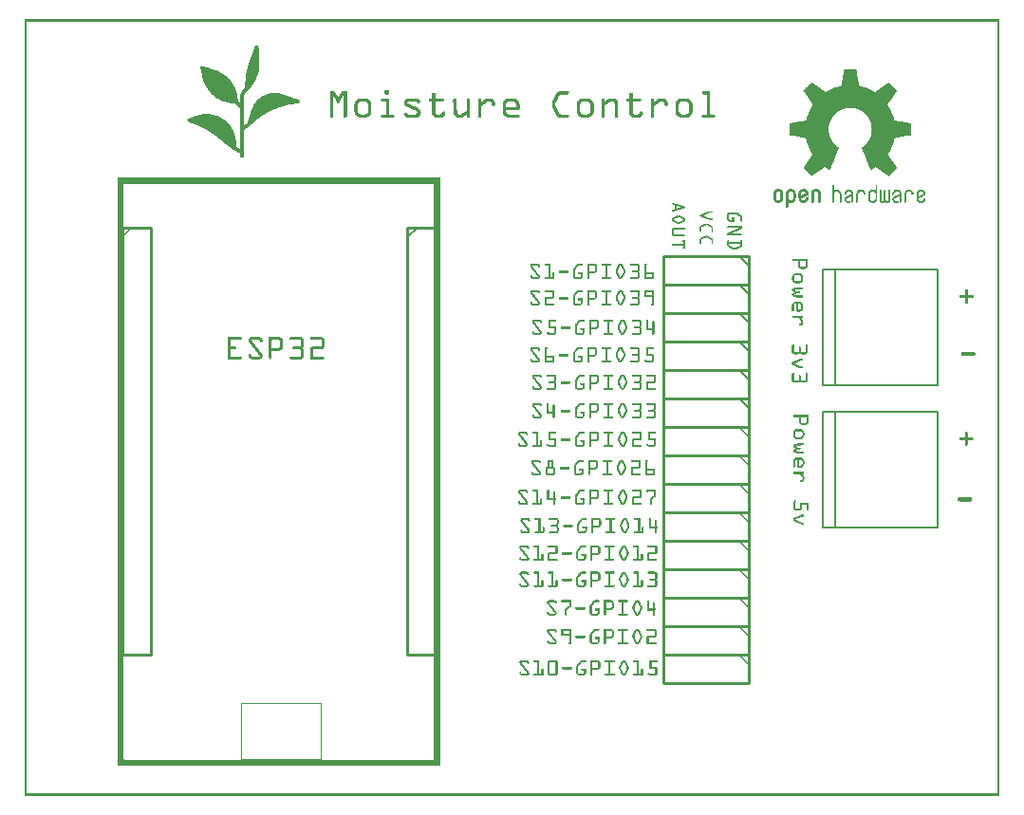
<source format=gto>
G04 MADE WITH FRITZING*
G04 WWW.FRITZING.ORG*
G04 DOUBLE SIDED*
G04 HOLES PLATED*
G04 CONTOUR ON CENTER OF CONTOUR VECTOR*
%ASAXBY*%
%FSLAX23Y23*%
%MOIN*%
%OFA0B0*%
%SFA1.0B1.0*%
%ADD10R,0.282641X0.202641X0.274641X0.194641*%
%ADD11C,0.004000*%
%ADD12R,0.408024X0.410378X0.396690X0.399044*%
%ADD13C,0.005667*%
%ADD14C,0.010000*%
%ADD15C,0.005000*%
%ADD16C,0.005673*%
%ADD17R,0.001000X0.001000*%
%LNSILK1*%
G90*
G70*
G54D11*
X761Y328D02*
X1039Y328D01*
X1039Y130D01*
X761Y130D01*
X761Y328D01*
D02*
G54D13*
X2804Y1849D02*
X3207Y1849D01*
X3207Y1444D01*
X2804Y1444D01*
X2804Y1849D01*
D02*
X2804Y1349D02*
X3207Y1349D01*
X3207Y944D01*
X2804Y944D01*
X2804Y1349D01*
D02*
G54D14*
X1344Y1997D02*
X1344Y497D01*
D02*
X1344Y497D02*
X1444Y497D01*
D02*
X1444Y497D02*
X1444Y1997D01*
D02*
X1444Y1997D02*
X1344Y1997D01*
G54D15*
D02*
X1344Y1962D02*
X1379Y1997D01*
G54D14*
D02*
X344Y1997D02*
X344Y497D01*
D02*
X344Y497D02*
X444Y497D01*
D02*
X444Y497D02*
X444Y1997D01*
D02*
X444Y1997D02*
X344Y1997D01*
D02*
X2544Y697D02*
X2244Y697D01*
D02*
X2244Y697D02*
X2244Y597D01*
D02*
X2244Y597D02*
X2544Y597D01*
D02*
X2544Y597D02*
X2544Y697D01*
D02*
X2544Y1697D02*
X2244Y1697D01*
D02*
X2244Y1697D02*
X2244Y1597D01*
D02*
X2244Y1597D02*
X2544Y1597D01*
D02*
X2544Y1597D02*
X2544Y1697D01*
G54D15*
D02*
X2509Y1697D02*
X2544Y1662D01*
G54D14*
D02*
X2544Y1397D02*
X2244Y1397D01*
D02*
X2244Y1397D02*
X2244Y1297D01*
D02*
X2244Y1297D02*
X2544Y1297D01*
D02*
X2544Y1297D02*
X2544Y1397D01*
G54D15*
D02*
X2509Y1397D02*
X2544Y1362D01*
G54D14*
D02*
X2544Y1797D02*
X2244Y1797D01*
D02*
X2244Y1797D02*
X2244Y1697D01*
D02*
X2244Y1697D02*
X2544Y1697D01*
D02*
X2544Y1697D02*
X2544Y1797D01*
G54D15*
D02*
X2509Y1797D02*
X2544Y1762D01*
G54D14*
D02*
X2544Y1197D02*
X2244Y1197D01*
D02*
X2244Y1197D02*
X2244Y1097D01*
D02*
X2244Y1097D02*
X2544Y1097D01*
D02*
X2544Y1097D02*
X2544Y1197D01*
D02*
X2544Y1297D02*
X2244Y1297D01*
D02*
X2244Y1297D02*
X2244Y1197D01*
D02*
X2244Y1197D02*
X2544Y1197D01*
D02*
X2544Y1197D02*
X2544Y1297D01*
D02*
X2544Y1497D02*
X2244Y1497D01*
D02*
X2244Y1497D02*
X2244Y1397D01*
D02*
X2244Y1397D02*
X2544Y1397D01*
D02*
X2544Y1397D02*
X2544Y1497D01*
G54D15*
D02*
X2509Y1497D02*
X2544Y1462D01*
G54D14*
D02*
X2544Y1597D02*
X2244Y1597D01*
D02*
X2244Y1597D02*
X2244Y1497D01*
D02*
X2244Y1497D02*
X2544Y1497D01*
D02*
X2544Y1497D02*
X2544Y1597D01*
G54D15*
D02*
X2509Y1597D02*
X2544Y1562D01*
G54D14*
D02*
X2544Y1897D02*
X2244Y1897D01*
D02*
X2244Y1897D02*
X2244Y1797D01*
D02*
X2244Y1797D02*
X2544Y1797D01*
D02*
X2544Y1797D02*
X2544Y1897D01*
G54D15*
D02*
X2509Y1897D02*
X2544Y1862D01*
G54D14*
D02*
X2544Y1097D02*
X2244Y1097D01*
D02*
X2244Y1097D02*
X2244Y997D01*
D02*
X2244Y997D02*
X2544Y997D01*
D02*
X2544Y997D02*
X2544Y1097D01*
D02*
X2544Y997D02*
X2244Y997D01*
D02*
X2244Y997D02*
X2244Y897D01*
D02*
X2244Y897D02*
X2544Y897D01*
D02*
X2544Y897D02*
X2544Y997D01*
D02*
X2544Y597D02*
X2244Y597D01*
D02*
X2244Y597D02*
X2244Y497D01*
D02*
X2244Y497D02*
X2544Y497D01*
D02*
X2544Y497D02*
X2544Y597D01*
D02*
X2544Y497D02*
X2244Y497D01*
D02*
X2244Y497D02*
X2244Y397D01*
D02*
X2244Y397D02*
X2544Y397D01*
D02*
X2544Y397D02*
X2544Y497D01*
D02*
X2544Y897D02*
X2244Y897D01*
D02*
X2244Y897D02*
X2244Y797D01*
D02*
X2244Y797D02*
X2544Y797D01*
D02*
X2544Y797D02*
X2544Y897D01*
D02*
X2544Y797D02*
X2244Y797D01*
D02*
X2244Y797D02*
X2244Y697D01*
D02*
X2244Y697D02*
X2544Y697D01*
D02*
X2544Y697D02*
X2544Y797D01*
G54D16*
D02*
X2848Y1445D02*
X2848Y1848D01*
D02*
X2848Y945D02*
X2848Y1348D01*
G54D17*
X0Y2729D02*
X3424Y2729D01*
X0Y2728D02*
X3424Y2728D01*
X0Y2727D02*
X3424Y2727D01*
X0Y2726D02*
X3424Y2726D01*
X0Y2725D02*
X3424Y2725D01*
X0Y2724D02*
X3424Y2724D01*
X0Y2723D02*
X3424Y2723D01*
X0Y2722D02*
X3424Y2722D01*
X0Y2721D02*
X7Y2721D01*
X3417Y2721D02*
X3424Y2721D01*
X0Y2720D02*
X7Y2720D01*
X3417Y2720D02*
X3424Y2720D01*
X0Y2719D02*
X7Y2719D01*
X3417Y2719D02*
X3424Y2719D01*
X0Y2718D02*
X7Y2718D01*
X3417Y2718D02*
X3424Y2718D01*
X0Y2717D02*
X7Y2717D01*
X3417Y2717D02*
X3424Y2717D01*
X0Y2716D02*
X7Y2716D01*
X3417Y2716D02*
X3424Y2716D01*
X0Y2715D02*
X7Y2715D01*
X3417Y2715D02*
X3424Y2715D01*
X0Y2714D02*
X7Y2714D01*
X3417Y2714D02*
X3424Y2714D01*
X0Y2713D02*
X7Y2713D01*
X3417Y2713D02*
X3424Y2713D01*
X0Y2712D02*
X7Y2712D01*
X3417Y2712D02*
X3424Y2712D01*
X0Y2711D02*
X7Y2711D01*
X3417Y2711D02*
X3424Y2711D01*
X0Y2710D02*
X7Y2710D01*
X3417Y2710D02*
X3424Y2710D01*
X0Y2709D02*
X7Y2709D01*
X3417Y2709D02*
X3424Y2709D01*
X0Y2708D02*
X7Y2708D01*
X3417Y2708D02*
X3424Y2708D01*
X0Y2707D02*
X7Y2707D01*
X3417Y2707D02*
X3424Y2707D01*
X0Y2706D02*
X7Y2706D01*
X3417Y2706D02*
X3424Y2706D01*
X0Y2705D02*
X7Y2705D01*
X3417Y2705D02*
X3424Y2705D01*
X0Y2704D02*
X7Y2704D01*
X3417Y2704D02*
X3424Y2704D01*
X0Y2703D02*
X7Y2703D01*
X3417Y2703D02*
X3424Y2703D01*
X0Y2702D02*
X7Y2702D01*
X3417Y2702D02*
X3424Y2702D01*
X0Y2701D02*
X7Y2701D01*
X3417Y2701D02*
X3424Y2701D01*
X0Y2700D02*
X7Y2700D01*
X3417Y2700D02*
X3424Y2700D01*
X0Y2699D02*
X7Y2699D01*
X3417Y2699D02*
X3424Y2699D01*
X0Y2698D02*
X7Y2698D01*
X3417Y2698D02*
X3424Y2698D01*
X0Y2697D02*
X7Y2697D01*
X3417Y2697D02*
X3424Y2697D01*
X0Y2696D02*
X7Y2696D01*
X3417Y2696D02*
X3424Y2696D01*
X0Y2695D02*
X7Y2695D01*
X3417Y2695D02*
X3424Y2695D01*
X0Y2694D02*
X7Y2694D01*
X3417Y2694D02*
X3424Y2694D01*
X0Y2693D02*
X7Y2693D01*
X3417Y2693D02*
X3424Y2693D01*
X0Y2692D02*
X7Y2692D01*
X3417Y2692D02*
X3424Y2692D01*
X0Y2691D02*
X7Y2691D01*
X3417Y2691D02*
X3424Y2691D01*
X0Y2690D02*
X7Y2690D01*
X3417Y2690D02*
X3424Y2690D01*
X0Y2689D02*
X7Y2689D01*
X3417Y2689D02*
X3424Y2689D01*
X0Y2688D02*
X7Y2688D01*
X3417Y2688D02*
X3424Y2688D01*
X0Y2687D02*
X7Y2687D01*
X3417Y2687D02*
X3424Y2687D01*
X0Y2686D02*
X7Y2686D01*
X3417Y2686D02*
X3424Y2686D01*
X0Y2685D02*
X7Y2685D01*
X3417Y2685D02*
X3424Y2685D01*
X0Y2684D02*
X7Y2684D01*
X3417Y2684D02*
X3424Y2684D01*
X0Y2683D02*
X7Y2683D01*
X3417Y2683D02*
X3424Y2683D01*
X0Y2682D02*
X7Y2682D01*
X3417Y2682D02*
X3424Y2682D01*
X0Y2681D02*
X7Y2681D01*
X3417Y2681D02*
X3424Y2681D01*
X0Y2680D02*
X7Y2680D01*
X3417Y2680D02*
X3424Y2680D01*
X0Y2679D02*
X7Y2679D01*
X3417Y2679D02*
X3424Y2679D01*
X0Y2678D02*
X7Y2678D01*
X3417Y2678D02*
X3424Y2678D01*
X0Y2677D02*
X7Y2677D01*
X3417Y2677D02*
X3424Y2677D01*
X0Y2676D02*
X7Y2676D01*
X3417Y2676D02*
X3424Y2676D01*
X0Y2675D02*
X7Y2675D01*
X3417Y2675D02*
X3424Y2675D01*
X0Y2674D02*
X7Y2674D01*
X3417Y2674D02*
X3424Y2674D01*
X0Y2673D02*
X7Y2673D01*
X3417Y2673D02*
X3424Y2673D01*
X0Y2672D02*
X7Y2672D01*
X3417Y2672D02*
X3424Y2672D01*
X0Y2671D02*
X7Y2671D01*
X3417Y2671D02*
X3424Y2671D01*
X0Y2670D02*
X7Y2670D01*
X3417Y2670D02*
X3424Y2670D01*
X0Y2669D02*
X7Y2669D01*
X3417Y2669D02*
X3424Y2669D01*
X0Y2668D02*
X7Y2668D01*
X3417Y2668D02*
X3424Y2668D01*
X0Y2667D02*
X7Y2667D01*
X3417Y2667D02*
X3424Y2667D01*
X0Y2666D02*
X7Y2666D01*
X3417Y2666D02*
X3424Y2666D01*
X0Y2665D02*
X7Y2665D01*
X3417Y2665D02*
X3424Y2665D01*
X0Y2664D02*
X7Y2664D01*
X3417Y2664D02*
X3424Y2664D01*
X0Y2663D02*
X7Y2663D01*
X3417Y2663D02*
X3424Y2663D01*
X0Y2662D02*
X7Y2662D01*
X3417Y2662D02*
X3424Y2662D01*
X0Y2661D02*
X7Y2661D01*
X3417Y2661D02*
X3424Y2661D01*
X0Y2660D02*
X7Y2660D01*
X3417Y2660D02*
X3424Y2660D01*
X0Y2659D02*
X7Y2659D01*
X3417Y2659D02*
X3424Y2659D01*
X0Y2658D02*
X7Y2658D01*
X3417Y2658D02*
X3424Y2658D01*
X0Y2657D02*
X7Y2657D01*
X3417Y2657D02*
X3424Y2657D01*
X0Y2656D02*
X7Y2656D01*
X3417Y2656D02*
X3424Y2656D01*
X0Y2655D02*
X7Y2655D01*
X3417Y2655D02*
X3424Y2655D01*
X0Y2654D02*
X7Y2654D01*
X3417Y2654D02*
X3424Y2654D01*
X0Y2653D02*
X7Y2653D01*
X3417Y2653D02*
X3424Y2653D01*
X0Y2652D02*
X7Y2652D01*
X3417Y2652D02*
X3424Y2652D01*
X0Y2651D02*
X7Y2651D01*
X3417Y2651D02*
X3424Y2651D01*
X0Y2650D02*
X7Y2650D01*
X3417Y2650D02*
X3424Y2650D01*
X0Y2649D02*
X7Y2649D01*
X3417Y2649D02*
X3424Y2649D01*
X0Y2648D02*
X7Y2648D01*
X3417Y2648D02*
X3424Y2648D01*
X0Y2647D02*
X7Y2647D01*
X3417Y2647D02*
X3424Y2647D01*
X0Y2646D02*
X7Y2646D01*
X3417Y2646D02*
X3424Y2646D01*
X0Y2645D02*
X7Y2645D01*
X3417Y2645D02*
X3424Y2645D01*
X0Y2644D02*
X7Y2644D01*
X3417Y2644D02*
X3424Y2644D01*
X0Y2643D02*
X7Y2643D01*
X3417Y2643D02*
X3424Y2643D01*
X0Y2642D02*
X7Y2642D01*
X3417Y2642D02*
X3424Y2642D01*
X0Y2641D02*
X7Y2641D01*
X3417Y2641D02*
X3424Y2641D01*
X0Y2640D02*
X7Y2640D01*
X3417Y2640D02*
X3424Y2640D01*
X0Y2639D02*
X7Y2639D01*
X3417Y2639D02*
X3424Y2639D01*
X0Y2638D02*
X7Y2638D01*
X3417Y2638D02*
X3424Y2638D01*
X0Y2637D02*
X7Y2637D01*
X814Y2637D02*
X817Y2637D01*
X3417Y2637D02*
X3424Y2637D01*
X0Y2636D02*
X7Y2636D01*
X812Y2636D02*
X819Y2636D01*
X3417Y2636D02*
X3424Y2636D01*
X0Y2635D02*
X7Y2635D01*
X811Y2635D02*
X820Y2635D01*
X3417Y2635D02*
X3424Y2635D01*
X0Y2634D02*
X7Y2634D01*
X810Y2634D02*
X821Y2634D01*
X3417Y2634D02*
X3424Y2634D01*
X0Y2633D02*
X7Y2633D01*
X810Y2633D02*
X821Y2633D01*
X3417Y2633D02*
X3424Y2633D01*
X0Y2632D02*
X7Y2632D01*
X809Y2632D02*
X821Y2632D01*
X3417Y2632D02*
X3424Y2632D01*
X0Y2631D02*
X7Y2631D01*
X809Y2631D02*
X821Y2631D01*
X3417Y2631D02*
X3424Y2631D01*
X0Y2630D02*
X7Y2630D01*
X809Y2630D02*
X822Y2630D01*
X3417Y2630D02*
X3424Y2630D01*
X0Y2629D02*
X7Y2629D01*
X808Y2629D02*
X822Y2629D01*
X3417Y2629D02*
X3424Y2629D01*
X0Y2628D02*
X7Y2628D01*
X808Y2628D02*
X822Y2628D01*
X3417Y2628D02*
X3424Y2628D01*
X0Y2627D02*
X7Y2627D01*
X807Y2627D02*
X822Y2627D01*
X3417Y2627D02*
X3424Y2627D01*
X0Y2626D02*
X7Y2626D01*
X807Y2626D02*
X822Y2626D01*
X3417Y2626D02*
X3424Y2626D01*
X0Y2625D02*
X7Y2625D01*
X807Y2625D02*
X822Y2625D01*
X3417Y2625D02*
X3424Y2625D01*
X0Y2624D02*
X7Y2624D01*
X806Y2624D02*
X822Y2624D01*
X3417Y2624D02*
X3424Y2624D01*
X0Y2623D02*
X7Y2623D01*
X806Y2623D02*
X822Y2623D01*
X3417Y2623D02*
X3424Y2623D01*
X0Y2622D02*
X7Y2622D01*
X806Y2622D02*
X822Y2622D01*
X3417Y2622D02*
X3424Y2622D01*
X0Y2621D02*
X7Y2621D01*
X805Y2621D02*
X822Y2621D01*
X3417Y2621D02*
X3424Y2621D01*
X0Y2620D02*
X7Y2620D01*
X805Y2620D02*
X822Y2620D01*
X3417Y2620D02*
X3424Y2620D01*
X0Y2619D02*
X7Y2619D01*
X805Y2619D02*
X822Y2619D01*
X3417Y2619D02*
X3424Y2619D01*
X0Y2618D02*
X7Y2618D01*
X804Y2618D02*
X822Y2618D01*
X3417Y2618D02*
X3424Y2618D01*
X0Y2617D02*
X7Y2617D01*
X804Y2617D02*
X822Y2617D01*
X3417Y2617D02*
X3424Y2617D01*
X0Y2616D02*
X7Y2616D01*
X804Y2616D02*
X822Y2616D01*
X3417Y2616D02*
X3424Y2616D01*
X0Y2615D02*
X7Y2615D01*
X803Y2615D02*
X822Y2615D01*
X3417Y2615D02*
X3424Y2615D01*
X0Y2614D02*
X7Y2614D01*
X803Y2614D02*
X822Y2614D01*
X3417Y2614D02*
X3424Y2614D01*
X0Y2613D02*
X7Y2613D01*
X802Y2613D02*
X823Y2613D01*
X3417Y2613D02*
X3424Y2613D01*
X0Y2612D02*
X7Y2612D01*
X802Y2612D02*
X823Y2612D01*
X3417Y2612D02*
X3424Y2612D01*
X0Y2611D02*
X7Y2611D01*
X802Y2611D02*
X823Y2611D01*
X3417Y2611D02*
X3424Y2611D01*
X0Y2610D02*
X7Y2610D01*
X801Y2610D02*
X823Y2610D01*
X3417Y2610D02*
X3424Y2610D01*
X0Y2609D02*
X7Y2609D01*
X801Y2609D02*
X823Y2609D01*
X3417Y2609D02*
X3424Y2609D01*
X0Y2608D02*
X7Y2608D01*
X801Y2608D02*
X823Y2608D01*
X3417Y2608D02*
X3424Y2608D01*
X0Y2607D02*
X7Y2607D01*
X800Y2607D02*
X823Y2607D01*
X3417Y2607D02*
X3424Y2607D01*
X0Y2606D02*
X7Y2606D01*
X800Y2606D02*
X823Y2606D01*
X3417Y2606D02*
X3424Y2606D01*
X0Y2605D02*
X7Y2605D01*
X800Y2605D02*
X823Y2605D01*
X3417Y2605D02*
X3424Y2605D01*
X0Y2604D02*
X7Y2604D01*
X799Y2604D02*
X823Y2604D01*
X3417Y2604D02*
X3424Y2604D01*
X0Y2603D02*
X7Y2603D01*
X799Y2603D02*
X823Y2603D01*
X3417Y2603D02*
X3424Y2603D01*
X0Y2602D02*
X7Y2602D01*
X799Y2602D02*
X823Y2602D01*
X3417Y2602D02*
X3424Y2602D01*
X0Y2601D02*
X7Y2601D01*
X798Y2601D02*
X823Y2601D01*
X3417Y2601D02*
X3424Y2601D01*
X0Y2600D02*
X7Y2600D01*
X798Y2600D02*
X823Y2600D01*
X3417Y2600D02*
X3424Y2600D01*
X0Y2599D02*
X7Y2599D01*
X797Y2599D02*
X823Y2599D01*
X3417Y2599D02*
X3424Y2599D01*
X0Y2598D02*
X7Y2598D01*
X797Y2598D02*
X823Y2598D01*
X3417Y2598D02*
X3424Y2598D01*
X0Y2597D02*
X7Y2597D01*
X797Y2597D02*
X824Y2597D01*
X3417Y2597D02*
X3424Y2597D01*
X0Y2596D02*
X7Y2596D01*
X796Y2596D02*
X824Y2596D01*
X3417Y2596D02*
X3424Y2596D01*
X0Y2595D02*
X7Y2595D01*
X796Y2595D02*
X824Y2595D01*
X3417Y2595D02*
X3424Y2595D01*
X0Y2594D02*
X7Y2594D01*
X796Y2594D02*
X824Y2594D01*
X3417Y2594D02*
X3424Y2594D01*
X0Y2593D02*
X7Y2593D01*
X795Y2593D02*
X824Y2593D01*
X3417Y2593D02*
X3424Y2593D01*
X0Y2592D02*
X7Y2592D01*
X795Y2592D02*
X824Y2592D01*
X3417Y2592D02*
X3424Y2592D01*
X0Y2591D02*
X7Y2591D01*
X795Y2591D02*
X824Y2591D01*
X3417Y2591D02*
X3424Y2591D01*
X0Y2590D02*
X7Y2590D01*
X794Y2590D02*
X824Y2590D01*
X3417Y2590D02*
X3424Y2590D01*
X0Y2589D02*
X7Y2589D01*
X794Y2589D02*
X824Y2589D01*
X3417Y2589D02*
X3424Y2589D01*
X0Y2588D02*
X7Y2588D01*
X794Y2588D02*
X824Y2588D01*
X3417Y2588D02*
X3424Y2588D01*
X0Y2587D02*
X7Y2587D01*
X793Y2587D02*
X824Y2587D01*
X3417Y2587D02*
X3424Y2587D01*
X0Y2586D02*
X7Y2586D01*
X793Y2586D02*
X824Y2586D01*
X3417Y2586D02*
X3424Y2586D01*
X0Y2585D02*
X7Y2585D01*
X792Y2585D02*
X824Y2585D01*
X3417Y2585D02*
X3424Y2585D01*
X0Y2584D02*
X7Y2584D01*
X792Y2584D02*
X824Y2584D01*
X3417Y2584D02*
X3424Y2584D01*
X0Y2583D02*
X7Y2583D01*
X792Y2583D02*
X824Y2583D01*
X3417Y2583D02*
X3424Y2583D01*
X0Y2582D02*
X7Y2582D01*
X791Y2582D02*
X824Y2582D01*
X3417Y2582D02*
X3424Y2582D01*
X0Y2581D02*
X7Y2581D01*
X791Y2581D02*
X825Y2581D01*
X3417Y2581D02*
X3424Y2581D01*
X0Y2580D02*
X7Y2580D01*
X791Y2580D02*
X825Y2580D01*
X3417Y2580D02*
X3424Y2580D01*
X0Y2579D02*
X7Y2579D01*
X790Y2579D02*
X825Y2579D01*
X3417Y2579D02*
X3424Y2579D01*
X0Y2578D02*
X7Y2578D01*
X790Y2578D02*
X825Y2578D01*
X3417Y2578D02*
X3424Y2578D01*
X0Y2577D02*
X7Y2577D01*
X790Y2577D02*
X825Y2577D01*
X3417Y2577D02*
X3424Y2577D01*
X0Y2576D02*
X7Y2576D01*
X789Y2576D02*
X825Y2576D01*
X3417Y2576D02*
X3424Y2576D01*
X0Y2575D02*
X7Y2575D01*
X789Y2575D02*
X825Y2575D01*
X3417Y2575D02*
X3424Y2575D01*
X0Y2574D02*
X7Y2574D01*
X789Y2574D02*
X825Y2574D01*
X3417Y2574D02*
X3424Y2574D01*
X0Y2573D02*
X7Y2573D01*
X788Y2573D02*
X825Y2573D01*
X3417Y2573D02*
X3424Y2573D01*
X0Y2572D02*
X7Y2572D01*
X788Y2572D02*
X825Y2572D01*
X3417Y2572D02*
X3424Y2572D01*
X0Y2571D02*
X7Y2571D01*
X788Y2571D02*
X825Y2571D01*
X3417Y2571D02*
X3424Y2571D01*
X0Y2570D02*
X7Y2570D01*
X787Y2570D02*
X825Y2570D01*
X3417Y2570D02*
X3424Y2570D01*
X0Y2569D02*
X7Y2569D01*
X787Y2569D02*
X825Y2569D01*
X3417Y2569D02*
X3424Y2569D01*
X0Y2568D02*
X7Y2568D01*
X787Y2568D02*
X825Y2568D01*
X3417Y2568D02*
X3424Y2568D01*
X0Y2567D02*
X7Y2567D01*
X786Y2567D02*
X825Y2567D01*
X3417Y2567D02*
X3424Y2567D01*
X0Y2566D02*
X7Y2566D01*
X786Y2566D02*
X824Y2566D01*
X3417Y2566D02*
X3424Y2566D01*
X0Y2565D02*
X7Y2565D01*
X625Y2565D02*
X625Y2565D01*
X786Y2565D02*
X824Y2565D01*
X3417Y2565D02*
X3424Y2565D01*
X0Y2564D02*
X7Y2564D01*
X622Y2564D02*
X628Y2564D01*
X785Y2564D02*
X824Y2564D01*
X3417Y2564D02*
X3424Y2564D01*
X0Y2563D02*
X7Y2563D01*
X620Y2563D02*
X631Y2563D01*
X785Y2563D02*
X824Y2563D01*
X3417Y2563D02*
X3424Y2563D01*
X0Y2562D02*
X7Y2562D01*
X619Y2562D02*
X634Y2562D01*
X785Y2562D02*
X824Y2562D01*
X3417Y2562D02*
X3424Y2562D01*
X0Y2561D02*
X7Y2561D01*
X619Y2561D02*
X637Y2561D01*
X784Y2561D02*
X824Y2561D01*
X3417Y2561D02*
X3424Y2561D01*
X0Y2560D02*
X7Y2560D01*
X619Y2560D02*
X640Y2560D01*
X784Y2560D02*
X824Y2560D01*
X3417Y2560D02*
X3424Y2560D01*
X0Y2559D02*
X7Y2559D01*
X618Y2559D02*
X643Y2559D01*
X784Y2559D02*
X824Y2559D01*
X3417Y2559D02*
X3424Y2559D01*
X0Y2558D02*
X7Y2558D01*
X618Y2558D02*
X646Y2558D01*
X784Y2558D02*
X824Y2558D01*
X3417Y2558D02*
X3424Y2558D01*
X0Y2557D02*
X7Y2557D01*
X619Y2557D02*
X649Y2557D01*
X783Y2557D02*
X824Y2557D01*
X3417Y2557D02*
X3424Y2557D01*
X0Y2556D02*
X7Y2556D01*
X619Y2556D02*
X652Y2556D01*
X783Y2556D02*
X824Y2556D01*
X3417Y2556D02*
X3424Y2556D01*
X0Y2555D02*
X7Y2555D01*
X619Y2555D02*
X655Y2555D01*
X783Y2555D02*
X823Y2555D01*
X3417Y2555D02*
X3424Y2555D01*
X0Y2554D02*
X7Y2554D01*
X619Y2554D02*
X658Y2554D01*
X783Y2554D02*
X823Y2554D01*
X2880Y2554D02*
X2921Y2554D01*
X3417Y2554D02*
X3424Y2554D01*
X0Y2553D02*
X7Y2553D01*
X619Y2553D02*
X661Y2553D01*
X782Y2553D02*
X823Y2553D01*
X2880Y2553D02*
X2921Y2553D01*
X3417Y2553D02*
X3424Y2553D01*
X0Y2552D02*
X7Y2552D01*
X620Y2552D02*
X664Y2552D01*
X782Y2552D02*
X823Y2552D01*
X2880Y2552D02*
X2921Y2552D01*
X3417Y2552D02*
X3424Y2552D01*
X0Y2551D02*
X7Y2551D01*
X620Y2551D02*
X667Y2551D01*
X782Y2551D02*
X823Y2551D01*
X2880Y2551D02*
X2921Y2551D01*
X3417Y2551D02*
X3424Y2551D01*
X0Y2550D02*
X7Y2550D01*
X620Y2550D02*
X670Y2550D01*
X782Y2550D02*
X823Y2550D01*
X2879Y2550D02*
X2921Y2550D01*
X3417Y2550D02*
X3424Y2550D01*
X0Y2549D02*
X7Y2549D01*
X620Y2549D02*
X673Y2549D01*
X781Y2549D02*
X822Y2549D01*
X2879Y2549D02*
X2922Y2549D01*
X3417Y2549D02*
X3424Y2549D01*
X0Y2548D02*
X7Y2548D01*
X621Y2548D02*
X676Y2548D01*
X781Y2548D02*
X822Y2548D01*
X2879Y2548D02*
X2922Y2548D01*
X3417Y2548D02*
X3424Y2548D01*
X0Y2547D02*
X7Y2547D01*
X621Y2547D02*
X678Y2547D01*
X781Y2547D02*
X822Y2547D01*
X2879Y2547D02*
X2922Y2547D01*
X3417Y2547D02*
X3424Y2547D01*
X0Y2546D02*
X7Y2546D01*
X621Y2546D02*
X680Y2546D01*
X781Y2546D02*
X822Y2546D01*
X2879Y2546D02*
X2922Y2546D01*
X3417Y2546D02*
X3424Y2546D01*
X0Y2545D02*
X7Y2545D01*
X621Y2545D02*
X682Y2545D01*
X780Y2545D02*
X822Y2545D01*
X2878Y2545D02*
X2922Y2545D01*
X3417Y2545D02*
X3424Y2545D01*
X0Y2544D02*
X7Y2544D01*
X621Y2544D02*
X685Y2544D01*
X780Y2544D02*
X821Y2544D01*
X2878Y2544D02*
X2922Y2544D01*
X3417Y2544D02*
X3424Y2544D01*
X0Y2543D02*
X7Y2543D01*
X622Y2543D02*
X687Y2543D01*
X780Y2543D02*
X821Y2543D01*
X2878Y2543D02*
X2923Y2543D01*
X3417Y2543D02*
X3424Y2543D01*
X0Y2542D02*
X7Y2542D01*
X622Y2542D02*
X688Y2542D01*
X780Y2542D02*
X821Y2542D01*
X2878Y2542D02*
X2923Y2542D01*
X3417Y2542D02*
X3424Y2542D01*
X0Y2541D02*
X7Y2541D01*
X622Y2541D02*
X690Y2541D01*
X780Y2541D02*
X821Y2541D01*
X2878Y2541D02*
X2923Y2541D01*
X3417Y2541D02*
X3424Y2541D01*
X0Y2540D02*
X7Y2540D01*
X622Y2540D02*
X692Y2540D01*
X779Y2540D02*
X820Y2540D01*
X2878Y2540D02*
X2923Y2540D01*
X3417Y2540D02*
X3424Y2540D01*
X0Y2539D02*
X7Y2539D01*
X623Y2539D02*
X694Y2539D01*
X779Y2539D02*
X820Y2539D01*
X2877Y2539D02*
X2923Y2539D01*
X3417Y2539D02*
X3424Y2539D01*
X0Y2538D02*
X7Y2538D01*
X623Y2538D02*
X695Y2538D01*
X779Y2538D02*
X820Y2538D01*
X2877Y2538D02*
X2924Y2538D01*
X3417Y2538D02*
X3424Y2538D01*
X0Y2537D02*
X7Y2537D01*
X623Y2537D02*
X697Y2537D01*
X779Y2537D02*
X819Y2537D01*
X2877Y2537D02*
X2924Y2537D01*
X3417Y2537D02*
X3424Y2537D01*
X0Y2536D02*
X7Y2536D01*
X623Y2536D02*
X698Y2536D01*
X779Y2536D02*
X819Y2536D01*
X2877Y2536D02*
X2924Y2536D01*
X3417Y2536D02*
X3424Y2536D01*
X0Y2535D02*
X7Y2535D01*
X623Y2535D02*
X700Y2535D01*
X779Y2535D02*
X819Y2535D01*
X2877Y2535D02*
X2924Y2535D01*
X3417Y2535D02*
X3424Y2535D01*
X0Y2534D02*
X7Y2534D01*
X624Y2534D02*
X701Y2534D01*
X779Y2534D02*
X819Y2534D01*
X2876Y2534D02*
X2924Y2534D01*
X3417Y2534D02*
X3424Y2534D01*
X0Y2533D02*
X7Y2533D01*
X624Y2533D02*
X702Y2533D01*
X778Y2533D02*
X818Y2533D01*
X2876Y2533D02*
X2924Y2533D01*
X3417Y2533D02*
X3424Y2533D01*
X0Y2532D02*
X7Y2532D01*
X624Y2532D02*
X704Y2532D01*
X778Y2532D02*
X818Y2532D01*
X2876Y2532D02*
X2925Y2532D01*
X3417Y2532D02*
X3424Y2532D01*
X0Y2531D02*
X7Y2531D01*
X624Y2531D02*
X705Y2531D01*
X778Y2531D02*
X818Y2531D01*
X2876Y2531D02*
X2925Y2531D01*
X3417Y2531D02*
X3424Y2531D01*
X0Y2530D02*
X7Y2530D01*
X625Y2530D02*
X706Y2530D01*
X778Y2530D02*
X817Y2530D01*
X2876Y2530D02*
X2925Y2530D01*
X3417Y2530D02*
X3424Y2530D01*
X0Y2529D02*
X7Y2529D01*
X625Y2529D02*
X708Y2529D01*
X778Y2529D02*
X817Y2529D01*
X2876Y2529D02*
X2925Y2529D01*
X3417Y2529D02*
X3424Y2529D01*
X0Y2528D02*
X7Y2528D01*
X625Y2528D02*
X709Y2528D01*
X778Y2528D02*
X816Y2528D01*
X2875Y2528D02*
X2925Y2528D01*
X3417Y2528D02*
X3424Y2528D01*
X0Y2527D02*
X7Y2527D01*
X625Y2527D02*
X710Y2527D01*
X778Y2527D02*
X816Y2527D01*
X2875Y2527D02*
X2926Y2527D01*
X3417Y2527D02*
X3424Y2527D01*
X0Y2526D02*
X7Y2526D01*
X625Y2526D02*
X711Y2526D01*
X778Y2526D02*
X816Y2526D01*
X2875Y2526D02*
X2926Y2526D01*
X3417Y2526D02*
X3424Y2526D01*
X0Y2525D02*
X7Y2525D01*
X626Y2525D02*
X712Y2525D01*
X777Y2525D02*
X815Y2525D01*
X2875Y2525D02*
X2926Y2525D01*
X3417Y2525D02*
X3424Y2525D01*
X0Y2524D02*
X7Y2524D01*
X626Y2524D02*
X713Y2524D01*
X777Y2524D02*
X815Y2524D01*
X2875Y2524D02*
X2926Y2524D01*
X3417Y2524D02*
X3424Y2524D01*
X0Y2523D02*
X7Y2523D01*
X626Y2523D02*
X714Y2523D01*
X777Y2523D02*
X814Y2523D01*
X2874Y2523D02*
X2926Y2523D01*
X3417Y2523D02*
X3424Y2523D01*
X0Y2522D02*
X7Y2522D01*
X626Y2522D02*
X715Y2522D01*
X777Y2522D02*
X814Y2522D01*
X2874Y2522D02*
X2927Y2522D01*
X3417Y2522D02*
X3424Y2522D01*
X0Y2521D02*
X7Y2521D01*
X627Y2521D02*
X716Y2521D01*
X777Y2521D02*
X814Y2521D01*
X2874Y2521D02*
X2927Y2521D01*
X3417Y2521D02*
X3424Y2521D01*
X0Y2520D02*
X7Y2520D01*
X627Y2520D02*
X717Y2520D01*
X777Y2520D02*
X813Y2520D01*
X2874Y2520D02*
X2927Y2520D01*
X3417Y2520D02*
X3424Y2520D01*
X0Y2519D02*
X7Y2519D01*
X627Y2519D02*
X718Y2519D01*
X777Y2519D02*
X813Y2519D01*
X2874Y2519D02*
X2927Y2519D01*
X3417Y2519D02*
X3424Y2519D01*
X0Y2518D02*
X7Y2518D01*
X627Y2518D02*
X719Y2518D01*
X777Y2518D02*
X812Y2518D01*
X2873Y2518D02*
X2927Y2518D01*
X3417Y2518D02*
X3424Y2518D01*
X0Y2517D02*
X7Y2517D01*
X628Y2517D02*
X720Y2517D01*
X777Y2517D02*
X812Y2517D01*
X2873Y2517D02*
X2927Y2517D01*
X3417Y2517D02*
X3424Y2517D01*
X0Y2516D02*
X7Y2516D01*
X628Y2516D02*
X721Y2516D01*
X777Y2516D02*
X811Y2516D01*
X2873Y2516D02*
X2928Y2516D01*
X3417Y2516D02*
X3424Y2516D01*
X0Y2515D02*
X7Y2515D01*
X628Y2515D02*
X722Y2515D01*
X777Y2515D02*
X811Y2515D01*
X2873Y2515D02*
X2928Y2515D01*
X3417Y2515D02*
X3424Y2515D01*
X0Y2514D02*
X7Y2514D01*
X629Y2514D02*
X722Y2514D01*
X777Y2514D02*
X810Y2514D01*
X2873Y2514D02*
X2928Y2514D01*
X3417Y2514D02*
X3424Y2514D01*
X0Y2513D02*
X7Y2513D01*
X629Y2513D02*
X723Y2513D01*
X777Y2513D02*
X810Y2513D01*
X2873Y2513D02*
X2928Y2513D01*
X3417Y2513D02*
X3424Y2513D01*
X0Y2512D02*
X7Y2512D01*
X629Y2512D02*
X724Y2512D01*
X777Y2512D02*
X809Y2512D01*
X2872Y2512D02*
X2928Y2512D01*
X3417Y2512D02*
X3424Y2512D01*
X0Y2511D02*
X7Y2511D01*
X630Y2511D02*
X725Y2511D01*
X776Y2511D02*
X809Y2511D01*
X2872Y2511D02*
X2929Y2511D01*
X3417Y2511D02*
X3424Y2511D01*
X0Y2510D02*
X7Y2510D01*
X630Y2510D02*
X726Y2510D01*
X776Y2510D02*
X808Y2510D01*
X2872Y2510D02*
X2929Y2510D01*
X3417Y2510D02*
X3424Y2510D01*
X0Y2509D02*
X7Y2509D01*
X630Y2509D02*
X726Y2509D01*
X776Y2509D02*
X808Y2509D01*
X2872Y2509D02*
X2929Y2509D01*
X3417Y2509D02*
X3424Y2509D01*
X0Y2508D02*
X7Y2508D01*
X631Y2508D02*
X727Y2508D01*
X776Y2508D02*
X807Y2508D01*
X2872Y2508D02*
X2929Y2508D01*
X3417Y2508D02*
X3424Y2508D01*
X0Y2507D02*
X7Y2507D01*
X631Y2507D02*
X728Y2507D01*
X776Y2507D02*
X806Y2507D01*
X2871Y2507D02*
X2929Y2507D01*
X3417Y2507D02*
X3424Y2507D01*
X0Y2506D02*
X7Y2506D01*
X631Y2506D02*
X728Y2506D01*
X776Y2506D02*
X806Y2506D01*
X2764Y2506D02*
X2766Y2506D01*
X2871Y2506D02*
X2930Y2506D01*
X3035Y2506D02*
X3037Y2506D01*
X3417Y2506D02*
X3424Y2506D01*
X0Y2505D02*
X7Y2505D01*
X632Y2505D02*
X729Y2505D01*
X776Y2505D02*
X805Y2505D01*
X2763Y2505D02*
X2767Y2505D01*
X2871Y2505D02*
X2930Y2505D01*
X3033Y2505D02*
X3038Y2505D01*
X3417Y2505D02*
X3424Y2505D01*
X0Y2504D02*
X7Y2504D01*
X632Y2504D02*
X730Y2504D01*
X776Y2504D02*
X805Y2504D01*
X2762Y2504D02*
X2769Y2504D01*
X2871Y2504D02*
X2930Y2504D01*
X3032Y2504D02*
X3039Y2504D01*
X3417Y2504D02*
X3424Y2504D01*
X0Y2503D02*
X7Y2503D01*
X633Y2503D02*
X730Y2503D01*
X776Y2503D02*
X804Y2503D01*
X2761Y2503D02*
X2770Y2503D01*
X2871Y2503D02*
X2930Y2503D01*
X3030Y2503D02*
X3040Y2503D01*
X3417Y2503D02*
X3424Y2503D01*
X0Y2502D02*
X7Y2502D01*
X633Y2502D02*
X731Y2502D01*
X776Y2502D02*
X803Y2502D01*
X2760Y2502D02*
X2772Y2502D01*
X2871Y2502D02*
X2930Y2502D01*
X3029Y2502D02*
X3041Y2502D01*
X3417Y2502D02*
X3424Y2502D01*
X0Y2501D02*
X7Y2501D01*
X634Y2501D02*
X732Y2501D01*
X776Y2501D02*
X803Y2501D01*
X2759Y2501D02*
X2773Y2501D01*
X2870Y2501D02*
X2930Y2501D01*
X3028Y2501D02*
X3042Y2501D01*
X3417Y2501D02*
X3424Y2501D01*
X0Y2500D02*
X7Y2500D01*
X634Y2500D02*
X732Y2500D01*
X776Y2500D02*
X802Y2500D01*
X2758Y2500D02*
X2775Y2500D01*
X2870Y2500D02*
X2931Y2500D01*
X3026Y2500D02*
X3043Y2500D01*
X3417Y2500D02*
X3424Y2500D01*
X0Y2499D02*
X7Y2499D01*
X635Y2499D02*
X733Y2499D01*
X776Y2499D02*
X801Y2499D01*
X2757Y2499D02*
X2776Y2499D01*
X2870Y2499D02*
X2931Y2499D01*
X3025Y2499D02*
X3044Y2499D01*
X3417Y2499D02*
X3424Y2499D01*
X0Y2498D02*
X7Y2498D01*
X635Y2498D02*
X733Y2498D01*
X776Y2498D02*
X801Y2498D01*
X2756Y2498D02*
X2778Y2498D01*
X2870Y2498D02*
X2931Y2498D01*
X3023Y2498D02*
X3045Y2498D01*
X3417Y2498D02*
X3424Y2498D01*
X0Y2497D02*
X7Y2497D01*
X636Y2497D02*
X734Y2497D01*
X776Y2497D02*
X800Y2497D01*
X2755Y2497D02*
X2779Y2497D01*
X2870Y2497D02*
X2931Y2497D01*
X3022Y2497D02*
X3046Y2497D01*
X3417Y2497D02*
X3424Y2497D01*
X0Y2496D02*
X7Y2496D01*
X636Y2496D02*
X735Y2496D01*
X776Y2496D02*
X799Y2496D01*
X2754Y2496D02*
X2780Y2496D01*
X2869Y2496D02*
X2931Y2496D01*
X3020Y2496D02*
X3047Y2496D01*
X3417Y2496D02*
X3424Y2496D01*
X0Y2495D02*
X7Y2495D01*
X637Y2495D02*
X735Y2495D01*
X776Y2495D02*
X798Y2495D01*
X2753Y2495D02*
X2782Y2495D01*
X2869Y2495D02*
X2932Y2495D01*
X3019Y2495D02*
X3048Y2495D01*
X3417Y2495D02*
X3424Y2495D01*
X0Y2494D02*
X7Y2494D01*
X637Y2494D02*
X736Y2494D01*
X776Y2494D02*
X798Y2494D01*
X2752Y2494D02*
X2783Y2494D01*
X2865Y2494D02*
X2936Y2494D01*
X3017Y2494D02*
X3049Y2494D01*
X3417Y2494D02*
X3424Y2494D01*
X0Y2493D02*
X7Y2493D01*
X638Y2493D02*
X736Y2493D01*
X776Y2493D02*
X797Y2493D01*
X2751Y2493D02*
X2785Y2493D01*
X2861Y2493D02*
X2940Y2493D01*
X3016Y2493D02*
X3050Y2493D01*
X3417Y2493D02*
X3424Y2493D01*
X0Y2492D02*
X7Y2492D01*
X638Y2492D02*
X737Y2492D01*
X776Y2492D02*
X796Y2492D01*
X2750Y2492D02*
X2786Y2492D01*
X2857Y2492D02*
X2944Y2492D01*
X3014Y2492D02*
X3051Y2492D01*
X3417Y2492D02*
X3424Y2492D01*
X0Y2491D02*
X7Y2491D01*
X639Y2491D02*
X737Y2491D01*
X776Y2491D02*
X795Y2491D01*
X2749Y2491D02*
X2788Y2491D01*
X2854Y2491D02*
X2947Y2491D01*
X3013Y2491D02*
X3052Y2491D01*
X3417Y2491D02*
X3424Y2491D01*
X0Y2490D02*
X7Y2490D01*
X639Y2490D02*
X738Y2490D01*
X776Y2490D02*
X794Y2490D01*
X2748Y2490D02*
X2789Y2490D01*
X2851Y2490D02*
X2950Y2490D01*
X3012Y2490D02*
X3053Y2490D01*
X3417Y2490D02*
X3424Y2490D01*
X0Y2489D02*
X7Y2489D01*
X640Y2489D02*
X738Y2489D01*
X776Y2489D02*
X793Y2489D01*
X2747Y2489D02*
X2791Y2489D01*
X2848Y2489D02*
X2953Y2489D01*
X3010Y2489D02*
X3054Y2489D01*
X3417Y2489D02*
X3424Y2489D01*
X0Y2488D02*
X7Y2488D01*
X641Y2488D02*
X739Y2488D01*
X775Y2488D02*
X793Y2488D01*
X2746Y2488D02*
X2792Y2488D01*
X2845Y2488D02*
X2956Y2488D01*
X3009Y2488D02*
X3055Y2488D01*
X3417Y2488D02*
X3424Y2488D01*
X0Y2487D02*
X7Y2487D01*
X641Y2487D02*
X739Y2487D01*
X774Y2487D02*
X792Y2487D01*
X2745Y2487D02*
X2794Y2487D01*
X2843Y2487D02*
X2958Y2487D01*
X3007Y2487D02*
X3056Y2487D01*
X3417Y2487D02*
X3424Y2487D01*
X0Y2486D02*
X7Y2486D01*
X642Y2486D02*
X740Y2486D01*
X772Y2486D02*
X791Y2486D01*
X2744Y2486D02*
X2795Y2486D01*
X2840Y2486D02*
X2961Y2486D01*
X3006Y2486D02*
X3057Y2486D01*
X3417Y2486D02*
X3424Y2486D01*
X0Y2485D02*
X7Y2485D01*
X643Y2485D02*
X740Y2485D01*
X771Y2485D02*
X790Y2485D01*
X2743Y2485D02*
X2797Y2485D01*
X2838Y2485D02*
X2963Y2485D01*
X3004Y2485D02*
X3058Y2485D01*
X3417Y2485D02*
X3424Y2485D01*
X0Y2484D02*
X7Y2484D01*
X643Y2484D02*
X740Y2484D01*
X771Y2484D02*
X789Y2484D01*
X2742Y2484D02*
X2798Y2484D01*
X2836Y2484D02*
X2965Y2484D01*
X3003Y2484D02*
X3059Y2484D01*
X3417Y2484D02*
X3424Y2484D01*
X0Y2483D02*
X7Y2483D01*
X644Y2483D02*
X741Y2483D01*
X770Y2483D02*
X788Y2483D01*
X2741Y2483D02*
X2799Y2483D01*
X2833Y2483D02*
X2967Y2483D01*
X3001Y2483D02*
X3060Y2483D01*
X3417Y2483D02*
X3424Y2483D01*
X0Y2482D02*
X7Y2482D01*
X645Y2482D02*
X741Y2482D01*
X769Y2482D02*
X787Y2482D01*
X2740Y2482D02*
X2801Y2482D01*
X2831Y2482D02*
X2969Y2482D01*
X3000Y2482D02*
X3061Y2482D01*
X3417Y2482D02*
X3424Y2482D01*
X0Y2481D02*
X7Y2481D01*
X645Y2481D02*
X741Y2481D01*
X768Y2481D02*
X786Y2481D01*
X1267Y2481D02*
X1278Y2481D01*
X2739Y2481D02*
X2802Y2481D01*
X2829Y2481D02*
X2971Y2481D01*
X2998Y2481D02*
X3062Y2481D01*
X3417Y2481D02*
X3424Y2481D01*
X0Y2480D02*
X7Y2480D01*
X646Y2480D02*
X742Y2480D01*
X767Y2480D02*
X785Y2480D01*
X1266Y2480D02*
X1279Y2480D01*
X2738Y2480D02*
X2804Y2480D01*
X2827Y2480D02*
X2973Y2480D01*
X2997Y2480D02*
X3063Y2480D01*
X3417Y2480D02*
X3424Y2480D01*
X0Y2479D02*
X7Y2479D01*
X647Y2479D02*
X742Y2479D01*
X766Y2479D02*
X783Y2479D01*
X1265Y2479D02*
X1280Y2479D01*
X2737Y2479D02*
X2805Y2479D01*
X2826Y2479D02*
X2975Y2479D01*
X2996Y2479D02*
X3064Y2479D01*
X3417Y2479D02*
X3424Y2479D01*
X0Y2478D02*
X7Y2478D01*
X648Y2478D02*
X743Y2478D01*
X766Y2478D02*
X782Y2478D01*
X1264Y2478D02*
X1281Y2478D01*
X2736Y2478D02*
X2807Y2478D01*
X2824Y2478D02*
X2977Y2478D01*
X2994Y2478D02*
X3064Y2478D01*
X3417Y2478D02*
X3424Y2478D01*
X0Y2477D02*
X7Y2477D01*
X648Y2477D02*
X743Y2477D01*
X765Y2477D02*
X781Y2477D01*
X1264Y2477D02*
X1281Y2477D01*
X2737Y2477D02*
X2808Y2477D01*
X2822Y2477D02*
X2979Y2477D01*
X2993Y2477D02*
X3064Y2477D01*
X3417Y2477D02*
X3424Y2477D01*
X0Y2476D02*
X7Y2476D01*
X649Y2476D02*
X743Y2476D01*
X764Y2476D02*
X780Y2476D01*
X1073Y2476D02*
X1087Y2476D01*
X1117Y2476D02*
X1132Y2476D01*
X1264Y2476D02*
X1281Y2476D01*
X1879Y2476D02*
X1909Y2476D01*
X2383Y2476D02*
X2405Y2476D01*
X2738Y2476D02*
X2810Y2476D01*
X2820Y2476D02*
X2981Y2476D01*
X2991Y2476D02*
X3063Y2476D01*
X3417Y2476D02*
X3424Y2476D01*
X0Y2475D02*
X7Y2475D01*
X650Y2475D02*
X744Y2475D01*
X764Y2475D02*
X779Y2475D01*
X1073Y2475D02*
X1088Y2475D01*
X1116Y2475D02*
X1132Y2475D01*
X1264Y2475D02*
X1281Y2475D01*
X1877Y2475D02*
X1910Y2475D01*
X2381Y2475D02*
X2406Y2475D01*
X2738Y2475D02*
X2811Y2475D01*
X2819Y2475D02*
X2982Y2475D01*
X2990Y2475D02*
X3062Y2475D01*
X3417Y2475D02*
X3424Y2475D01*
X0Y2474D02*
X7Y2474D01*
X651Y2474D02*
X744Y2474D01*
X763Y2474D02*
X778Y2474D01*
X1073Y2474D02*
X1089Y2474D01*
X1115Y2474D02*
X1132Y2474D01*
X1264Y2474D02*
X1281Y2474D01*
X1875Y2474D02*
X1911Y2474D01*
X2381Y2474D02*
X2407Y2474D01*
X2739Y2474D02*
X2813Y2474D01*
X2817Y2474D02*
X2984Y2474D01*
X2988Y2474D02*
X3062Y2474D01*
X3417Y2474D02*
X3424Y2474D01*
X0Y2473D02*
X7Y2473D01*
X652Y2473D02*
X744Y2473D01*
X763Y2473D02*
X777Y2473D01*
X1073Y2473D02*
X1089Y2473D01*
X1115Y2473D02*
X1132Y2473D01*
X1264Y2473D02*
X1281Y2473D01*
X1873Y2473D02*
X1912Y2473D01*
X2380Y2473D02*
X2408Y2473D01*
X2740Y2473D02*
X3061Y2473D01*
X3417Y2473D02*
X3424Y2473D01*
X0Y2472D02*
X7Y2472D01*
X653Y2472D02*
X744Y2472D01*
X762Y2472D02*
X776Y2472D01*
X1073Y2472D02*
X1090Y2472D01*
X1114Y2472D02*
X1132Y2472D01*
X1264Y2472D02*
X1281Y2472D01*
X1872Y2472D02*
X1912Y2472D01*
X2380Y2472D02*
X2408Y2472D01*
X2740Y2472D02*
X3060Y2472D01*
X3417Y2472D02*
X3424Y2472D01*
X0Y2471D02*
X7Y2471D01*
X654Y2471D02*
X745Y2471D01*
X762Y2471D02*
X776Y2471D01*
X1073Y2471D02*
X1091Y2471D01*
X1113Y2471D02*
X1132Y2471D01*
X1264Y2471D02*
X1281Y2471D01*
X1435Y2471D02*
X1439Y2471D01*
X1871Y2471D02*
X1912Y2471D01*
X2129Y2471D02*
X2133Y2471D01*
X2379Y2471D02*
X2408Y2471D01*
X2741Y2471D02*
X3060Y2471D01*
X3417Y2471D02*
X3424Y2471D01*
X0Y2470D02*
X7Y2470D01*
X654Y2470D02*
X745Y2470D01*
X761Y2470D02*
X775Y2470D01*
X874Y2470D02*
X885Y2470D01*
X1073Y2470D02*
X1092Y2470D01*
X1113Y2470D02*
X1132Y2470D01*
X1264Y2470D02*
X1281Y2470D01*
X1433Y2470D02*
X1441Y2470D01*
X1870Y2470D02*
X1912Y2470D01*
X2127Y2470D02*
X2134Y2470D01*
X2379Y2470D02*
X2408Y2470D01*
X2742Y2470D02*
X3059Y2470D01*
X3417Y2470D02*
X3424Y2470D01*
X0Y2469D02*
X7Y2469D01*
X655Y2469D02*
X745Y2469D01*
X761Y2469D02*
X774Y2469D01*
X865Y2469D02*
X893Y2469D01*
X1073Y2469D02*
X1092Y2469D01*
X1112Y2469D02*
X1132Y2469D01*
X1264Y2469D02*
X1281Y2469D01*
X1433Y2469D02*
X1441Y2469D01*
X1869Y2469D02*
X1912Y2469D01*
X2126Y2469D02*
X2135Y2469D01*
X2380Y2469D02*
X2408Y2469D01*
X2742Y2469D02*
X3058Y2469D01*
X3417Y2469D02*
X3424Y2469D01*
X0Y2468D02*
X7Y2468D01*
X656Y2468D02*
X746Y2468D01*
X760Y2468D02*
X774Y2468D01*
X861Y2468D02*
X898Y2468D01*
X1073Y2468D02*
X1093Y2468D01*
X1111Y2468D02*
X1132Y2468D01*
X1265Y2468D02*
X1280Y2468D01*
X1432Y2468D02*
X1442Y2468D01*
X1869Y2468D02*
X1911Y2468D01*
X2126Y2468D02*
X2136Y2468D01*
X2380Y2468D02*
X2408Y2468D01*
X2743Y2468D02*
X3058Y2468D01*
X3417Y2468D02*
X3424Y2468D01*
X0Y2467D02*
X7Y2467D01*
X657Y2467D02*
X746Y2467D01*
X760Y2467D02*
X773Y2467D01*
X857Y2467D02*
X902Y2467D01*
X1073Y2467D02*
X1094Y2467D01*
X1111Y2467D02*
X1132Y2467D01*
X1265Y2467D02*
X1280Y2467D01*
X1432Y2467D02*
X1442Y2467D01*
X1868Y2467D02*
X1911Y2467D01*
X2125Y2467D02*
X2136Y2467D01*
X2381Y2467D02*
X2408Y2467D01*
X2744Y2467D02*
X3057Y2467D01*
X3417Y2467D02*
X3424Y2467D01*
X0Y2466D02*
X7Y2466D01*
X658Y2466D02*
X746Y2466D01*
X759Y2466D02*
X773Y2466D01*
X854Y2466D02*
X905Y2466D01*
X1073Y2466D02*
X1094Y2466D01*
X1110Y2466D02*
X1132Y2466D01*
X1266Y2466D02*
X1279Y2466D01*
X1431Y2466D02*
X1443Y2466D01*
X1868Y2466D02*
X1910Y2466D01*
X2125Y2466D02*
X2136Y2466D01*
X2382Y2466D02*
X2408Y2466D01*
X2744Y2466D02*
X3056Y2466D01*
X3417Y2466D02*
X3424Y2466D01*
X0Y2465D02*
X7Y2465D01*
X659Y2465D02*
X746Y2465D01*
X759Y2465D02*
X772Y2465D01*
X850Y2465D02*
X908Y2465D01*
X1073Y2465D02*
X1095Y2465D01*
X1109Y2465D02*
X1132Y2465D01*
X1268Y2465D02*
X1277Y2465D01*
X1431Y2465D02*
X1443Y2465D01*
X1867Y2465D02*
X1908Y2465D01*
X2125Y2465D02*
X2136Y2465D01*
X2383Y2465D02*
X2408Y2465D01*
X2745Y2465D02*
X3056Y2465D01*
X3417Y2465D02*
X3424Y2465D01*
X0Y2464D02*
X7Y2464D01*
X661Y2464D02*
X746Y2464D01*
X759Y2464D02*
X772Y2464D01*
X848Y2464D02*
X911Y2464D01*
X1073Y2464D02*
X1096Y2464D01*
X1108Y2464D02*
X1132Y2464D01*
X1431Y2464D02*
X1443Y2464D01*
X1867Y2464D02*
X1881Y2464D01*
X2125Y2464D02*
X2136Y2464D01*
X2397Y2464D02*
X2408Y2464D01*
X2746Y2464D02*
X3055Y2464D01*
X3417Y2464D02*
X3424Y2464D01*
X0Y2463D02*
X7Y2463D01*
X662Y2463D02*
X747Y2463D01*
X759Y2463D02*
X771Y2463D01*
X846Y2463D02*
X914Y2463D01*
X1073Y2463D02*
X1096Y2463D01*
X1108Y2463D02*
X1132Y2463D01*
X1431Y2463D02*
X1443Y2463D01*
X1866Y2463D02*
X1880Y2463D01*
X2125Y2463D02*
X2136Y2463D01*
X2397Y2463D02*
X2408Y2463D01*
X2747Y2463D02*
X3054Y2463D01*
X3417Y2463D02*
X3424Y2463D01*
X0Y2462D02*
X7Y2462D01*
X663Y2462D02*
X747Y2462D01*
X758Y2462D02*
X771Y2462D01*
X843Y2462D02*
X917Y2462D01*
X1073Y2462D02*
X1097Y2462D01*
X1107Y2462D02*
X1132Y2462D01*
X1431Y2462D02*
X1443Y2462D01*
X1866Y2462D02*
X1879Y2462D01*
X2125Y2462D02*
X2136Y2462D01*
X2397Y2462D02*
X2408Y2462D01*
X2747Y2462D02*
X3054Y2462D01*
X3417Y2462D02*
X3424Y2462D01*
X0Y2461D02*
X7Y2461D01*
X664Y2461D02*
X747Y2461D01*
X758Y2461D02*
X771Y2461D01*
X841Y2461D02*
X920Y2461D01*
X1073Y2461D02*
X1098Y2461D01*
X1106Y2461D02*
X1132Y2461D01*
X1431Y2461D02*
X1443Y2461D01*
X1865Y2461D02*
X1878Y2461D01*
X2125Y2461D02*
X2136Y2461D01*
X2397Y2461D02*
X2408Y2461D01*
X2748Y2461D02*
X3053Y2461D01*
X3417Y2461D02*
X3424Y2461D01*
X0Y2460D02*
X7Y2460D01*
X665Y2460D02*
X747Y2460D01*
X758Y2460D02*
X770Y2460D01*
X839Y2460D02*
X923Y2460D01*
X1073Y2460D02*
X1099Y2460D01*
X1106Y2460D02*
X1132Y2460D01*
X1431Y2460D02*
X1443Y2460D01*
X1865Y2460D02*
X1878Y2460D01*
X2125Y2460D02*
X2136Y2460D01*
X2397Y2460D02*
X2408Y2460D01*
X2749Y2460D02*
X3052Y2460D01*
X3417Y2460D02*
X3424Y2460D01*
X0Y2459D02*
X7Y2459D01*
X666Y2459D02*
X747Y2459D01*
X758Y2459D02*
X770Y2459D01*
X838Y2459D02*
X925Y2459D01*
X1073Y2459D02*
X1099Y2459D01*
X1105Y2459D02*
X1132Y2459D01*
X1431Y2459D02*
X1443Y2459D01*
X1864Y2459D02*
X1877Y2459D01*
X2125Y2459D02*
X2136Y2459D01*
X2397Y2459D02*
X2408Y2459D01*
X2749Y2459D02*
X3052Y2459D01*
X3417Y2459D02*
X3424Y2459D01*
X0Y2458D02*
X7Y2458D01*
X668Y2458D02*
X748Y2458D01*
X757Y2458D02*
X770Y2458D01*
X836Y2458D02*
X928Y2458D01*
X1073Y2458D02*
X1084Y2458D01*
X1086Y2458D02*
X1100Y2458D01*
X1104Y2458D02*
X1118Y2458D01*
X1120Y2458D02*
X1132Y2458D01*
X1431Y2458D02*
X1443Y2458D01*
X1864Y2458D02*
X1877Y2458D01*
X2125Y2458D02*
X2136Y2458D01*
X2397Y2458D02*
X2408Y2458D01*
X2750Y2458D02*
X3051Y2458D01*
X3417Y2458D02*
X3424Y2458D01*
X0Y2457D02*
X7Y2457D01*
X669Y2457D02*
X748Y2457D01*
X757Y2457D02*
X770Y2457D01*
X834Y2457D02*
X931Y2457D01*
X1073Y2457D02*
X1084Y2457D01*
X1087Y2457D02*
X1101Y2457D01*
X1104Y2457D02*
X1117Y2457D01*
X1120Y2457D02*
X1132Y2457D01*
X1431Y2457D02*
X1443Y2457D01*
X1863Y2457D02*
X1876Y2457D01*
X2125Y2457D02*
X2136Y2457D01*
X2397Y2457D02*
X2408Y2457D01*
X2751Y2457D02*
X3050Y2457D01*
X3417Y2457D02*
X3424Y2457D01*
X0Y2456D02*
X7Y2456D01*
X670Y2456D02*
X748Y2456D01*
X757Y2456D02*
X769Y2456D01*
X833Y2456D02*
X934Y2456D01*
X1073Y2456D02*
X1084Y2456D01*
X1087Y2456D02*
X1117Y2456D01*
X1120Y2456D02*
X1132Y2456D01*
X1431Y2456D02*
X1443Y2456D01*
X1863Y2456D02*
X1876Y2456D01*
X2125Y2456D02*
X2136Y2456D01*
X2397Y2456D02*
X2408Y2456D01*
X2751Y2456D02*
X3049Y2456D01*
X3417Y2456D02*
X3424Y2456D01*
X0Y2455D02*
X7Y2455D01*
X672Y2455D02*
X748Y2455D01*
X757Y2455D02*
X769Y2455D01*
X831Y2455D02*
X937Y2455D01*
X1073Y2455D02*
X1084Y2455D01*
X1088Y2455D02*
X1116Y2455D01*
X1120Y2455D02*
X1132Y2455D01*
X1431Y2455D02*
X1443Y2455D01*
X1862Y2455D02*
X1875Y2455D01*
X2125Y2455D02*
X2136Y2455D01*
X2397Y2455D02*
X2408Y2455D01*
X2752Y2455D02*
X3049Y2455D01*
X3417Y2455D02*
X3424Y2455D01*
X0Y2454D02*
X7Y2454D01*
X673Y2454D02*
X748Y2454D01*
X757Y2454D02*
X769Y2454D01*
X830Y2454D02*
X940Y2454D01*
X1073Y2454D02*
X1084Y2454D01*
X1089Y2454D02*
X1115Y2454D01*
X1120Y2454D02*
X1132Y2454D01*
X1431Y2454D02*
X1443Y2454D01*
X1862Y2454D02*
X1875Y2454D01*
X2125Y2454D02*
X2136Y2454D01*
X2397Y2454D02*
X2408Y2454D01*
X2753Y2454D02*
X3048Y2454D01*
X3417Y2454D02*
X3424Y2454D01*
X0Y2453D02*
X7Y2453D01*
X674Y2453D02*
X748Y2453D01*
X757Y2453D02*
X769Y2453D01*
X828Y2453D02*
X943Y2453D01*
X1073Y2453D02*
X1084Y2453D01*
X1090Y2453D02*
X1115Y2453D01*
X1120Y2453D02*
X1132Y2453D01*
X1431Y2453D02*
X1443Y2453D01*
X1861Y2453D02*
X1874Y2453D01*
X2125Y2453D02*
X2136Y2453D01*
X2397Y2453D02*
X2408Y2453D01*
X2753Y2453D02*
X3047Y2453D01*
X3417Y2453D02*
X3424Y2453D01*
X0Y2452D02*
X7Y2452D01*
X676Y2452D02*
X748Y2452D01*
X757Y2452D02*
X769Y2452D01*
X827Y2452D02*
X945Y2452D01*
X1073Y2452D02*
X1084Y2452D01*
X1090Y2452D02*
X1114Y2452D01*
X1120Y2452D02*
X1132Y2452D01*
X1431Y2452D02*
X1443Y2452D01*
X1861Y2452D02*
X1874Y2452D01*
X2125Y2452D02*
X2136Y2452D01*
X2397Y2452D02*
X2408Y2452D01*
X2754Y2452D02*
X3047Y2452D01*
X3417Y2452D02*
X3424Y2452D01*
X0Y2451D02*
X7Y2451D01*
X678Y2451D02*
X748Y2451D01*
X757Y2451D02*
X769Y2451D01*
X826Y2451D02*
X948Y2451D01*
X1073Y2451D02*
X1084Y2451D01*
X1091Y2451D02*
X1113Y2451D01*
X1120Y2451D02*
X1132Y2451D01*
X1180Y2451D02*
X1198Y2451D01*
X1257Y2451D02*
X1276Y2451D01*
X1348Y2451D02*
X1377Y2451D01*
X1424Y2451D02*
X1468Y2451D01*
X1511Y2451D02*
X1513Y2451D01*
X1559Y2451D02*
X1560Y2451D01*
X1598Y2451D02*
X1599Y2451D01*
X1622Y2451D02*
X1636Y2451D01*
X1700Y2451D02*
X1719Y2451D01*
X1860Y2451D02*
X1873Y2451D01*
X1960Y2451D02*
X1979Y2451D01*
X2031Y2451D02*
X2033Y2451D01*
X2058Y2451D02*
X2068Y2451D01*
X2118Y2451D02*
X2161Y2451D01*
X2205Y2451D02*
X2206Y2451D01*
X2229Y2451D02*
X2243Y2451D01*
X2307Y2451D02*
X2326Y2451D01*
X2397Y2451D02*
X2408Y2451D01*
X2755Y2451D02*
X3046Y2451D01*
X3417Y2451D02*
X3424Y2451D01*
X0Y2450D02*
X7Y2450D01*
X679Y2450D02*
X748Y2450D01*
X757Y2450D02*
X769Y2450D01*
X825Y2450D02*
X951Y2450D01*
X1073Y2450D02*
X1084Y2450D01*
X1092Y2450D02*
X1113Y2450D01*
X1120Y2450D02*
X1132Y2450D01*
X1175Y2450D02*
X1202Y2450D01*
X1255Y2450D02*
X1278Y2450D01*
X1344Y2450D02*
X1381Y2450D01*
X1422Y2450D02*
X1470Y2450D01*
X1509Y2450D02*
X1515Y2450D01*
X1557Y2450D02*
X1562Y2450D01*
X1596Y2450D02*
X1601Y2450D01*
X1619Y2450D02*
X1640Y2450D01*
X1696Y2450D02*
X1723Y2450D01*
X1860Y2450D02*
X1873Y2450D01*
X1956Y2450D02*
X1983Y2450D01*
X2029Y2450D02*
X2035Y2450D01*
X2054Y2450D02*
X2072Y2450D01*
X2116Y2450D02*
X2163Y2450D01*
X2203Y2450D02*
X2208Y2450D01*
X2226Y2450D02*
X2247Y2450D01*
X2303Y2450D02*
X2329Y2450D01*
X2397Y2450D02*
X2408Y2450D01*
X2755Y2450D02*
X3045Y2450D01*
X3417Y2450D02*
X3424Y2450D01*
X0Y2449D02*
X7Y2449D01*
X681Y2449D02*
X749Y2449D01*
X757Y2449D02*
X769Y2449D01*
X824Y2449D02*
X954Y2449D01*
X1073Y2449D02*
X1084Y2449D01*
X1092Y2449D02*
X1112Y2449D01*
X1120Y2449D02*
X1132Y2449D01*
X1173Y2449D02*
X1204Y2449D01*
X1254Y2449D02*
X1280Y2449D01*
X1342Y2449D02*
X1383Y2449D01*
X1421Y2449D02*
X1471Y2449D01*
X1508Y2449D02*
X1516Y2449D01*
X1556Y2449D02*
X1564Y2449D01*
X1594Y2449D02*
X1603Y2449D01*
X1618Y2449D02*
X1642Y2449D01*
X1694Y2449D02*
X1725Y2449D01*
X1859Y2449D02*
X1872Y2449D01*
X1954Y2449D02*
X1985Y2449D01*
X2028Y2449D02*
X2036Y2449D01*
X2052Y2449D02*
X2074Y2449D01*
X2115Y2449D02*
X2165Y2449D01*
X2202Y2449D02*
X2210Y2449D01*
X2225Y2449D02*
X2249Y2449D01*
X2301Y2449D02*
X2332Y2449D01*
X2397Y2449D02*
X2408Y2449D01*
X2756Y2449D02*
X3045Y2449D01*
X3417Y2449D02*
X3424Y2449D01*
X0Y2448D02*
X7Y2448D01*
X683Y2448D02*
X749Y2448D01*
X757Y2448D02*
X769Y2448D01*
X822Y2448D02*
X957Y2448D01*
X1073Y2448D02*
X1084Y2448D01*
X1093Y2448D02*
X1111Y2448D01*
X1120Y2448D02*
X1132Y2448D01*
X1172Y2448D02*
X1206Y2448D01*
X1253Y2448D02*
X1280Y2448D01*
X1340Y2448D02*
X1385Y2448D01*
X1420Y2448D02*
X1472Y2448D01*
X1507Y2448D02*
X1516Y2448D01*
X1555Y2448D02*
X1564Y2448D01*
X1594Y2448D02*
X1603Y2448D01*
X1617Y2448D02*
X1644Y2448D01*
X1692Y2448D02*
X1726Y2448D01*
X1859Y2448D02*
X1872Y2448D01*
X1952Y2448D02*
X1986Y2448D01*
X2027Y2448D02*
X2037Y2448D01*
X2050Y2448D02*
X2076Y2448D01*
X2114Y2448D02*
X2165Y2448D01*
X2201Y2448D02*
X2210Y2448D01*
X2224Y2448D02*
X2251Y2448D01*
X2299Y2448D02*
X2333Y2448D01*
X2397Y2448D02*
X2408Y2448D01*
X2757Y2448D02*
X3044Y2448D01*
X3417Y2448D02*
X3424Y2448D01*
X0Y2447D02*
X7Y2447D01*
X685Y2447D02*
X749Y2447D01*
X757Y2447D02*
X769Y2447D01*
X821Y2447D02*
X960Y2447D01*
X1073Y2447D02*
X1084Y2447D01*
X1094Y2447D02*
X1110Y2447D01*
X1120Y2447D02*
X1132Y2447D01*
X1170Y2447D02*
X1207Y2447D01*
X1252Y2447D02*
X1281Y2447D01*
X1339Y2447D02*
X1386Y2447D01*
X1420Y2447D02*
X1472Y2447D01*
X1507Y2447D02*
X1517Y2447D01*
X1554Y2447D02*
X1565Y2447D01*
X1593Y2447D02*
X1604Y2447D01*
X1616Y2447D02*
X1645Y2447D01*
X1691Y2447D02*
X1728Y2447D01*
X1858Y2447D02*
X1871Y2447D01*
X1951Y2447D02*
X1988Y2447D01*
X2027Y2447D02*
X2037Y2447D01*
X2048Y2447D02*
X2077Y2447D01*
X2114Y2447D02*
X2166Y2447D01*
X2200Y2447D02*
X2211Y2447D01*
X2223Y2447D02*
X2252Y2447D01*
X2298Y2447D02*
X2335Y2447D01*
X2397Y2447D02*
X2408Y2447D01*
X2758Y2447D02*
X3043Y2447D01*
X3417Y2447D02*
X3424Y2447D01*
X0Y2446D02*
X7Y2446D01*
X687Y2446D02*
X749Y2446D01*
X757Y2446D02*
X769Y2446D01*
X820Y2446D02*
X962Y2446D01*
X1073Y2446D02*
X1084Y2446D01*
X1094Y2446D02*
X1110Y2446D01*
X1120Y2446D02*
X1132Y2446D01*
X1169Y2446D02*
X1209Y2446D01*
X1252Y2446D02*
X1281Y2446D01*
X1338Y2446D02*
X1387Y2446D01*
X1420Y2446D02*
X1472Y2446D01*
X1506Y2446D02*
X1517Y2446D01*
X1554Y2446D02*
X1565Y2446D01*
X1593Y2446D02*
X1604Y2446D01*
X1615Y2446D02*
X1646Y2446D01*
X1689Y2446D02*
X1729Y2446D01*
X1858Y2446D02*
X1871Y2446D01*
X1950Y2446D02*
X1989Y2446D01*
X2027Y2446D02*
X2038Y2446D01*
X2047Y2446D02*
X2078Y2446D01*
X2113Y2446D02*
X2166Y2446D01*
X2200Y2446D02*
X2211Y2446D01*
X2222Y2446D02*
X2253Y2446D01*
X2297Y2446D02*
X2336Y2446D01*
X2397Y2446D02*
X2408Y2446D01*
X2758Y2446D02*
X3043Y2446D01*
X3417Y2446D02*
X3424Y2446D01*
X0Y2445D02*
X7Y2445D01*
X689Y2445D02*
X749Y2445D01*
X757Y2445D02*
X769Y2445D01*
X819Y2445D02*
X964Y2445D01*
X1073Y2445D02*
X1084Y2445D01*
X1095Y2445D02*
X1109Y2445D01*
X1120Y2445D02*
X1132Y2445D01*
X1168Y2445D02*
X1210Y2445D01*
X1252Y2445D02*
X1281Y2445D01*
X1337Y2445D02*
X1388Y2445D01*
X1420Y2445D02*
X1472Y2445D01*
X1506Y2445D02*
X1517Y2445D01*
X1554Y2445D02*
X1565Y2445D01*
X1593Y2445D02*
X1604Y2445D01*
X1613Y2445D02*
X1647Y2445D01*
X1688Y2445D02*
X1730Y2445D01*
X1857Y2445D02*
X1870Y2445D01*
X1948Y2445D02*
X1990Y2445D01*
X2027Y2445D02*
X2038Y2445D01*
X2045Y2445D02*
X2079Y2445D01*
X2113Y2445D02*
X2166Y2445D01*
X2200Y2445D02*
X2211Y2445D01*
X2220Y2445D02*
X2254Y2445D01*
X2295Y2445D02*
X2337Y2445D01*
X2397Y2445D02*
X2408Y2445D01*
X2759Y2445D02*
X3042Y2445D01*
X3417Y2445D02*
X3424Y2445D01*
X0Y2444D02*
X7Y2444D01*
X691Y2444D02*
X749Y2444D01*
X757Y2444D02*
X769Y2444D01*
X818Y2444D02*
X965Y2444D01*
X1073Y2444D02*
X1084Y2444D01*
X1096Y2444D02*
X1108Y2444D01*
X1120Y2444D02*
X1132Y2444D01*
X1167Y2444D02*
X1211Y2444D01*
X1252Y2444D02*
X1281Y2444D01*
X1337Y2444D02*
X1389Y2444D01*
X1420Y2444D02*
X1472Y2444D01*
X1506Y2444D02*
X1517Y2444D01*
X1554Y2444D02*
X1565Y2444D01*
X1593Y2444D02*
X1604Y2444D01*
X1612Y2444D02*
X1648Y2444D01*
X1687Y2444D02*
X1731Y2444D01*
X1857Y2444D02*
X1870Y2444D01*
X1947Y2444D02*
X1991Y2444D01*
X2027Y2444D02*
X2038Y2444D01*
X2044Y2444D02*
X2080Y2444D01*
X2113Y2444D02*
X2166Y2444D01*
X2200Y2444D02*
X2211Y2444D01*
X2219Y2444D02*
X2255Y2444D01*
X2294Y2444D02*
X2338Y2444D01*
X2397Y2444D02*
X2408Y2444D01*
X2760Y2444D02*
X3041Y2444D01*
X3417Y2444D02*
X3424Y2444D01*
X0Y2443D02*
X7Y2443D01*
X693Y2443D02*
X749Y2443D01*
X757Y2443D02*
X769Y2443D01*
X817Y2443D02*
X965Y2443D01*
X1073Y2443D02*
X1084Y2443D01*
X1096Y2443D02*
X1108Y2443D01*
X1120Y2443D02*
X1132Y2443D01*
X1166Y2443D02*
X1212Y2443D01*
X1252Y2443D02*
X1281Y2443D01*
X1336Y2443D02*
X1390Y2443D01*
X1420Y2443D02*
X1472Y2443D01*
X1506Y2443D02*
X1517Y2443D01*
X1554Y2443D02*
X1565Y2443D01*
X1593Y2443D02*
X1604Y2443D01*
X1611Y2443D02*
X1649Y2443D01*
X1686Y2443D02*
X1732Y2443D01*
X1856Y2443D02*
X1869Y2443D01*
X1946Y2443D02*
X1993Y2443D01*
X2027Y2443D02*
X2038Y2443D01*
X2042Y2443D02*
X2081Y2443D01*
X2114Y2443D02*
X2166Y2443D01*
X2200Y2443D02*
X2211Y2443D01*
X2218Y2443D02*
X2256Y2443D01*
X2293Y2443D02*
X2339Y2443D01*
X2397Y2443D02*
X2408Y2443D01*
X2760Y2443D02*
X3041Y2443D01*
X3417Y2443D02*
X3424Y2443D01*
X0Y2442D02*
X7Y2442D01*
X695Y2442D02*
X750Y2442D01*
X757Y2442D02*
X769Y2442D01*
X816Y2442D02*
X966Y2442D01*
X1073Y2442D02*
X1084Y2442D01*
X1096Y2442D02*
X1108Y2442D01*
X1120Y2442D02*
X1132Y2442D01*
X1165Y2442D02*
X1213Y2442D01*
X1253Y2442D02*
X1281Y2442D01*
X1336Y2442D02*
X1390Y2442D01*
X1420Y2442D02*
X1471Y2442D01*
X1506Y2442D02*
X1517Y2442D01*
X1554Y2442D02*
X1565Y2442D01*
X1593Y2442D02*
X1604Y2442D01*
X1610Y2442D02*
X1649Y2442D01*
X1685Y2442D02*
X1733Y2442D01*
X1856Y2442D02*
X1869Y2442D01*
X1945Y2442D02*
X1993Y2442D01*
X2027Y2442D02*
X2038Y2442D01*
X2040Y2442D02*
X2082Y2442D01*
X2114Y2442D02*
X2165Y2442D01*
X2200Y2442D02*
X2211Y2442D01*
X2217Y2442D02*
X2257Y2442D01*
X2292Y2442D02*
X2340Y2442D01*
X2397Y2442D02*
X2408Y2442D01*
X2761Y2442D02*
X3040Y2442D01*
X3417Y2442D02*
X3424Y2442D01*
X0Y2441D02*
X7Y2441D01*
X698Y2441D02*
X751Y2441D01*
X757Y2441D02*
X769Y2441D01*
X815Y2441D02*
X966Y2441D01*
X1073Y2441D02*
X1084Y2441D01*
X1096Y2441D02*
X1108Y2441D01*
X1120Y2441D02*
X1132Y2441D01*
X1164Y2441D02*
X1214Y2441D01*
X1254Y2441D02*
X1281Y2441D01*
X1335Y2441D02*
X1390Y2441D01*
X1421Y2441D02*
X1471Y2441D01*
X1506Y2441D02*
X1517Y2441D01*
X1554Y2441D02*
X1565Y2441D01*
X1593Y2441D02*
X1604Y2441D01*
X1609Y2441D02*
X1650Y2441D01*
X1684Y2441D02*
X1734Y2441D01*
X1856Y2441D02*
X1868Y2441D01*
X1944Y2441D02*
X1994Y2441D01*
X2027Y2441D02*
X2082Y2441D01*
X2115Y2441D02*
X2165Y2441D01*
X2200Y2441D02*
X2211Y2441D01*
X2216Y2441D02*
X2257Y2441D01*
X2291Y2441D02*
X2341Y2441D01*
X2397Y2441D02*
X2408Y2441D01*
X2762Y2441D02*
X3039Y2441D01*
X3417Y2441D02*
X3424Y2441D01*
X0Y2440D02*
X7Y2440D01*
X700Y2440D02*
X752Y2440D01*
X757Y2440D02*
X769Y2440D01*
X815Y2440D02*
X966Y2440D01*
X1073Y2440D02*
X1084Y2440D01*
X1097Y2440D02*
X1108Y2440D01*
X1120Y2440D02*
X1132Y2440D01*
X1163Y2440D02*
X1215Y2440D01*
X1255Y2440D02*
X1281Y2440D01*
X1335Y2440D02*
X1390Y2440D01*
X1422Y2440D02*
X1470Y2440D01*
X1506Y2440D02*
X1517Y2440D01*
X1554Y2440D02*
X1565Y2440D01*
X1593Y2440D02*
X1604Y2440D01*
X1608Y2440D02*
X1651Y2440D01*
X1683Y2440D02*
X1735Y2440D01*
X1855Y2440D02*
X1868Y2440D01*
X1943Y2440D02*
X1995Y2440D01*
X2027Y2440D02*
X2083Y2440D01*
X2116Y2440D02*
X2163Y2440D01*
X2200Y2440D02*
X2211Y2440D01*
X2215Y2440D02*
X2258Y2440D01*
X2290Y2440D02*
X2342Y2440D01*
X2397Y2440D02*
X2408Y2440D01*
X2762Y2440D02*
X3038Y2440D01*
X3417Y2440D02*
X3424Y2440D01*
X0Y2439D02*
X7Y2439D01*
X704Y2439D02*
X753Y2439D01*
X757Y2439D02*
X769Y2439D01*
X814Y2439D02*
X966Y2439D01*
X1073Y2439D02*
X1084Y2439D01*
X1097Y2439D02*
X1108Y2439D01*
X1120Y2439D02*
X1132Y2439D01*
X1162Y2439D02*
X1215Y2439D01*
X1258Y2439D02*
X1281Y2439D01*
X1335Y2439D02*
X1390Y2439D01*
X1425Y2439D02*
X1467Y2439D01*
X1506Y2439D02*
X1518Y2439D01*
X1554Y2439D02*
X1565Y2439D01*
X1593Y2439D02*
X1604Y2439D01*
X1606Y2439D02*
X1651Y2439D01*
X1683Y2439D02*
X1736Y2439D01*
X1855Y2439D02*
X1867Y2439D01*
X1943Y2439D02*
X1996Y2439D01*
X2027Y2439D02*
X2083Y2439D01*
X2119Y2439D02*
X2160Y2439D01*
X2200Y2439D02*
X2211Y2439D01*
X2213Y2439D02*
X2258Y2439D01*
X2290Y2439D02*
X2343Y2439D01*
X2397Y2439D02*
X2408Y2439D01*
X2763Y2439D02*
X3038Y2439D01*
X3417Y2439D02*
X3424Y2439D01*
X0Y2438D02*
X7Y2438D01*
X707Y2438D02*
X754Y2438D01*
X757Y2438D02*
X769Y2438D01*
X813Y2438D02*
X966Y2438D01*
X1073Y2438D02*
X1084Y2438D01*
X1097Y2438D02*
X1107Y2438D01*
X1120Y2438D02*
X1132Y2438D01*
X1162Y2438D02*
X1177Y2438D01*
X1200Y2438D02*
X1216Y2438D01*
X1270Y2438D02*
X1281Y2438D01*
X1334Y2438D02*
X1346Y2438D01*
X1378Y2438D02*
X1390Y2438D01*
X1431Y2438D02*
X1443Y2438D01*
X1506Y2438D02*
X1518Y2438D01*
X1554Y2438D02*
X1565Y2438D01*
X1593Y2438D02*
X1623Y2438D01*
X1638Y2438D02*
X1651Y2438D01*
X1682Y2438D02*
X1698Y2438D01*
X1721Y2438D02*
X1736Y2438D01*
X1854Y2438D02*
X1867Y2438D01*
X1942Y2438D02*
X1958Y2438D01*
X1981Y2438D02*
X1997Y2438D01*
X2027Y2438D02*
X2056Y2438D01*
X2070Y2438D02*
X2083Y2438D01*
X2125Y2438D02*
X2136Y2438D01*
X2200Y2438D02*
X2230Y2438D01*
X2245Y2438D02*
X2258Y2438D01*
X2289Y2438D02*
X2305Y2438D01*
X2328Y2438D02*
X2343Y2438D01*
X2397Y2438D02*
X2408Y2438D01*
X2764Y2438D02*
X3037Y2438D01*
X3417Y2438D02*
X3424Y2438D01*
X0Y2437D02*
X7Y2437D01*
X710Y2437D02*
X755Y2437D01*
X757Y2437D02*
X769Y2437D01*
X812Y2437D02*
X965Y2437D01*
X1073Y2437D02*
X1084Y2437D01*
X1097Y2437D02*
X1107Y2437D01*
X1120Y2437D02*
X1132Y2437D01*
X1161Y2437D02*
X1176Y2437D01*
X1202Y2437D02*
X1217Y2437D01*
X1270Y2437D02*
X1281Y2437D01*
X1334Y2437D02*
X1346Y2437D01*
X1380Y2437D02*
X1390Y2437D01*
X1431Y2437D02*
X1443Y2437D01*
X1507Y2437D02*
X1518Y2437D01*
X1554Y2437D02*
X1565Y2437D01*
X1593Y2437D02*
X1622Y2437D01*
X1639Y2437D02*
X1652Y2437D01*
X1682Y2437D02*
X1696Y2437D01*
X1722Y2437D02*
X1737Y2437D01*
X1854Y2437D02*
X1866Y2437D01*
X1942Y2437D02*
X1957Y2437D01*
X1982Y2437D02*
X1997Y2437D01*
X2027Y2437D02*
X2054Y2437D01*
X2071Y2437D02*
X2084Y2437D01*
X2125Y2437D02*
X2136Y2437D01*
X2200Y2437D02*
X2229Y2437D01*
X2246Y2437D02*
X2259Y2437D01*
X2289Y2437D02*
X2303Y2437D01*
X2329Y2437D02*
X2344Y2437D01*
X2397Y2437D02*
X2408Y2437D01*
X2764Y2437D02*
X3036Y2437D01*
X3417Y2437D02*
X3424Y2437D01*
X0Y2436D02*
X7Y2436D01*
X715Y2436D02*
X769Y2436D01*
X811Y2436D02*
X965Y2436D01*
X1073Y2436D02*
X1084Y2436D01*
X1098Y2436D02*
X1106Y2436D01*
X1120Y2436D02*
X1132Y2436D01*
X1161Y2436D02*
X1175Y2436D01*
X1203Y2436D02*
X1217Y2436D01*
X1270Y2436D02*
X1281Y2436D01*
X1334Y2436D02*
X1345Y2436D01*
X1381Y2436D02*
X1389Y2436D01*
X1431Y2436D02*
X1443Y2436D01*
X1507Y2436D02*
X1518Y2436D01*
X1554Y2436D02*
X1565Y2436D01*
X1593Y2436D02*
X1621Y2436D01*
X1640Y2436D02*
X1652Y2436D01*
X1681Y2436D02*
X1695Y2436D01*
X1724Y2436D02*
X1737Y2436D01*
X1854Y2436D02*
X1866Y2436D01*
X1941Y2436D02*
X1955Y2436D01*
X1984Y2436D02*
X1998Y2436D01*
X2027Y2436D02*
X2053Y2436D01*
X2072Y2436D02*
X2084Y2436D01*
X2125Y2436D02*
X2136Y2436D01*
X2200Y2436D02*
X2228Y2436D01*
X2247Y2436D02*
X2259Y2436D01*
X2288Y2436D02*
X2302Y2436D01*
X2331Y2436D02*
X2344Y2436D01*
X2397Y2436D02*
X2408Y2436D01*
X2765Y2436D02*
X3036Y2436D01*
X3417Y2436D02*
X3424Y2436D01*
X0Y2435D02*
X7Y2435D01*
X720Y2435D02*
X769Y2435D01*
X811Y2435D02*
X964Y2435D01*
X1073Y2435D02*
X1084Y2435D01*
X1099Y2435D02*
X1105Y2435D01*
X1120Y2435D02*
X1132Y2435D01*
X1160Y2435D02*
X1174Y2435D01*
X1204Y2435D02*
X1217Y2435D01*
X1270Y2435D02*
X1281Y2435D01*
X1334Y2435D02*
X1345Y2435D01*
X1382Y2435D02*
X1388Y2435D01*
X1431Y2435D02*
X1443Y2435D01*
X1507Y2435D02*
X1518Y2435D01*
X1554Y2435D02*
X1565Y2435D01*
X1593Y2435D02*
X1620Y2435D01*
X1640Y2435D02*
X1652Y2435D01*
X1681Y2435D02*
X1694Y2435D01*
X1725Y2435D02*
X1738Y2435D01*
X1854Y2435D02*
X1865Y2435D01*
X1941Y2435D02*
X1954Y2435D01*
X1985Y2435D02*
X1998Y2435D01*
X2027Y2435D02*
X2051Y2435D01*
X2072Y2435D02*
X2084Y2435D01*
X2125Y2435D02*
X2136Y2435D01*
X2200Y2435D02*
X2227Y2435D01*
X2247Y2435D02*
X2259Y2435D01*
X2288Y2435D02*
X2301Y2435D01*
X2332Y2435D02*
X2345Y2435D01*
X2397Y2435D02*
X2408Y2435D01*
X2766Y2435D02*
X3035Y2435D01*
X3417Y2435D02*
X3424Y2435D01*
X0Y2434D02*
X7Y2434D01*
X728Y2434D02*
X769Y2434D01*
X810Y2434D02*
X962Y2434D01*
X1073Y2434D02*
X1084Y2434D01*
X1101Y2434D02*
X1103Y2434D01*
X1120Y2434D02*
X1132Y2434D01*
X1160Y2434D02*
X1173Y2434D01*
X1205Y2434D02*
X1218Y2434D01*
X1270Y2434D02*
X1281Y2434D01*
X1334Y2434D02*
X1346Y2434D01*
X1384Y2434D02*
X1386Y2434D01*
X1431Y2434D02*
X1443Y2434D01*
X1507Y2434D02*
X1518Y2434D01*
X1554Y2434D02*
X1565Y2434D01*
X1593Y2434D02*
X1618Y2434D01*
X1641Y2434D02*
X1652Y2434D01*
X1680Y2434D02*
X1693Y2434D01*
X1726Y2434D02*
X1738Y2434D01*
X1854Y2434D02*
X1865Y2434D01*
X1941Y2434D02*
X1953Y2434D01*
X1986Y2434D02*
X1998Y2434D01*
X2027Y2434D02*
X2050Y2434D01*
X2073Y2434D02*
X2084Y2434D01*
X2125Y2434D02*
X2136Y2434D01*
X2200Y2434D02*
X2225Y2434D01*
X2248Y2434D02*
X2259Y2434D01*
X2287Y2434D02*
X2300Y2434D01*
X2333Y2434D02*
X2345Y2434D01*
X2397Y2434D02*
X2408Y2434D01*
X2766Y2434D02*
X3034Y2434D01*
X3417Y2434D02*
X3424Y2434D01*
X0Y2433D02*
X7Y2433D01*
X741Y2433D02*
X769Y2433D01*
X809Y2433D02*
X956Y2433D01*
X1073Y2433D02*
X1084Y2433D01*
X1120Y2433D02*
X1132Y2433D01*
X1160Y2433D02*
X1172Y2433D01*
X1206Y2433D02*
X1218Y2433D01*
X1270Y2433D02*
X1281Y2433D01*
X1335Y2433D02*
X1347Y2433D01*
X1431Y2433D02*
X1443Y2433D01*
X1507Y2433D02*
X1518Y2433D01*
X1554Y2433D02*
X1565Y2433D01*
X1593Y2433D02*
X1617Y2433D01*
X1641Y2433D02*
X1652Y2433D01*
X1680Y2433D02*
X1692Y2433D01*
X1726Y2433D02*
X1738Y2433D01*
X1853Y2433D02*
X1865Y2433D01*
X1940Y2433D02*
X1952Y2433D01*
X1986Y2433D02*
X1998Y2433D01*
X2027Y2433D02*
X2048Y2433D01*
X2073Y2433D02*
X2084Y2433D01*
X2125Y2433D02*
X2136Y2433D01*
X2200Y2433D02*
X2224Y2433D01*
X2248Y2433D02*
X2259Y2433D01*
X2287Y2433D02*
X2299Y2433D01*
X2333Y2433D02*
X2345Y2433D01*
X2397Y2433D02*
X2408Y2433D01*
X2767Y2433D02*
X3034Y2433D01*
X3417Y2433D02*
X3424Y2433D01*
X0Y2432D02*
X7Y2432D01*
X742Y2432D02*
X769Y2432D01*
X809Y2432D02*
X948Y2432D01*
X1073Y2432D02*
X1084Y2432D01*
X1120Y2432D02*
X1132Y2432D01*
X1160Y2432D02*
X1171Y2432D01*
X1207Y2432D02*
X1218Y2432D01*
X1270Y2432D02*
X1281Y2432D01*
X1335Y2432D02*
X1349Y2432D01*
X1431Y2432D02*
X1443Y2432D01*
X1507Y2432D02*
X1518Y2432D01*
X1554Y2432D02*
X1565Y2432D01*
X1593Y2432D02*
X1616Y2432D01*
X1641Y2432D02*
X1652Y2432D01*
X1680Y2432D02*
X1691Y2432D01*
X1727Y2432D02*
X1738Y2432D01*
X1853Y2432D02*
X1865Y2432D01*
X1940Y2432D02*
X1952Y2432D01*
X1987Y2432D02*
X1999Y2432D01*
X2027Y2432D02*
X2047Y2432D01*
X2073Y2432D02*
X2084Y2432D01*
X2125Y2432D02*
X2136Y2432D01*
X2200Y2432D02*
X2223Y2432D01*
X2248Y2432D02*
X2259Y2432D01*
X2287Y2432D02*
X2299Y2432D01*
X2334Y2432D02*
X2346Y2432D01*
X2397Y2432D02*
X2408Y2432D01*
X2768Y2432D02*
X3033Y2432D01*
X3417Y2432D02*
X3424Y2432D01*
X0Y2431D02*
X7Y2431D01*
X743Y2431D02*
X769Y2431D01*
X808Y2431D02*
X941Y2431D01*
X1073Y2431D02*
X1084Y2431D01*
X1120Y2431D02*
X1132Y2431D01*
X1159Y2431D02*
X1171Y2431D01*
X1207Y2431D02*
X1218Y2431D01*
X1270Y2431D02*
X1281Y2431D01*
X1335Y2431D02*
X1351Y2431D01*
X1431Y2431D02*
X1443Y2431D01*
X1507Y2431D02*
X1518Y2431D01*
X1554Y2431D02*
X1565Y2431D01*
X1593Y2431D02*
X1615Y2431D01*
X1641Y2431D02*
X1652Y2431D01*
X1680Y2431D02*
X1691Y2431D01*
X1727Y2431D02*
X1739Y2431D01*
X1853Y2431D02*
X1864Y2431D01*
X1940Y2431D02*
X1951Y2431D01*
X1987Y2431D02*
X1999Y2431D01*
X2027Y2431D02*
X2045Y2431D01*
X2073Y2431D02*
X2084Y2431D01*
X2125Y2431D02*
X2136Y2431D01*
X2200Y2431D02*
X2222Y2431D01*
X2248Y2431D02*
X2259Y2431D01*
X2287Y2431D02*
X2298Y2431D01*
X2334Y2431D02*
X2346Y2431D01*
X2397Y2431D02*
X2408Y2431D01*
X2769Y2431D02*
X3032Y2431D01*
X3417Y2431D02*
X3424Y2431D01*
X0Y2430D02*
X7Y2430D01*
X744Y2430D02*
X769Y2430D01*
X807Y2430D02*
X935Y2430D01*
X1073Y2430D02*
X1084Y2430D01*
X1120Y2430D02*
X1132Y2430D01*
X1159Y2430D02*
X1171Y2430D01*
X1207Y2430D02*
X1218Y2430D01*
X1270Y2430D02*
X1281Y2430D01*
X1335Y2430D02*
X1353Y2430D01*
X1431Y2430D02*
X1443Y2430D01*
X1507Y2430D02*
X1518Y2430D01*
X1554Y2430D02*
X1565Y2430D01*
X1593Y2430D02*
X1614Y2430D01*
X1641Y2430D02*
X1652Y2430D01*
X1680Y2430D02*
X1691Y2430D01*
X1727Y2430D02*
X1739Y2430D01*
X1853Y2430D02*
X1864Y2430D01*
X1940Y2430D02*
X1951Y2430D01*
X1988Y2430D02*
X1999Y2430D01*
X2027Y2430D02*
X2043Y2430D01*
X2073Y2430D02*
X2084Y2430D01*
X2125Y2430D02*
X2136Y2430D01*
X2200Y2430D02*
X2221Y2430D01*
X2248Y2430D02*
X2259Y2430D01*
X2287Y2430D02*
X2298Y2430D01*
X2334Y2430D02*
X2346Y2430D01*
X2397Y2430D02*
X2408Y2430D01*
X2769Y2430D02*
X3032Y2430D01*
X3417Y2430D02*
X3424Y2430D01*
X0Y2429D02*
X7Y2429D01*
X745Y2429D02*
X769Y2429D01*
X807Y2429D02*
X930Y2429D01*
X1073Y2429D02*
X1084Y2429D01*
X1120Y2429D02*
X1132Y2429D01*
X1159Y2429D02*
X1171Y2429D01*
X1207Y2429D02*
X1218Y2429D01*
X1270Y2429D02*
X1281Y2429D01*
X1336Y2429D02*
X1356Y2429D01*
X1431Y2429D02*
X1443Y2429D01*
X1507Y2429D02*
X1518Y2429D01*
X1554Y2429D02*
X1565Y2429D01*
X1593Y2429D02*
X1613Y2429D01*
X1641Y2429D02*
X1652Y2429D01*
X1680Y2429D02*
X1691Y2429D01*
X1728Y2429D02*
X1739Y2429D01*
X1853Y2429D02*
X1864Y2429D01*
X1940Y2429D02*
X1951Y2429D01*
X1988Y2429D02*
X1999Y2429D01*
X2027Y2429D02*
X2042Y2429D01*
X2073Y2429D02*
X2084Y2429D01*
X2125Y2429D02*
X2136Y2429D01*
X2200Y2429D02*
X2220Y2429D01*
X2248Y2429D02*
X2259Y2429D01*
X2287Y2429D02*
X2298Y2429D01*
X2335Y2429D02*
X2346Y2429D01*
X2397Y2429D02*
X2408Y2429D01*
X2770Y2429D02*
X3031Y2429D01*
X3417Y2429D02*
X3424Y2429D01*
X0Y2428D02*
X7Y2428D01*
X746Y2428D02*
X769Y2428D01*
X806Y2428D02*
X925Y2428D01*
X1073Y2428D02*
X1084Y2428D01*
X1120Y2428D02*
X1132Y2428D01*
X1159Y2428D02*
X1171Y2428D01*
X1207Y2428D02*
X1218Y2428D01*
X1270Y2428D02*
X1281Y2428D01*
X1336Y2428D02*
X1358Y2428D01*
X1431Y2428D02*
X1443Y2428D01*
X1507Y2428D02*
X1518Y2428D01*
X1554Y2428D02*
X1565Y2428D01*
X1593Y2428D02*
X1611Y2428D01*
X1641Y2428D02*
X1652Y2428D01*
X1680Y2428D02*
X1691Y2428D01*
X1728Y2428D02*
X1739Y2428D01*
X1853Y2428D02*
X1864Y2428D01*
X1940Y2428D02*
X1951Y2428D01*
X1988Y2428D02*
X1999Y2428D01*
X2027Y2428D02*
X2040Y2428D01*
X2073Y2428D02*
X2084Y2428D01*
X2125Y2428D02*
X2136Y2428D01*
X2200Y2428D02*
X2218Y2428D01*
X2248Y2428D02*
X2259Y2428D01*
X2287Y2428D02*
X2298Y2428D01*
X2335Y2428D02*
X2346Y2428D01*
X2397Y2428D02*
X2408Y2428D01*
X2769Y2428D02*
X3031Y2428D01*
X3417Y2428D02*
X3424Y2428D01*
X0Y2427D02*
X7Y2427D01*
X747Y2427D02*
X769Y2427D01*
X805Y2427D02*
X920Y2427D01*
X1073Y2427D02*
X1084Y2427D01*
X1120Y2427D02*
X1132Y2427D01*
X1159Y2427D02*
X1171Y2427D01*
X1207Y2427D02*
X1218Y2427D01*
X1270Y2427D02*
X1281Y2427D01*
X1337Y2427D02*
X1360Y2427D01*
X1431Y2427D02*
X1443Y2427D01*
X1507Y2427D02*
X1518Y2427D01*
X1554Y2427D02*
X1565Y2427D01*
X1593Y2427D02*
X1610Y2427D01*
X1641Y2427D02*
X1651Y2427D01*
X1680Y2427D02*
X1691Y2427D01*
X1728Y2427D02*
X1739Y2427D01*
X1853Y2427D02*
X1865Y2427D01*
X1940Y2427D02*
X1951Y2427D01*
X1988Y2427D02*
X1999Y2427D01*
X2027Y2427D02*
X2039Y2427D01*
X2073Y2427D02*
X2084Y2427D01*
X2125Y2427D02*
X2136Y2427D01*
X2200Y2427D02*
X2217Y2427D01*
X2249Y2427D02*
X2258Y2427D01*
X2287Y2427D02*
X2298Y2427D01*
X2335Y2427D02*
X2346Y2427D01*
X2397Y2427D02*
X2408Y2427D01*
X2769Y2427D02*
X3032Y2427D01*
X3417Y2427D02*
X3424Y2427D01*
X0Y2426D02*
X7Y2426D01*
X748Y2426D02*
X769Y2426D01*
X805Y2426D02*
X916Y2426D01*
X1073Y2426D02*
X1084Y2426D01*
X1120Y2426D02*
X1132Y2426D01*
X1159Y2426D02*
X1171Y2426D01*
X1207Y2426D02*
X1218Y2426D01*
X1270Y2426D02*
X1281Y2426D01*
X1338Y2426D02*
X1363Y2426D01*
X1431Y2426D02*
X1443Y2426D01*
X1507Y2426D02*
X1518Y2426D01*
X1554Y2426D02*
X1565Y2426D01*
X1593Y2426D02*
X1609Y2426D01*
X1642Y2426D02*
X1651Y2426D01*
X1680Y2426D02*
X1691Y2426D01*
X1728Y2426D02*
X1739Y2426D01*
X1853Y2426D02*
X1865Y2426D01*
X1940Y2426D02*
X1951Y2426D01*
X1988Y2426D02*
X1999Y2426D01*
X2027Y2426D02*
X2038Y2426D01*
X2073Y2426D02*
X2084Y2426D01*
X2125Y2426D02*
X2136Y2426D01*
X2200Y2426D02*
X2216Y2426D01*
X2249Y2426D02*
X2258Y2426D01*
X2287Y2426D02*
X2298Y2426D01*
X2335Y2426D02*
X2346Y2426D01*
X2397Y2426D02*
X2408Y2426D01*
X2768Y2426D02*
X3033Y2426D01*
X3417Y2426D02*
X3424Y2426D01*
X0Y2425D02*
X7Y2425D01*
X749Y2425D02*
X769Y2425D01*
X804Y2425D02*
X912Y2425D01*
X1073Y2425D02*
X1084Y2425D01*
X1120Y2425D02*
X1132Y2425D01*
X1159Y2425D02*
X1171Y2425D01*
X1207Y2425D02*
X1218Y2425D01*
X1270Y2425D02*
X1281Y2425D01*
X1339Y2425D02*
X1365Y2425D01*
X1431Y2425D02*
X1443Y2425D01*
X1507Y2425D02*
X1518Y2425D01*
X1554Y2425D02*
X1565Y2425D01*
X1593Y2425D02*
X1608Y2425D01*
X1643Y2425D02*
X1649Y2425D01*
X1680Y2425D02*
X1691Y2425D01*
X1728Y2425D02*
X1739Y2425D01*
X1854Y2425D02*
X1865Y2425D01*
X1940Y2425D02*
X1951Y2425D01*
X1988Y2425D02*
X1999Y2425D01*
X2027Y2425D02*
X2038Y2425D01*
X2073Y2425D02*
X2084Y2425D01*
X2125Y2425D02*
X2136Y2425D01*
X2200Y2425D02*
X2215Y2425D01*
X2250Y2425D02*
X2257Y2425D01*
X2287Y2425D02*
X2298Y2425D01*
X2335Y2425D02*
X2346Y2425D01*
X2397Y2425D02*
X2408Y2425D01*
X2768Y2425D02*
X3033Y2425D01*
X3417Y2425D02*
X3424Y2425D01*
X0Y2424D02*
X7Y2424D01*
X750Y2424D02*
X769Y2424D01*
X804Y2424D02*
X909Y2424D01*
X1073Y2424D02*
X1084Y2424D01*
X1120Y2424D02*
X1132Y2424D01*
X1159Y2424D02*
X1171Y2424D01*
X1207Y2424D02*
X1218Y2424D01*
X1270Y2424D02*
X1281Y2424D01*
X1340Y2424D02*
X1367Y2424D01*
X1431Y2424D02*
X1443Y2424D01*
X1507Y2424D02*
X1518Y2424D01*
X1554Y2424D02*
X1565Y2424D01*
X1593Y2424D02*
X1607Y2424D01*
X1645Y2424D02*
X1648Y2424D01*
X1680Y2424D02*
X1691Y2424D01*
X1728Y2424D02*
X1739Y2424D01*
X1854Y2424D02*
X1865Y2424D01*
X1940Y2424D02*
X1951Y2424D01*
X1988Y2424D02*
X1999Y2424D01*
X2027Y2424D02*
X2038Y2424D01*
X2073Y2424D02*
X2084Y2424D01*
X2125Y2424D02*
X2136Y2424D01*
X2200Y2424D02*
X2214Y2424D01*
X2252Y2424D02*
X2255Y2424D01*
X2287Y2424D02*
X2298Y2424D01*
X2335Y2424D02*
X2346Y2424D01*
X2397Y2424D02*
X2408Y2424D01*
X2767Y2424D02*
X3034Y2424D01*
X3417Y2424D02*
X3424Y2424D01*
X0Y2423D02*
X7Y2423D01*
X751Y2423D02*
X769Y2423D01*
X803Y2423D02*
X905Y2423D01*
X1073Y2423D02*
X1084Y2423D01*
X1120Y2423D02*
X1132Y2423D01*
X1159Y2423D02*
X1171Y2423D01*
X1207Y2423D02*
X1218Y2423D01*
X1270Y2423D02*
X1281Y2423D01*
X1341Y2423D02*
X1370Y2423D01*
X1431Y2423D02*
X1443Y2423D01*
X1507Y2423D02*
X1518Y2423D01*
X1554Y2423D02*
X1565Y2423D01*
X1593Y2423D02*
X1606Y2423D01*
X1680Y2423D02*
X1691Y2423D01*
X1728Y2423D02*
X1739Y2423D01*
X1854Y2423D02*
X1866Y2423D01*
X1940Y2423D02*
X1951Y2423D01*
X1988Y2423D02*
X1999Y2423D01*
X2027Y2423D02*
X2038Y2423D01*
X2073Y2423D02*
X2084Y2423D01*
X2125Y2423D02*
X2136Y2423D01*
X2200Y2423D02*
X2213Y2423D01*
X2287Y2423D02*
X2298Y2423D01*
X2335Y2423D02*
X2346Y2423D01*
X2397Y2423D02*
X2408Y2423D01*
X2766Y2423D02*
X3035Y2423D01*
X3417Y2423D02*
X3424Y2423D01*
X0Y2422D02*
X7Y2422D01*
X752Y2422D02*
X769Y2422D01*
X803Y2422D02*
X902Y2422D01*
X1073Y2422D02*
X1084Y2422D01*
X1120Y2422D02*
X1132Y2422D01*
X1159Y2422D02*
X1171Y2422D01*
X1207Y2422D02*
X1218Y2422D01*
X1270Y2422D02*
X1281Y2422D01*
X1343Y2422D02*
X1372Y2422D01*
X1431Y2422D02*
X1443Y2422D01*
X1507Y2422D02*
X1518Y2422D01*
X1554Y2422D02*
X1565Y2422D01*
X1593Y2422D02*
X1604Y2422D01*
X1680Y2422D02*
X1691Y2422D01*
X1728Y2422D02*
X1739Y2422D01*
X1854Y2422D02*
X1866Y2422D01*
X1940Y2422D02*
X1951Y2422D01*
X1988Y2422D02*
X1999Y2422D01*
X2027Y2422D02*
X2038Y2422D01*
X2073Y2422D02*
X2084Y2422D01*
X2125Y2422D02*
X2136Y2422D01*
X2200Y2422D02*
X2211Y2422D01*
X2287Y2422D02*
X2298Y2422D01*
X2335Y2422D02*
X2346Y2422D01*
X2397Y2422D02*
X2408Y2422D01*
X2766Y2422D02*
X3035Y2422D01*
X3417Y2422D02*
X3424Y2422D01*
X0Y2421D02*
X7Y2421D01*
X753Y2421D02*
X769Y2421D01*
X802Y2421D02*
X899Y2421D01*
X1073Y2421D02*
X1084Y2421D01*
X1120Y2421D02*
X1132Y2421D01*
X1159Y2421D02*
X1171Y2421D01*
X1207Y2421D02*
X1218Y2421D01*
X1270Y2421D02*
X1281Y2421D01*
X1345Y2421D02*
X1374Y2421D01*
X1431Y2421D02*
X1443Y2421D01*
X1507Y2421D02*
X1518Y2421D01*
X1554Y2421D02*
X1565Y2421D01*
X1593Y2421D02*
X1604Y2421D01*
X1680Y2421D02*
X1691Y2421D01*
X1728Y2421D02*
X1739Y2421D01*
X1855Y2421D02*
X1867Y2421D01*
X1940Y2421D02*
X1951Y2421D01*
X1988Y2421D02*
X1999Y2421D01*
X2027Y2421D02*
X2038Y2421D01*
X2073Y2421D02*
X2084Y2421D01*
X2125Y2421D02*
X2136Y2421D01*
X2200Y2421D02*
X2211Y2421D01*
X2287Y2421D02*
X2298Y2421D01*
X2335Y2421D02*
X2346Y2421D01*
X2397Y2421D02*
X2408Y2421D01*
X2765Y2421D02*
X3036Y2421D01*
X3417Y2421D02*
X3424Y2421D01*
X0Y2420D02*
X7Y2420D01*
X754Y2420D02*
X769Y2420D01*
X802Y2420D02*
X896Y2420D01*
X1073Y2420D02*
X1084Y2420D01*
X1120Y2420D02*
X1132Y2420D01*
X1159Y2420D02*
X1171Y2420D01*
X1207Y2420D02*
X1218Y2420D01*
X1270Y2420D02*
X1281Y2420D01*
X1347Y2420D02*
X1376Y2420D01*
X1431Y2420D02*
X1443Y2420D01*
X1507Y2420D02*
X1518Y2420D01*
X1554Y2420D02*
X1565Y2420D01*
X1593Y2420D02*
X1604Y2420D01*
X1680Y2420D02*
X1739Y2420D01*
X1855Y2420D02*
X1867Y2420D01*
X1940Y2420D02*
X1951Y2420D01*
X1988Y2420D02*
X1999Y2420D01*
X2027Y2420D02*
X2038Y2420D01*
X2073Y2420D02*
X2084Y2420D01*
X2125Y2420D02*
X2136Y2420D01*
X2200Y2420D02*
X2211Y2420D01*
X2287Y2420D02*
X2298Y2420D01*
X2335Y2420D02*
X2346Y2420D01*
X2397Y2420D02*
X2408Y2420D01*
X2764Y2420D02*
X3036Y2420D01*
X3417Y2420D02*
X3424Y2420D01*
X0Y2419D02*
X7Y2419D01*
X755Y2419D02*
X769Y2419D01*
X801Y2419D02*
X893Y2419D01*
X1073Y2419D02*
X1084Y2419D01*
X1120Y2419D02*
X1132Y2419D01*
X1159Y2419D02*
X1171Y2419D01*
X1207Y2419D02*
X1218Y2419D01*
X1270Y2419D02*
X1281Y2419D01*
X1349Y2419D02*
X1379Y2419D01*
X1431Y2419D02*
X1443Y2419D01*
X1507Y2419D02*
X1518Y2419D01*
X1554Y2419D02*
X1565Y2419D01*
X1593Y2419D02*
X1604Y2419D01*
X1680Y2419D02*
X1739Y2419D01*
X1855Y2419D02*
X1868Y2419D01*
X1940Y2419D02*
X1951Y2419D01*
X1988Y2419D02*
X1999Y2419D01*
X2027Y2419D02*
X2038Y2419D01*
X2073Y2419D02*
X2084Y2419D01*
X2125Y2419D02*
X2136Y2419D01*
X2200Y2419D02*
X2211Y2419D01*
X2287Y2419D02*
X2298Y2419D01*
X2335Y2419D02*
X2346Y2419D01*
X2397Y2419D02*
X2408Y2419D01*
X2764Y2419D02*
X3037Y2419D01*
X3417Y2419D02*
X3424Y2419D01*
X0Y2418D02*
X7Y2418D01*
X756Y2418D02*
X769Y2418D01*
X801Y2418D02*
X890Y2418D01*
X1073Y2418D02*
X1084Y2418D01*
X1120Y2418D02*
X1132Y2418D01*
X1159Y2418D02*
X1171Y2418D01*
X1207Y2418D02*
X1218Y2418D01*
X1270Y2418D02*
X1281Y2418D01*
X1352Y2418D02*
X1381Y2418D01*
X1431Y2418D02*
X1443Y2418D01*
X1507Y2418D02*
X1518Y2418D01*
X1554Y2418D02*
X1565Y2418D01*
X1593Y2418D02*
X1604Y2418D01*
X1680Y2418D02*
X1739Y2418D01*
X1856Y2418D02*
X1868Y2418D01*
X1940Y2418D02*
X1951Y2418D01*
X1988Y2418D02*
X1999Y2418D01*
X2027Y2418D02*
X2038Y2418D01*
X2073Y2418D02*
X2084Y2418D01*
X2125Y2418D02*
X2136Y2418D01*
X2200Y2418D02*
X2211Y2418D01*
X2287Y2418D02*
X2298Y2418D01*
X2335Y2418D02*
X2346Y2418D01*
X2397Y2418D02*
X2408Y2418D01*
X2763Y2418D02*
X3037Y2418D01*
X3417Y2418D02*
X3424Y2418D01*
X0Y2417D02*
X7Y2417D01*
X757Y2417D02*
X769Y2417D01*
X801Y2417D02*
X887Y2417D01*
X1073Y2417D02*
X1084Y2417D01*
X1120Y2417D02*
X1132Y2417D01*
X1159Y2417D02*
X1171Y2417D01*
X1207Y2417D02*
X1218Y2417D01*
X1270Y2417D02*
X1281Y2417D01*
X1354Y2417D02*
X1383Y2417D01*
X1431Y2417D02*
X1443Y2417D01*
X1507Y2417D02*
X1518Y2417D01*
X1554Y2417D02*
X1565Y2417D01*
X1593Y2417D02*
X1604Y2417D01*
X1680Y2417D02*
X1739Y2417D01*
X1856Y2417D02*
X1869Y2417D01*
X1940Y2417D02*
X1951Y2417D01*
X1988Y2417D02*
X1999Y2417D01*
X2027Y2417D02*
X2038Y2417D01*
X2073Y2417D02*
X2085Y2417D01*
X2125Y2417D02*
X2136Y2417D01*
X2200Y2417D02*
X2211Y2417D01*
X2287Y2417D02*
X2298Y2417D01*
X2335Y2417D02*
X2346Y2417D01*
X2397Y2417D02*
X2408Y2417D01*
X2763Y2417D02*
X2889Y2417D01*
X2911Y2417D02*
X3038Y2417D01*
X3417Y2417D02*
X3424Y2417D01*
X0Y2416D02*
X7Y2416D01*
X757Y2416D02*
X769Y2416D01*
X800Y2416D02*
X885Y2416D01*
X1073Y2416D02*
X1084Y2416D01*
X1120Y2416D02*
X1132Y2416D01*
X1159Y2416D02*
X1171Y2416D01*
X1207Y2416D02*
X1218Y2416D01*
X1270Y2416D02*
X1281Y2416D01*
X1356Y2416D02*
X1384Y2416D01*
X1431Y2416D02*
X1443Y2416D01*
X1507Y2416D02*
X1518Y2416D01*
X1554Y2416D02*
X1565Y2416D01*
X1593Y2416D02*
X1604Y2416D01*
X1680Y2416D02*
X1739Y2416D01*
X1857Y2416D02*
X1869Y2416D01*
X1940Y2416D02*
X1951Y2416D01*
X1988Y2416D02*
X1999Y2416D01*
X2027Y2416D02*
X2038Y2416D01*
X2073Y2416D02*
X2085Y2416D01*
X2125Y2416D02*
X2136Y2416D01*
X2200Y2416D02*
X2211Y2416D01*
X2287Y2416D02*
X2298Y2416D01*
X2335Y2416D02*
X2346Y2416D01*
X2397Y2416D02*
X2408Y2416D01*
X2762Y2416D02*
X2884Y2416D01*
X2917Y2416D02*
X3039Y2416D01*
X3417Y2416D02*
X3424Y2416D01*
X0Y2415D02*
X7Y2415D01*
X757Y2415D02*
X769Y2415D01*
X800Y2415D02*
X882Y2415D01*
X1073Y2415D02*
X1084Y2415D01*
X1120Y2415D02*
X1132Y2415D01*
X1159Y2415D02*
X1171Y2415D01*
X1207Y2415D02*
X1218Y2415D01*
X1270Y2415D02*
X1281Y2415D01*
X1358Y2415D02*
X1385Y2415D01*
X1431Y2415D02*
X1443Y2415D01*
X1507Y2415D02*
X1518Y2415D01*
X1554Y2415D02*
X1565Y2415D01*
X1593Y2415D02*
X1604Y2415D01*
X1680Y2415D02*
X1739Y2415D01*
X1857Y2415D02*
X1870Y2415D01*
X1940Y2415D02*
X1951Y2415D01*
X1988Y2415D02*
X1999Y2415D01*
X2027Y2415D02*
X2038Y2415D01*
X2073Y2415D02*
X2085Y2415D01*
X2125Y2415D02*
X2136Y2415D01*
X2200Y2415D02*
X2211Y2415D01*
X2287Y2415D02*
X2298Y2415D01*
X2335Y2415D02*
X2346Y2415D01*
X2397Y2415D02*
X2408Y2415D01*
X2762Y2415D02*
X2880Y2415D01*
X2921Y2415D02*
X3039Y2415D01*
X3417Y2415D02*
X3424Y2415D01*
X0Y2414D02*
X7Y2414D01*
X757Y2414D02*
X769Y2414D01*
X800Y2414D02*
X880Y2414D01*
X1073Y2414D02*
X1084Y2414D01*
X1120Y2414D02*
X1132Y2414D01*
X1159Y2414D02*
X1171Y2414D01*
X1207Y2414D02*
X1218Y2414D01*
X1270Y2414D02*
X1281Y2414D01*
X1361Y2414D02*
X1386Y2414D01*
X1431Y2414D02*
X1443Y2414D01*
X1507Y2414D02*
X1518Y2414D01*
X1554Y2414D02*
X1565Y2414D01*
X1593Y2414D02*
X1604Y2414D01*
X1680Y2414D02*
X1739Y2414D01*
X1858Y2414D02*
X1870Y2414D01*
X1940Y2414D02*
X1951Y2414D01*
X1988Y2414D02*
X1999Y2414D01*
X2027Y2414D02*
X2038Y2414D01*
X2073Y2414D02*
X2085Y2414D01*
X2125Y2414D02*
X2136Y2414D01*
X2200Y2414D02*
X2211Y2414D01*
X2287Y2414D02*
X2298Y2414D01*
X2335Y2414D02*
X2346Y2414D01*
X2397Y2414D02*
X2408Y2414D01*
X2761Y2414D02*
X2876Y2414D01*
X2924Y2414D02*
X3040Y2414D01*
X3417Y2414D02*
X3424Y2414D01*
X0Y2413D02*
X7Y2413D01*
X757Y2413D02*
X769Y2413D01*
X799Y2413D02*
X877Y2413D01*
X1073Y2413D02*
X1084Y2413D01*
X1120Y2413D02*
X1132Y2413D01*
X1159Y2413D02*
X1171Y2413D01*
X1207Y2413D02*
X1218Y2413D01*
X1270Y2413D02*
X1281Y2413D01*
X1363Y2413D02*
X1387Y2413D01*
X1431Y2413D02*
X1443Y2413D01*
X1507Y2413D02*
X1518Y2413D01*
X1554Y2413D02*
X1565Y2413D01*
X1593Y2413D02*
X1604Y2413D01*
X1680Y2413D02*
X1738Y2413D01*
X1858Y2413D02*
X1871Y2413D01*
X1940Y2413D02*
X1951Y2413D01*
X1988Y2413D02*
X1999Y2413D01*
X2027Y2413D02*
X2038Y2413D01*
X2074Y2413D02*
X2085Y2413D01*
X2125Y2413D02*
X2136Y2413D01*
X2200Y2413D02*
X2211Y2413D01*
X2287Y2413D02*
X2298Y2413D01*
X2335Y2413D02*
X2346Y2413D01*
X2397Y2413D02*
X2408Y2413D01*
X2761Y2413D02*
X2874Y2413D01*
X2927Y2413D02*
X3040Y2413D01*
X3417Y2413D02*
X3424Y2413D01*
X0Y2412D02*
X7Y2412D01*
X757Y2412D02*
X769Y2412D01*
X799Y2412D02*
X875Y2412D01*
X1073Y2412D02*
X1084Y2412D01*
X1120Y2412D02*
X1132Y2412D01*
X1159Y2412D02*
X1171Y2412D01*
X1207Y2412D02*
X1218Y2412D01*
X1270Y2412D02*
X1281Y2412D01*
X1365Y2412D02*
X1388Y2412D01*
X1431Y2412D02*
X1443Y2412D01*
X1507Y2412D02*
X1518Y2412D01*
X1554Y2412D02*
X1565Y2412D01*
X1593Y2412D02*
X1604Y2412D01*
X1680Y2412D02*
X1738Y2412D01*
X1859Y2412D02*
X1871Y2412D01*
X1940Y2412D02*
X1951Y2412D01*
X1988Y2412D02*
X1999Y2412D01*
X2027Y2412D02*
X2038Y2412D01*
X2074Y2412D02*
X2085Y2412D01*
X2125Y2412D02*
X2136Y2412D01*
X2200Y2412D02*
X2211Y2412D01*
X2287Y2412D02*
X2298Y2412D01*
X2335Y2412D02*
X2346Y2412D01*
X2397Y2412D02*
X2408Y2412D01*
X2760Y2412D02*
X2871Y2412D01*
X2930Y2412D02*
X3041Y2412D01*
X3417Y2412D02*
X3424Y2412D01*
X0Y2411D02*
X7Y2411D01*
X757Y2411D02*
X769Y2411D01*
X798Y2411D02*
X873Y2411D01*
X1073Y2411D02*
X1084Y2411D01*
X1120Y2411D02*
X1132Y2411D01*
X1159Y2411D02*
X1171Y2411D01*
X1207Y2411D02*
X1218Y2411D01*
X1270Y2411D02*
X1281Y2411D01*
X1368Y2411D02*
X1389Y2411D01*
X1431Y2411D02*
X1443Y2411D01*
X1507Y2411D02*
X1518Y2411D01*
X1554Y2411D02*
X1565Y2411D01*
X1593Y2411D02*
X1604Y2411D01*
X1680Y2411D02*
X1738Y2411D01*
X1859Y2411D02*
X1872Y2411D01*
X1940Y2411D02*
X1951Y2411D01*
X1988Y2411D02*
X1999Y2411D01*
X2027Y2411D02*
X2038Y2411D01*
X2074Y2411D02*
X2085Y2411D01*
X2125Y2411D02*
X2136Y2411D01*
X2200Y2411D02*
X2211Y2411D01*
X2287Y2411D02*
X2298Y2411D01*
X2335Y2411D02*
X2346Y2411D01*
X2397Y2411D02*
X2408Y2411D01*
X2760Y2411D02*
X2869Y2411D01*
X2932Y2411D02*
X3041Y2411D01*
X3417Y2411D02*
X3424Y2411D01*
X0Y2410D02*
X7Y2410D01*
X757Y2410D02*
X769Y2410D01*
X798Y2410D02*
X871Y2410D01*
X1073Y2410D02*
X1084Y2410D01*
X1120Y2410D02*
X1132Y2410D01*
X1159Y2410D02*
X1171Y2410D01*
X1207Y2410D02*
X1218Y2410D01*
X1270Y2410D02*
X1281Y2410D01*
X1370Y2410D02*
X1389Y2410D01*
X1431Y2410D02*
X1443Y2410D01*
X1507Y2410D02*
X1519Y2410D01*
X1554Y2410D02*
X1565Y2410D01*
X1593Y2410D02*
X1604Y2410D01*
X1680Y2410D02*
X1737Y2410D01*
X1860Y2410D02*
X1872Y2410D01*
X1940Y2410D02*
X1951Y2410D01*
X1988Y2410D02*
X1999Y2410D01*
X2027Y2410D02*
X2038Y2410D01*
X2074Y2410D02*
X2085Y2410D01*
X2125Y2410D02*
X2136Y2410D01*
X2200Y2410D02*
X2211Y2410D01*
X2287Y2410D02*
X2298Y2410D01*
X2335Y2410D02*
X2346Y2410D01*
X2397Y2410D02*
X2408Y2410D01*
X2759Y2410D02*
X2867Y2410D01*
X2934Y2410D02*
X3042Y2410D01*
X3417Y2410D02*
X3424Y2410D01*
X0Y2409D02*
X7Y2409D01*
X757Y2409D02*
X769Y2409D01*
X798Y2409D02*
X868Y2409D01*
X1073Y2409D02*
X1084Y2409D01*
X1120Y2409D02*
X1132Y2409D01*
X1159Y2409D02*
X1171Y2409D01*
X1207Y2409D02*
X1218Y2409D01*
X1270Y2409D02*
X1281Y2409D01*
X1372Y2409D02*
X1390Y2409D01*
X1431Y2409D02*
X1443Y2409D01*
X1507Y2409D02*
X1519Y2409D01*
X1554Y2409D02*
X1565Y2409D01*
X1593Y2409D02*
X1604Y2409D01*
X1680Y2409D02*
X1735Y2409D01*
X1860Y2409D02*
X1873Y2409D01*
X1940Y2409D02*
X1951Y2409D01*
X1988Y2409D02*
X1999Y2409D01*
X2027Y2409D02*
X2038Y2409D01*
X2074Y2409D02*
X2085Y2409D01*
X2125Y2409D02*
X2136Y2409D01*
X2200Y2409D02*
X2211Y2409D01*
X2287Y2409D02*
X2298Y2409D01*
X2335Y2409D02*
X2346Y2409D01*
X2397Y2409D02*
X2408Y2409D01*
X2759Y2409D02*
X2865Y2409D01*
X2936Y2409D02*
X3042Y2409D01*
X3417Y2409D02*
X3424Y2409D01*
X0Y2408D02*
X7Y2408D01*
X757Y2408D02*
X769Y2408D01*
X797Y2408D02*
X866Y2408D01*
X1073Y2408D02*
X1084Y2408D01*
X1120Y2408D02*
X1132Y2408D01*
X1159Y2408D02*
X1171Y2408D01*
X1207Y2408D02*
X1218Y2408D01*
X1270Y2408D02*
X1281Y2408D01*
X1375Y2408D02*
X1390Y2408D01*
X1431Y2408D02*
X1443Y2408D01*
X1507Y2408D02*
X1519Y2408D01*
X1554Y2408D02*
X1565Y2408D01*
X1593Y2408D02*
X1604Y2408D01*
X1680Y2408D02*
X1691Y2408D01*
X1861Y2408D02*
X1873Y2408D01*
X1940Y2408D02*
X1951Y2408D01*
X1988Y2408D02*
X1999Y2408D01*
X2027Y2408D02*
X2038Y2408D01*
X2074Y2408D02*
X2085Y2408D01*
X2125Y2408D02*
X2136Y2408D01*
X2200Y2408D02*
X2211Y2408D01*
X2287Y2408D02*
X2298Y2408D01*
X2335Y2408D02*
X2346Y2408D01*
X2397Y2408D02*
X2408Y2408D01*
X2758Y2408D02*
X2863Y2408D01*
X2938Y2408D02*
X3043Y2408D01*
X3417Y2408D02*
X3424Y2408D01*
X0Y2407D02*
X7Y2407D01*
X757Y2407D02*
X769Y2407D01*
X797Y2407D02*
X864Y2407D01*
X1073Y2407D02*
X1084Y2407D01*
X1120Y2407D02*
X1132Y2407D01*
X1159Y2407D02*
X1171Y2407D01*
X1207Y2407D02*
X1218Y2407D01*
X1270Y2407D02*
X1281Y2407D01*
X1377Y2407D02*
X1391Y2407D01*
X1431Y2407D02*
X1443Y2407D01*
X1507Y2407D02*
X1519Y2407D01*
X1553Y2407D02*
X1565Y2407D01*
X1593Y2407D02*
X1604Y2407D01*
X1680Y2407D02*
X1691Y2407D01*
X1861Y2407D02*
X1874Y2407D01*
X1940Y2407D02*
X1951Y2407D01*
X1988Y2407D02*
X1999Y2407D01*
X2027Y2407D02*
X2038Y2407D01*
X2074Y2407D02*
X2085Y2407D01*
X2125Y2407D02*
X2136Y2407D01*
X2200Y2407D02*
X2211Y2407D01*
X2287Y2407D02*
X2298Y2407D01*
X2335Y2407D02*
X2346Y2407D01*
X2397Y2407D02*
X2408Y2407D01*
X2758Y2407D02*
X2861Y2407D01*
X2940Y2407D02*
X3043Y2407D01*
X3417Y2407D02*
X3424Y2407D01*
X0Y2406D02*
X7Y2406D01*
X757Y2406D02*
X769Y2406D01*
X797Y2406D02*
X862Y2406D01*
X1073Y2406D02*
X1084Y2406D01*
X1120Y2406D02*
X1132Y2406D01*
X1159Y2406D02*
X1171Y2406D01*
X1207Y2406D02*
X1218Y2406D01*
X1270Y2406D02*
X1281Y2406D01*
X1378Y2406D02*
X1391Y2406D01*
X1431Y2406D02*
X1443Y2406D01*
X1508Y2406D02*
X1519Y2406D01*
X1552Y2406D02*
X1565Y2406D01*
X1593Y2406D02*
X1604Y2406D01*
X1680Y2406D02*
X1691Y2406D01*
X1862Y2406D02*
X1874Y2406D01*
X1940Y2406D02*
X1951Y2406D01*
X1988Y2406D02*
X1999Y2406D01*
X2027Y2406D02*
X2038Y2406D01*
X2074Y2406D02*
X2085Y2406D01*
X2125Y2406D02*
X2136Y2406D01*
X2200Y2406D02*
X2211Y2406D01*
X2287Y2406D02*
X2298Y2406D01*
X2335Y2406D02*
X2346Y2406D01*
X2397Y2406D02*
X2408Y2406D01*
X2757Y2406D02*
X2859Y2406D01*
X2941Y2406D02*
X3044Y2406D01*
X3417Y2406D02*
X3424Y2406D01*
X0Y2405D02*
X7Y2405D01*
X757Y2405D02*
X769Y2405D01*
X796Y2405D02*
X860Y2405D01*
X1073Y2405D02*
X1084Y2405D01*
X1120Y2405D02*
X1132Y2405D01*
X1159Y2405D02*
X1171Y2405D01*
X1207Y2405D02*
X1218Y2405D01*
X1270Y2405D02*
X1281Y2405D01*
X1379Y2405D02*
X1391Y2405D01*
X1431Y2405D02*
X1443Y2405D01*
X1472Y2405D02*
X1474Y2405D01*
X1508Y2405D02*
X1519Y2405D01*
X1550Y2405D02*
X1565Y2405D01*
X1593Y2405D02*
X1604Y2405D01*
X1680Y2405D02*
X1691Y2405D01*
X1862Y2405D02*
X1875Y2405D01*
X1940Y2405D02*
X1951Y2405D01*
X1988Y2405D02*
X1999Y2405D01*
X2027Y2405D02*
X2038Y2405D01*
X2074Y2405D02*
X2085Y2405D01*
X2125Y2405D02*
X2136Y2405D01*
X2166Y2405D02*
X2167Y2405D01*
X2200Y2405D02*
X2211Y2405D01*
X2287Y2405D02*
X2298Y2405D01*
X2335Y2405D02*
X2346Y2405D01*
X2397Y2405D02*
X2408Y2405D01*
X2757Y2405D02*
X2858Y2405D01*
X2943Y2405D02*
X3044Y2405D01*
X3417Y2405D02*
X3424Y2405D01*
X0Y2404D02*
X7Y2404D01*
X757Y2404D02*
X769Y2404D01*
X796Y2404D02*
X858Y2404D01*
X1073Y2404D02*
X1084Y2404D01*
X1120Y2404D02*
X1132Y2404D01*
X1159Y2404D02*
X1171Y2404D01*
X1207Y2404D02*
X1218Y2404D01*
X1270Y2404D02*
X1281Y2404D01*
X1380Y2404D02*
X1391Y2404D01*
X1431Y2404D02*
X1443Y2404D01*
X1470Y2404D02*
X1476Y2404D01*
X1508Y2404D02*
X1519Y2404D01*
X1549Y2404D02*
X1565Y2404D01*
X1593Y2404D02*
X1604Y2404D01*
X1680Y2404D02*
X1691Y2404D01*
X1863Y2404D02*
X1875Y2404D01*
X1940Y2404D02*
X1951Y2404D01*
X1988Y2404D02*
X1999Y2404D01*
X2027Y2404D02*
X2038Y2404D01*
X2074Y2404D02*
X2085Y2404D01*
X2125Y2404D02*
X2136Y2404D01*
X2164Y2404D02*
X2170Y2404D01*
X2200Y2404D02*
X2211Y2404D01*
X2287Y2404D02*
X2298Y2404D01*
X2334Y2404D02*
X2346Y2404D01*
X2397Y2404D02*
X2408Y2404D01*
X2756Y2404D02*
X2856Y2404D01*
X2944Y2404D02*
X3045Y2404D01*
X3417Y2404D02*
X3424Y2404D01*
X0Y2403D02*
X7Y2403D01*
X757Y2403D02*
X769Y2403D01*
X796Y2403D02*
X856Y2403D01*
X1073Y2403D02*
X1084Y2403D01*
X1120Y2403D02*
X1132Y2403D01*
X1159Y2403D02*
X1171Y2403D01*
X1207Y2403D02*
X1218Y2403D01*
X1270Y2403D02*
X1281Y2403D01*
X1380Y2403D02*
X1392Y2403D01*
X1431Y2403D02*
X1443Y2403D01*
X1469Y2403D02*
X1477Y2403D01*
X1508Y2403D02*
X1519Y2403D01*
X1547Y2403D02*
X1565Y2403D01*
X1593Y2403D02*
X1604Y2403D01*
X1680Y2403D02*
X1691Y2403D01*
X1863Y2403D02*
X1876Y2403D01*
X1940Y2403D02*
X1951Y2403D01*
X1987Y2403D02*
X1999Y2403D01*
X2027Y2403D02*
X2038Y2403D01*
X2074Y2403D02*
X2085Y2403D01*
X2125Y2403D02*
X2136Y2403D01*
X2163Y2403D02*
X2171Y2403D01*
X2200Y2403D02*
X2211Y2403D01*
X2287Y2403D02*
X2298Y2403D01*
X2334Y2403D02*
X2346Y2403D01*
X2397Y2403D02*
X2408Y2403D01*
X2756Y2403D02*
X2855Y2403D01*
X2946Y2403D02*
X3045Y2403D01*
X3417Y2403D02*
X3424Y2403D01*
X0Y2402D02*
X7Y2402D01*
X757Y2402D02*
X769Y2402D01*
X796Y2402D02*
X854Y2402D01*
X1073Y2402D02*
X1084Y2402D01*
X1120Y2402D02*
X1132Y2402D01*
X1160Y2402D02*
X1171Y2402D01*
X1207Y2402D02*
X1218Y2402D01*
X1270Y2402D02*
X1281Y2402D01*
X1380Y2402D02*
X1392Y2402D01*
X1431Y2402D02*
X1443Y2402D01*
X1468Y2402D02*
X1478Y2402D01*
X1508Y2402D02*
X1519Y2402D01*
X1545Y2402D02*
X1565Y2402D01*
X1593Y2402D02*
X1604Y2402D01*
X1680Y2402D02*
X1692Y2402D01*
X1864Y2402D02*
X1876Y2402D01*
X1940Y2402D02*
X1952Y2402D01*
X1987Y2402D02*
X1999Y2402D01*
X2027Y2402D02*
X2038Y2402D01*
X2074Y2402D02*
X2085Y2402D01*
X2125Y2402D02*
X2136Y2402D01*
X2162Y2402D02*
X2171Y2402D01*
X2200Y2402D02*
X2211Y2402D01*
X2287Y2402D02*
X2299Y2402D01*
X2334Y2402D02*
X2346Y2402D01*
X2397Y2402D02*
X2408Y2402D01*
X2755Y2402D02*
X2854Y2402D01*
X2947Y2402D02*
X3045Y2402D01*
X3417Y2402D02*
X3424Y2402D01*
X0Y2401D02*
X7Y2401D01*
X757Y2401D02*
X769Y2401D01*
X795Y2401D02*
X853Y2401D01*
X1073Y2401D02*
X1084Y2401D01*
X1120Y2401D02*
X1132Y2401D01*
X1160Y2401D02*
X1172Y2401D01*
X1206Y2401D02*
X1218Y2401D01*
X1270Y2401D02*
X1281Y2401D01*
X1380Y2401D02*
X1392Y2401D01*
X1431Y2401D02*
X1443Y2401D01*
X1468Y2401D02*
X1478Y2401D01*
X1508Y2401D02*
X1519Y2401D01*
X1544Y2401D02*
X1565Y2401D01*
X1593Y2401D02*
X1604Y2401D01*
X1680Y2401D02*
X1692Y2401D01*
X1864Y2401D02*
X1877Y2401D01*
X1940Y2401D02*
X1952Y2401D01*
X1986Y2401D02*
X1999Y2401D01*
X2027Y2401D02*
X2038Y2401D01*
X2074Y2401D02*
X2085Y2401D01*
X2125Y2401D02*
X2136Y2401D01*
X2162Y2401D02*
X2172Y2401D01*
X2200Y2401D02*
X2211Y2401D01*
X2287Y2401D02*
X2299Y2401D01*
X2333Y2401D02*
X2345Y2401D01*
X2397Y2401D02*
X2408Y2401D01*
X2755Y2401D02*
X2852Y2401D01*
X2948Y2401D02*
X3046Y2401D01*
X3417Y2401D02*
X3424Y2401D01*
X0Y2400D02*
X7Y2400D01*
X757Y2400D02*
X769Y2400D01*
X795Y2400D02*
X851Y2400D01*
X1073Y2400D02*
X1084Y2400D01*
X1120Y2400D02*
X1132Y2400D01*
X1160Y2400D02*
X1173Y2400D01*
X1205Y2400D02*
X1218Y2400D01*
X1270Y2400D02*
X1281Y2400D01*
X1380Y2400D02*
X1392Y2400D01*
X1432Y2400D02*
X1443Y2400D01*
X1467Y2400D02*
X1478Y2400D01*
X1508Y2400D02*
X1519Y2400D01*
X1542Y2400D02*
X1565Y2400D01*
X1593Y2400D02*
X1604Y2400D01*
X1680Y2400D02*
X1693Y2400D01*
X1865Y2400D02*
X1877Y2400D01*
X1940Y2400D02*
X1953Y2400D01*
X1985Y2400D02*
X1998Y2400D01*
X2027Y2400D02*
X2038Y2400D01*
X2074Y2400D02*
X2085Y2400D01*
X2125Y2400D02*
X2136Y2400D01*
X2161Y2400D02*
X2172Y2400D01*
X2200Y2400D02*
X2211Y2400D01*
X2287Y2400D02*
X2300Y2400D01*
X2332Y2400D02*
X2345Y2400D01*
X2397Y2400D02*
X2408Y2400D01*
X2755Y2400D02*
X2851Y2400D01*
X2950Y2400D02*
X3046Y2400D01*
X3417Y2400D02*
X3424Y2400D01*
X0Y2399D02*
X7Y2399D01*
X757Y2399D02*
X769Y2399D01*
X795Y2399D02*
X849Y2399D01*
X1073Y2399D02*
X1084Y2399D01*
X1120Y2399D02*
X1132Y2399D01*
X1160Y2399D02*
X1174Y2399D01*
X1204Y2399D02*
X1218Y2399D01*
X1270Y2399D02*
X1281Y2399D01*
X1336Y2399D02*
X1341Y2399D01*
X1380Y2399D02*
X1391Y2399D01*
X1432Y2399D02*
X1443Y2399D01*
X1467Y2399D02*
X1479Y2399D01*
X1508Y2399D02*
X1519Y2399D01*
X1541Y2399D02*
X1565Y2399D01*
X1593Y2399D02*
X1604Y2399D01*
X1681Y2399D02*
X1694Y2399D01*
X1865Y2399D02*
X1878Y2399D01*
X1941Y2399D02*
X1954Y2399D01*
X1984Y2399D02*
X1998Y2399D01*
X2027Y2399D02*
X2038Y2399D01*
X2074Y2399D02*
X2085Y2399D01*
X2125Y2399D02*
X2137Y2399D01*
X2161Y2399D02*
X2172Y2399D01*
X2200Y2399D02*
X2211Y2399D01*
X2288Y2399D02*
X2301Y2399D01*
X2331Y2399D02*
X2345Y2399D01*
X2397Y2399D02*
X2408Y2399D01*
X2754Y2399D02*
X2850Y2399D01*
X2951Y2399D02*
X3047Y2399D01*
X3417Y2399D02*
X3424Y2399D01*
X0Y2398D02*
X7Y2398D01*
X757Y2398D02*
X769Y2398D01*
X794Y2398D02*
X847Y2398D01*
X1073Y2398D02*
X1084Y2398D01*
X1120Y2398D02*
X1132Y2398D01*
X1161Y2398D02*
X1175Y2398D01*
X1203Y2398D02*
X1217Y2398D01*
X1270Y2398D02*
X1281Y2398D01*
X1334Y2398D02*
X1342Y2398D01*
X1379Y2398D02*
X1391Y2398D01*
X1432Y2398D02*
X1443Y2398D01*
X1466Y2398D02*
X1478Y2398D01*
X1508Y2398D02*
X1520Y2398D01*
X1539Y2398D02*
X1565Y2398D01*
X1593Y2398D02*
X1604Y2398D01*
X1681Y2398D02*
X1695Y2398D01*
X1866Y2398D02*
X1878Y2398D01*
X1941Y2398D02*
X1955Y2398D01*
X1983Y2398D02*
X1998Y2398D01*
X2027Y2398D02*
X2038Y2398D01*
X2074Y2398D02*
X2085Y2398D01*
X2125Y2398D02*
X2137Y2398D01*
X2160Y2398D02*
X2172Y2398D01*
X2200Y2398D02*
X2211Y2398D01*
X2288Y2398D02*
X2302Y2398D01*
X2330Y2398D02*
X2344Y2398D01*
X2397Y2398D02*
X2408Y2398D01*
X2754Y2398D02*
X2849Y2398D01*
X2952Y2398D02*
X3047Y2398D01*
X3417Y2398D02*
X3424Y2398D01*
X0Y2397D02*
X7Y2397D01*
X757Y2397D02*
X769Y2397D01*
X794Y2397D02*
X846Y2397D01*
X1073Y2397D02*
X1084Y2397D01*
X1120Y2397D02*
X1132Y2397D01*
X1161Y2397D02*
X1176Y2397D01*
X1202Y2397D02*
X1217Y2397D01*
X1270Y2397D02*
X1281Y2397D01*
X1334Y2397D02*
X1344Y2397D01*
X1379Y2397D02*
X1391Y2397D01*
X1432Y2397D02*
X1444Y2397D01*
X1466Y2397D02*
X1478Y2397D01*
X1508Y2397D02*
X1520Y2397D01*
X1538Y2397D02*
X1565Y2397D01*
X1593Y2397D02*
X1604Y2397D01*
X1681Y2397D02*
X1696Y2397D01*
X1866Y2397D02*
X1879Y2397D01*
X1941Y2397D02*
X1957Y2397D01*
X1982Y2397D02*
X1997Y2397D01*
X2027Y2397D02*
X2038Y2397D01*
X2074Y2397D02*
X2085Y2397D01*
X2126Y2397D02*
X2138Y2397D01*
X2159Y2397D02*
X2172Y2397D01*
X2200Y2397D02*
X2211Y2397D01*
X2288Y2397D02*
X2303Y2397D01*
X2329Y2397D02*
X2344Y2397D01*
X2397Y2397D02*
X2408Y2397D01*
X2753Y2397D02*
X2848Y2397D01*
X2953Y2397D02*
X3047Y2397D01*
X3417Y2397D02*
X3424Y2397D01*
X0Y2396D02*
X7Y2396D01*
X636Y2396D02*
X644Y2396D01*
X757Y2396D02*
X769Y2396D01*
X794Y2396D02*
X844Y2396D01*
X1073Y2396D02*
X1084Y2396D01*
X1120Y2396D02*
X1132Y2396D01*
X1161Y2396D02*
X1178Y2396D01*
X1200Y2396D02*
X1216Y2396D01*
X1270Y2396D02*
X1281Y2396D01*
X1333Y2396D02*
X1346Y2396D01*
X1378Y2396D02*
X1391Y2396D01*
X1432Y2396D02*
X1445Y2396D01*
X1465Y2396D02*
X1478Y2396D01*
X1508Y2396D02*
X1522Y2396D01*
X1536Y2396D02*
X1565Y2396D01*
X1593Y2396D02*
X1604Y2396D01*
X1682Y2396D02*
X1698Y2396D01*
X1867Y2396D02*
X1880Y2396D01*
X1942Y2396D02*
X1958Y2396D01*
X1981Y2396D02*
X1997Y2396D01*
X2027Y2396D02*
X2038Y2396D01*
X2074Y2396D02*
X2085Y2396D01*
X2126Y2396D02*
X2139Y2396D01*
X2158Y2396D02*
X2172Y2396D01*
X2200Y2396D02*
X2211Y2396D01*
X2289Y2396D02*
X2305Y2396D01*
X2328Y2396D02*
X2343Y2396D01*
X2397Y2396D02*
X2408Y2396D01*
X2753Y2396D02*
X2847Y2396D01*
X2954Y2396D02*
X3048Y2396D01*
X3417Y2396D02*
X3424Y2396D01*
X0Y2395D02*
X7Y2395D01*
X625Y2395D02*
X655Y2395D01*
X757Y2395D02*
X769Y2395D01*
X793Y2395D02*
X842Y2395D01*
X1073Y2395D02*
X1084Y2395D01*
X1120Y2395D02*
X1132Y2395D01*
X1162Y2395D02*
X1180Y2395D01*
X1198Y2395D02*
X1216Y2395D01*
X1270Y2395D02*
X1281Y2395D01*
X1333Y2395D02*
X1348Y2395D01*
X1375Y2395D02*
X1391Y2395D01*
X1432Y2395D02*
X1448Y2395D01*
X1462Y2395D02*
X1478Y2395D01*
X1509Y2395D02*
X1524Y2395D01*
X1534Y2395D02*
X1565Y2395D01*
X1593Y2395D02*
X1604Y2395D01*
X1682Y2395D02*
X1701Y2395D01*
X1867Y2395D02*
X1883Y2395D01*
X1943Y2395D02*
X1961Y2395D01*
X1978Y2395D02*
X1996Y2395D01*
X2027Y2395D02*
X2038Y2395D01*
X2074Y2395D02*
X2085Y2395D01*
X2126Y2395D02*
X2141Y2395D01*
X2156Y2395D02*
X2171Y2395D01*
X2200Y2395D02*
X2211Y2395D01*
X2289Y2395D02*
X2308Y2395D01*
X2325Y2395D02*
X2343Y2395D01*
X2397Y2395D02*
X2409Y2395D01*
X2753Y2395D02*
X2846Y2395D01*
X2955Y2395D02*
X3048Y2395D01*
X3417Y2395D02*
X3424Y2395D01*
X0Y2394D02*
X7Y2394D01*
X620Y2394D02*
X660Y2394D01*
X757Y2394D02*
X769Y2394D01*
X793Y2394D02*
X841Y2394D01*
X1073Y2394D02*
X1084Y2394D01*
X1120Y2394D02*
X1132Y2394D01*
X1163Y2394D02*
X1215Y2394D01*
X1255Y2394D02*
X1296Y2394D01*
X1333Y2394D02*
X1390Y2394D01*
X1433Y2394D02*
X1477Y2394D01*
X1509Y2394D02*
X1565Y2394D01*
X1593Y2394D02*
X1604Y2394D01*
X1683Y2394D02*
X1736Y2394D01*
X1868Y2394D02*
X1909Y2394D01*
X1943Y2394D02*
X1995Y2394D01*
X2027Y2394D02*
X2038Y2394D01*
X2074Y2394D02*
X2085Y2394D01*
X2127Y2394D02*
X2171Y2394D01*
X2200Y2394D02*
X2211Y2394D01*
X2290Y2394D02*
X2342Y2394D01*
X2382Y2394D02*
X2423Y2394D01*
X2752Y2394D02*
X2845Y2394D01*
X2956Y2394D02*
X3049Y2394D01*
X3417Y2394D02*
X3424Y2394D01*
X0Y2393D02*
X7Y2393D01*
X615Y2393D02*
X664Y2393D01*
X757Y2393D02*
X769Y2393D01*
X793Y2393D02*
X839Y2393D01*
X1073Y2393D02*
X1084Y2393D01*
X1120Y2393D02*
X1132Y2393D01*
X1163Y2393D02*
X1214Y2393D01*
X1254Y2393D02*
X1297Y2393D01*
X1333Y2393D02*
X1390Y2393D01*
X1433Y2393D02*
X1477Y2393D01*
X1509Y2393D02*
X1565Y2393D01*
X1593Y2393D02*
X1604Y2393D01*
X1684Y2393D02*
X1737Y2393D01*
X1868Y2393D02*
X1910Y2393D01*
X1944Y2393D02*
X1994Y2393D01*
X2027Y2393D02*
X2038Y2393D01*
X2074Y2393D02*
X2085Y2393D01*
X2127Y2393D02*
X2170Y2393D01*
X2200Y2393D02*
X2211Y2393D01*
X2291Y2393D02*
X2341Y2393D01*
X2381Y2393D02*
X2425Y2393D01*
X2752Y2393D02*
X2844Y2393D01*
X2957Y2393D02*
X3049Y2393D01*
X3417Y2393D02*
X3424Y2393D01*
X0Y2392D02*
X7Y2392D01*
X612Y2392D02*
X668Y2392D01*
X757Y2392D02*
X769Y2392D01*
X792Y2392D02*
X837Y2392D01*
X1073Y2392D02*
X1084Y2392D01*
X1120Y2392D02*
X1132Y2392D01*
X1164Y2392D02*
X1213Y2392D01*
X1253Y2392D02*
X1298Y2392D01*
X1333Y2392D02*
X1389Y2392D01*
X1434Y2392D02*
X1476Y2392D01*
X1510Y2392D02*
X1551Y2392D01*
X1554Y2392D02*
X1565Y2392D01*
X1593Y2392D02*
X1604Y2392D01*
X1685Y2392D02*
X1738Y2392D01*
X1869Y2392D02*
X1911Y2392D01*
X1945Y2392D02*
X1993Y2392D01*
X2027Y2392D02*
X2038Y2392D01*
X2074Y2392D02*
X2085Y2392D01*
X2128Y2392D02*
X2170Y2392D01*
X2200Y2392D02*
X2211Y2392D01*
X2292Y2392D02*
X2340Y2392D01*
X2380Y2392D02*
X2425Y2392D01*
X2752Y2392D02*
X2843Y2392D01*
X2958Y2392D02*
X3049Y2392D01*
X3417Y2392D02*
X3424Y2392D01*
X0Y2391D02*
X7Y2391D01*
X608Y2391D02*
X672Y2391D01*
X757Y2391D02*
X769Y2391D01*
X792Y2391D02*
X836Y2391D01*
X1073Y2391D02*
X1084Y2391D01*
X1120Y2391D02*
X1132Y2391D01*
X1165Y2391D02*
X1212Y2391D01*
X1252Y2391D02*
X1299Y2391D01*
X1334Y2391D02*
X1389Y2391D01*
X1434Y2391D02*
X1475Y2391D01*
X1511Y2391D02*
X1550Y2391D01*
X1554Y2391D02*
X1565Y2391D01*
X1593Y2391D02*
X1604Y2391D01*
X1686Y2391D02*
X1738Y2391D01*
X1869Y2391D02*
X1912Y2391D01*
X1946Y2391D02*
X1992Y2391D01*
X2027Y2391D02*
X2038Y2391D01*
X2074Y2391D02*
X2085Y2391D01*
X2128Y2391D02*
X2169Y2391D01*
X2200Y2391D02*
X2211Y2391D01*
X2293Y2391D02*
X2339Y2391D01*
X2380Y2391D02*
X2426Y2391D01*
X2751Y2391D02*
X2842Y2391D01*
X2959Y2391D02*
X3050Y2391D01*
X3417Y2391D02*
X3424Y2391D01*
X0Y2390D02*
X7Y2390D01*
X605Y2390D02*
X674Y2390D01*
X757Y2390D02*
X769Y2390D01*
X792Y2390D02*
X834Y2390D01*
X1073Y2390D02*
X1084Y2390D01*
X1120Y2390D02*
X1132Y2390D01*
X1167Y2390D02*
X1211Y2390D01*
X1252Y2390D02*
X1299Y2390D01*
X1334Y2390D02*
X1388Y2390D01*
X1435Y2390D02*
X1475Y2390D01*
X1511Y2390D02*
X1548Y2390D01*
X1554Y2390D02*
X1565Y2390D01*
X1593Y2390D02*
X1604Y2390D01*
X1687Y2390D02*
X1739Y2390D01*
X1870Y2390D02*
X1912Y2390D01*
X1947Y2390D02*
X1991Y2390D01*
X2027Y2390D02*
X2038Y2390D01*
X2074Y2390D02*
X2085Y2390D01*
X2129Y2390D02*
X2169Y2390D01*
X2200Y2390D02*
X2211Y2390D01*
X2294Y2390D02*
X2338Y2390D01*
X2379Y2390D02*
X2426Y2390D01*
X2751Y2390D02*
X2841Y2390D01*
X2959Y2390D02*
X3050Y2390D01*
X3417Y2390D02*
X3424Y2390D01*
X0Y2389D02*
X7Y2389D01*
X602Y2389D02*
X677Y2389D01*
X757Y2389D02*
X769Y2389D01*
X791Y2389D02*
X833Y2389D01*
X1073Y2389D02*
X1084Y2389D01*
X1120Y2389D02*
X1132Y2389D01*
X1168Y2389D02*
X1210Y2389D01*
X1252Y2389D02*
X1299Y2389D01*
X1335Y2389D02*
X1387Y2389D01*
X1436Y2389D02*
X1474Y2389D01*
X1512Y2389D02*
X1547Y2389D01*
X1554Y2389D02*
X1565Y2389D01*
X1593Y2389D02*
X1604Y2389D01*
X1688Y2389D02*
X1739Y2389D01*
X1871Y2389D02*
X1912Y2389D01*
X1948Y2389D02*
X1990Y2389D01*
X2027Y2389D02*
X2038Y2389D01*
X2074Y2389D02*
X2085Y2389D01*
X2130Y2389D02*
X2168Y2389D01*
X2200Y2389D02*
X2211Y2389D01*
X2295Y2389D02*
X2337Y2389D01*
X2379Y2389D02*
X2426Y2389D01*
X2750Y2389D02*
X2841Y2389D01*
X2960Y2389D02*
X3050Y2389D01*
X3417Y2389D02*
X3424Y2389D01*
X0Y2388D02*
X7Y2388D01*
X599Y2388D02*
X679Y2388D01*
X757Y2388D02*
X769Y2388D01*
X791Y2388D02*
X831Y2388D01*
X1073Y2388D02*
X1084Y2388D01*
X1121Y2388D02*
X1132Y2388D01*
X1169Y2388D02*
X1209Y2388D01*
X1252Y2388D02*
X1299Y2388D01*
X1337Y2388D02*
X1386Y2388D01*
X1437Y2388D02*
X1473Y2388D01*
X1513Y2388D02*
X1545Y2388D01*
X1554Y2388D02*
X1565Y2388D01*
X1593Y2388D02*
X1604Y2388D01*
X1689Y2388D02*
X1739Y2388D01*
X1872Y2388D02*
X1912Y2388D01*
X1949Y2388D02*
X1989Y2388D01*
X2027Y2388D02*
X2038Y2388D01*
X2074Y2388D02*
X2085Y2388D01*
X2131Y2388D02*
X2167Y2388D01*
X2200Y2388D02*
X2211Y2388D01*
X2296Y2388D02*
X2336Y2388D01*
X2379Y2388D02*
X2426Y2388D01*
X2750Y2388D02*
X2840Y2388D01*
X2961Y2388D02*
X3051Y2388D01*
X3417Y2388D02*
X3424Y2388D01*
X0Y2387D02*
X7Y2387D01*
X596Y2387D02*
X682Y2387D01*
X757Y2387D02*
X769Y2387D01*
X791Y2387D02*
X830Y2387D01*
X1073Y2387D02*
X1084Y2387D01*
X1121Y2387D02*
X1131Y2387D01*
X1170Y2387D02*
X1207Y2387D01*
X1252Y2387D02*
X1299Y2387D01*
X1338Y2387D02*
X1385Y2387D01*
X1438Y2387D02*
X1472Y2387D01*
X1514Y2387D02*
X1544Y2387D01*
X1554Y2387D02*
X1565Y2387D01*
X1593Y2387D02*
X1604Y2387D01*
X1690Y2387D02*
X1738Y2387D01*
X1873Y2387D02*
X1912Y2387D01*
X1951Y2387D02*
X1988Y2387D01*
X2027Y2387D02*
X2037Y2387D01*
X2075Y2387D02*
X2085Y2387D01*
X2132Y2387D02*
X2166Y2387D01*
X2200Y2387D02*
X2211Y2387D01*
X2298Y2387D02*
X2335Y2387D01*
X2380Y2387D02*
X2426Y2387D01*
X2750Y2387D02*
X2839Y2387D01*
X2962Y2387D02*
X3051Y2387D01*
X3417Y2387D02*
X3424Y2387D01*
X0Y2386D02*
X7Y2386D01*
X593Y2386D02*
X684Y2386D01*
X757Y2386D02*
X769Y2386D01*
X790Y2386D02*
X829Y2386D01*
X1073Y2386D02*
X1083Y2386D01*
X1121Y2386D02*
X1131Y2386D01*
X1172Y2386D02*
X1206Y2386D01*
X1253Y2386D02*
X1298Y2386D01*
X1340Y2386D02*
X1384Y2386D01*
X1439Y2386D02*
X1471Y2386D01*
X1516Y2386D02*
X1542Y2386D01*
X1555Y2386D02*
X1564Y2386D01*
X1594Y2386D02*
X1603Y2386D01*
X1692Y2386D02*
X1738Y2386D01*
X1874Y2386D02*
X1911Y2386D01*
X1952Y2386D02*
X1987Y2386D01*
X2027Y2386D02*
X2037Y2386D01*
X2075Y2386D02*
X2085Y2386D01*
X2133Y2386D02*
X2164Y2386D01*
X2201Y2386D02*
X2210Y2386D01*
X2299Y2386D02*
X2333Y2386D01*
X2380Y2386D02*
X2426Y2386D01*
X2750Y2386D02*
X2838Y2386D01*
X2962Y2386D02*
X3051Y2386D01*
X3417Y2386D02*
X3424Y2386D01*
X0Y2385D02*
X7Y2385D01*
X590Y2385D02*
X686Y2385D01*
X757Y2385D02*
X769Y2385D01*
X790Y2385D02*
X827Y2385D01*
X1074Y2385D02*
X1082Y2385D01*
X1122Y2385D02*
X1130Y2385D01*
X1173Y2385D02*
X1205Y2385D01*
X1253Y2385D02*
X1298Y2385D01*
X1342Y2385D02*
X1382Y2385D01*
X1441Y2385D02*
X1469Y2385D01*
X1517Y2385D02*
X1540Y2385D01*
X1556Y2385D02*
X1564Y2385D01*
X1594Y2385D02*
X1603Y2385D01*
X1693Y2385D02*
X1737Y2385D01*
X1876Y2385D02*
X1911Y2385D01*
X1954Y2385D02*
X1985Y2385D01*
X2028Y2385D02*
X2036Y2385D01*
X2076Y2385D02*
X2084Y2385D01*
X2135Y2385D02*
X2163Y2385D01*
X2201Y2385D02*
X2210Y2385D01*
X2301Y2385D02*
X2332Y2385D01*
X2381Y2385D02*
X2425Y2385D01*
X2749Y2385D02*
X2838Y2385D01*
X2963Y2385D02*
X3052Y2385D01*
X3417Y2385D02*
X3424Y2385D01*
X0Y2384D02*
X7Y2384D01*
X587Y2384D02*
X688Y2384D01*
X757Y2384D02*
X769Y2384D01*
X790Y2384D02*
X826Y2384D01*
X1075Y2384D02*
X1081Y2384D01*
X1123Y2384D02*
X1129Y2384D01*
X1175Y2384D02*
X1202Y2384D01*
X1255Y2384D02*
X1296Y2384D01*
X1344Y2384D02*
X1380Y2384D01*
X1443Y2384D02*
X1467Y2384D01*
X1519Y2384D02*
X1538Y2384D01*
X1557Y2384D02*
X1563Y2384D01*
X1596Y2384D02*
X1602Y2384D01*
X1695Y2384D02*
X1736Y2384D01*
X1878Y2384D02*
X1909Y2384D01*
X1956Y2384D02*
X1983Y2384D01*
X2029Y2384D02*
X2035Y2384D01*
X2077Y2384D02*
X2083Y2384D01*
X2137Y2384D02*
X2161Y2384D01*
X2203Y2384D02*
X2209Y2384D01*
X2303Y2384D02*
X2330Y2384D01*
X2382Y2384D02*
X2424Y2384D01*
X2749Y2384D02*
X2837Y2384D01*
X2964Y2384D02*
X3052Y2384D01*
X3417Y2384D02*
X3424Y2384D01*
X0Y2383D02*
X7Y2383D01*
X584Y2383D02*
X690Y2383D01*
X757Y2383D02*
X769Y2383D01*
X790Y2383D02*
X824Y2383D01*
X1077Y2383D02*
X1079Y2383D01*
X1125Y2383D02*
X1127Y2383D01*
X1179Y2383D02*
X1199Y2383D01*
X1256Y2383D02*
X1295Y2383D01*
X1349Y2383D02*
X1376Y2383D01*
X1447Y2383D02*
X1463Y2383D01*
X1523Y2383D02*
X1535Y2383D01*
X1558Y2383D02*
X1561Y2383D01*
X1597Y2383D02*
X1600Y2383D01*
X1699Y2383D02*
X1734Y2383D01*
X1882Y2383D02*
X1908Y2383D01*
X1960Y2383D02*
X1979Y2383D01*
X2031Y2383D02*
X2033Y2383D01*
X2079Y2383D02*
X2081Y2383D01*
X2140Y2383D02*
X2157Y2383D01*
X2204Y2383D02*
X2207Y2383D01*
X2306Y2383D02*
X2326Y2383D01*
X2384Y2383D02*
X2422Y2383D01*
X2749Y2383D02*
X2836Y2383D01*
X2965Y2383D02*
X3052Y2383D01*
X3417Y2383D02*
X3424Y2383D01*
X0Y2382D02*
X7Y2382D01*
X581Y2382D02*
X691Y2382D01*
X757Y2382D02*
X769Y2382D01*
X789Y2382D02*
X823Y2382D01*
X2748Y2382D02*
X2836Y2382D01*
X2965Y2382D02*
X3052Y2382D01*
X3417Y2382D02*
X3424Y2382D01*
X0Y2381D02*
X7Y2381D01*
X578Y2381D02*
X693Y2381D01*
X757Y2381D02*
X769Y2381D01*
X789Y2381D02*
X822Y2381D01*
X2748Y2381D02*
X2835Y2381D01*
X2966Y2381D02*
X3053Y2381D01*
X3417Y2381D02*
X3424Y2381D01*
X0Y2380D02*
X7Y2380D01*
X576Y2380D02*
X695Y2380D01*
X757Y2380D02*
X769Y2380D01*
X789Y2380D02*
X820Y2380D01*
X2748Y2380D02*
X2834Y2380D01*
X2966Y2380D02*
X3053Y2380D01*
X3417Y2380D02*
X3424Y2380D01*
X0Y2379D02*
X7Y2379D01*
X574Y2379D02*
X696Y2379D01*
X757Y2379D02*
X769Y2379D01*
X788Y2379D02*
X819Y2379D01*
X2748Y2379D02*
X2834Y2379D01*
X2967Y2379D02*
X3053Y2379D01*
X3417Y2379D02*
X3424Y2379D01*
X0Y2378D02*
X7Y2378D01*
X574Y2378D02*
X698Y2378D01*
X757Y2378D02*
X769Y2378D01*
X788Y2378D02*
X818Y2378D01*
X2747Y2378D02*
X2833Y2378D01*
X2968Y2378D02*
X3053Y2378D01*
X3417Y2378D02*
X3424Y2378D01*
X0Y2377D02*
X7Y2377D01*
X573Y2377D02*
X699Y2377D01*
X757Y2377D02*
X769Y2377D01*
X788Y2377D02*
X816Y2377D01*
X2747Y2377D02*
X2833Y2377D01*
X2968Y2377D02*
X3054Y2377D01*
X3417Y2377D02*
X3424Y2377D01*
X0Y2376D02*
X7Y2376D01*
X573Y2376D02*
X701Y2376D01*
X757Y2376D02*
X769Y2376D01*
X787Y2376D02*
X815Y2376D01*
X2747Y2376D02*
X2832Y2376D01*
X2968Y2376D02*
X3054Y2376D01*
X3417Y2376D02*
X3424Y2376D01*
X0Y2375D02*
X7Y2375D01*
X572Y2375D02*
X702Y2375D01*
X757Y2375D02*
X769Y2375D01*
X787Y2375D02*
X814Y2375D01*
X2747Y2375D02*
X2832Y2375D01*
X2969Y2375D02*
X3054Y2375D01*
X3417Y2375D02*
X3424Y2375D01*
X0Y2374D02*
X7Y2374D01*
X572Y2374D02*
X703Y2374D01*
X757Y2374D02*
X769Y2374D01*
X787Y2374D02*
X813Y2374D01*
X2746Y2374D02*
X2831Y2374D01*
X2969Y2374D02*
X3054Y2374D01*
X3417Y2374D02*
X3424Y2374D01*
X0Y2373D02*
X7Y2373D01*
X573Y2373D02*
X704Y2373D01*
X757Y2373D02*
X769Y2373D01*
X786Y2373D02*
X811Y2373D01*
X2742Y2373D02*
X2831Y2373D01*
X2970Y2373D02*
X3059Y2373D01*
X3417Y2373D02*
X3424Y2373D01*
X0Y2372D02*
X7Y2372D01*
X573Y2372D02*
X706Y2372D01*
X757Y2372D02*
X769Y2372D01*
X786Y2372D02*
X810Y2372D01*
X2737Y2372D02*
X2830Y2372D01*
X2970Y2372D02*
X3064Y2372D01*
X3417Y2372D02*
X3424Y2372D01*
X0Y2371D02*
X7Y2371D01*
X573Y2371D02*
X707Y2371D01*
X757Y2371D02*
X769Y2371D01*
X786Y2371D02*
X809Y2371D01*
X2731Y2371D02*
X2830Y2371D01*
X2971Y2371D02*
X3069Y2371D01*
X3417Y2371D02*
X3424Y2371D01*
X0Y2370D02*
X7Y2370D01*
X574Y2370D02*
X708Y2370D01*
X757Y2370D02*
X769Y2370D01*
X785Y2370D02*
X808Y2370D01*
X2726Y2370D02*
X2830Y2370D01*
X2971Y2370D02*
X3075Y2370D01*
X3417Y2370D02*
X3424Y2370D01*
X0Y2369D02*
X7Y2369D01*
X575Y2369D02*
X709Y2369D01*
X757Y2369D02*
X769Y2369D01*
X785Y2369D02*
X807Y2369D01*
X2721Y2369D02*
X2829Y2369D01*
X2972Y2369D02*
X3080Y2369D01*
X3417Y2369D02*
X3424Y2369D01*
X0Y2368D02*
X7Y2368D01*
X577Y2368D02*
X710Y2368D01*
X757Y2368D02*
X769Y2368D01*
X785Y2368D02*
X806Y2368D01*
X2715Y2368D02*
X2829Y2368D01*
X2972Y2368D02*
X3086Y2368D01*
X3417Y2368D02*
X3424Y2368D01*
X0Y2367D02*
X7Y2367D01*
X580Y2367D02*
X711Y2367D01*
X757Y2367D02*
X769Y2367D01*
X784Y2367D02*
X804Y2367D01*
X2710Y2367D02*
X2828Y2367D01*
X2972Y2367D02*
X3091Y2367D01*
X3417Y2367D02*
X3424Y2367D01*
X0Y2366D02*
X7Y2366D01*
X583Y2366D02*
X712Y2366D01*
X757Y2366D02*
X769Y2366D01*
X784Y2366D02*
X803Y2366D01*
X2705Y2366D02*
X2828Y2366D01*
X2973Y2366D02*
X3096Y2366D01*
X3417Y2366D02*
X3424Y2366D01*
X0Y2365D02*
X7Y2365D01*
X586Y2365D02*
X713Y2365D01*
X757Y2365D02*
X769Y2365D01*
X784Y2365D02*
X802Y2365D01*
X2699Y2365D02*
X2828Y2365D01*
X2973Y2365D02*
X3102Y2365D01*
X3417Y2365D02*
X3424Y2365D01*
X0Y2364D02*
X7Y2364D01*
X589Y2364D02*
X714Y2364D01*
X757Y2364D02*
X769Y2364D01*
X782Y2364D02*
X801Y2364D01*
X2694Y2364D02*
X2827Y2364D01*
X2973Y2364D02*
X3107Y2364D01*
X3417Y2364D02*
X3424Y2364D01*
X0Y2363D02*
X7Y2363D01*
X591Y2363D02*
X715Y2363D01*
X757Y2363D02*
X769Y2363D01*
X781Y2363D02*
X800Y2363D01*
X2689Y2363D02*
X2827Y2363D01*
X2974Y2363D02*
X3112Y2363D01*
X3417Y2363D02*
X3424Y2363D01*
X0Y2362D02*
X7Y2362D01*
X594Y2362D02*
X716Y2362D01*
X757Y2362D02*
X769Y2362D01*
X780Y2362D02*
X799Y2362D01*
X2688Y2362D02*
X2827Y2362D01*
X2974Y2362D02*
X3112Y2362D01*
X3417Y2362D02*
X3424Y2362D01*
X0Y2361D02*
X7Y2361D01*
X597Y2361D02*
X717Y2361D01*
X757Y2361D02*
X769Y2361D01*
X778Y2361D02*
X798Y2361D01*
X2688Y2361D02*
X2827Y2361D01*
X2974Y2361D02*
X3112Y2361D01*
X3417Y2361D02*
X3424Y2361D01*
X0Y2360D02*
X7Y2360D01*
X599Y2360D02*
X718Y2360D01*
X757Y2360D02*
X769Y2360D01*
X777Y2360D02*
X797Y2360D01*
X2688Y2360D02*
X2826Y2360D01*
X2974Y2360D02*
X3112Y2360D01*
X3417Y2360D02*
X3424Y2360D01*
X0Y2359D02*
X7Y2359D01*
X602Y2359D02*
X719Y2359D01*
X757Y2359D02*
X769Y2359D01*
X776Y2359D02*
X796Y2359D01*
X2688Y2359D02*
X2826Y2359D01*
X2975Y2359D02*
X3112Y2359D01*
X3417Y2359D02*
X3424Y2359D01*
X0Y2358D02*
X7Y2358D01*
X604Y2358D02*
X719Y2358D01*
X757Y2358D02*
X769Y2358D01*
X774Y2358D02*
X795Y2358D01*
X2688Y2358D02*
X2826Y2358D01*
X2975Y2358D02*
X3112Y2358D01*
X3417Y2358D02*
X3424Y2358D01*
X0Y2357D02*
X7Y2357D01*
X607Y2357D02*
X720Y2357D01*
X757Y2357D02*
X769Y2357D01*
X773Y2357D02*
X794Y2357D01*
X2688Y2357D02*
X2826Y2357D01*
X2975Y2357D02*
X3112Y2357D01*
X3417Y2357D02*
X3424Y2357D01*
X0Y2356D02*
X7Y2356D01*
X609Y2356D02*
X721Y2356D01*
X757Y2356D02*
X769Y2356D01*
X772Y2356D02*
X793Y2356D01*
X2688Y2356D02*
X2826Y2356D01*
X2975Y2356D02*
X3112Y2356D01*
X3417Y2356D02*
X3424Y2356D01*
X0Y2355D02*
X7Y2355D01*
X611Y2355D02*
X722Y2355D01*
X757Y2355D02*
X791Y2355D01*
X2688Y2355D02*
X2825Y2355D01*
X2975Y2355D02*
X3112Y2355D01*
X3417Y2355D02*
X3424Y2355D01*
X0Y2354D02*
X7Y2354D01*
X613Y2354D02*
X723Y2354D01*
X757Y2354D02*
X790Y2354D01*
X2688Y2354D02*
X2825Y2354D01*
X2976Y2354D02*
X3112Y2354D01*
X3417Y2354D02*
X3424Y2354D01*
X0Y2353D02*
X7Y2353D01*
X616Y2353D02*
X723Y2353D01*
X757Y2353D02*
X789Y2353D01*
X2688Y2353D02*
X2825Y2353D01*
X2976Y2353D02*
X3112Y2353D01*
X3417Y2353D02*
X3424Y2353D01*
X0Y2352D02*
X7Y2352D01*
X618Y2352D02*
X724Y2352D01*
X757Y2352D02*
X787Y2352D01*
X2688Y2352D02*
X2825Y2352D01*
X2976Y2352D02*
X3112Y2352D01*
X3417Y2352D02*
X3424Y2352D01*
X0Y2351D02*
X7Y2351D01*
X620Y2351D02*
X725Y2351D01*
X757Y2351D02*
X786Y2351D01*
X2688Y2351D02*
X2825Y2351D01*
X2976Y2351D02*
X3112Y2351D01*
X3417Y2351D02*
X3424Y2351D01*
X0Y2350D02*
X7Y2350D01*
X622Y2350D02*
X725Y2350D01*
X757Y2350D02*
X785Y2350D01*
X2688Y2350D02*
X2825Y2350D01*
X2976Y2350D02*
X3112Y2350D01*
X3417Y2350D02*
X3424Y2350D01*
X0Y2349D02*
X7Y2349D01*
X624Y2349D02*
X726Y2349D01*
X757Y2349D02*
X783Y2349D01*
X2688Y2349D02*
X2825Y2349D01*
X2976Y2349D02*
X3112Y2349D01*
X3417Y2349D02*
X3424Y2349D01*
X0Y2348D02*
X7Y2348D01*
X626Y2348D02*
X727Y2348D01*
X757Y2348D02*
X782Y2348D01*
X2688Y2348D02*
X2825Y2348D01*
X2976Y2348D02*
X3112Y2348D01*
X3417Y2348D02*
X3424Y2348D01*
X0Y2347D02*
X7Y2347D01*
X628Y2347D02*
X727Y2347D01*
X757Y2347D02*
X781Y2347D01*
X2688Y2347D02*
X2824Y2347D01*
X2976Y2347D02*
X3112Y2347D01*
X3417Y2347D02*
X3424Y2347D01*
X0Y2346D02*
X7Y2346D01*
X630Y2346D02*
X728Y2346D01*
X757Y2346D02*
X779Y2346D01*
X2688Y2346D02*
X2824Y2346D01*
X2976Y2346D02*
X3112Y2346D01*
X3417Y2346D02*
X3424Y2346D01*
X0Y2345D02*
X7Y2345D01*
X632Y2345D02*
X728Y2345D01*
X757Y2345D02*
X778Y2345D01*
X2688Y2345D02*
X2824Y2345D01*
X2976Y2345D02*
X3112Y2345D01*
X3417Y2345D02*
X3424Y2345D01*
X0Y2344D02*
X7Y2344D01*
X634Y2344D02*
X729Y2344D01*
X757Y2344D02*
X777Y2344D01*
X2688Y2344D02*
X2824Y2344D01*
X2976Y2344D02*
X3112Y2344D01*
X3417Y2344D02*
X3424Y2344D01*
X0Y2343D02*
X7Y2343D01*
X635Y2343D02*
X730Y2343D01*
X757Y2343D02*
X775Y2343D01*
X2688Y2343D02*
X2824Y2343D01*
X2977Y2343D02*
X3112Y2343D01*
X3417Y2343D02*
X3424Y2343D01*
X0Y2342D02*
X7Y2342D01*
X637Y2342D02*
X730Y2342D01*
X757Y2342D02*
X774Y2342D01*
X2688Y2342D02*
X2824Y2342D01*
X2977Y2342D02*
X3112Y2342D01*
X3417Y2342D02*
X3424Y2342D01*
X0Y2341D02*
X7Y2341D01*
X639Y2341D02*
X731Y2341D01*
X757Y2341D02*
X773Y2341D01*
X2688Y2341D02*
X2824Y2341D01*
X2977Y2341D02*
X3112Y2341D01*
X3417Y2341D02*
X3424Y2341D01*
X0Y2340D02*
X7Y2340D01*
X640Y2340D02*
X731Y2340D01*
X757Y2340D02*
X771Y2340D01*
X2688Y2340D02*
X2824Y2340D01*
X2976Y2340D02*
X3112Y2340D01*
X3417Y2340D02*
X3424Y2340D01*
X0Y2339D02*
X7Y2339D01*
X642Y2339D02*
X732Y2339D01*
X757Y2339D02*
X770Y2339D01*
X2688Y2339D02*
X2824Y2339D01*
X2976Y2339D02*
X3112Y2339D01*
X3417Y2339D02*
X3424Y2339D01*
X0Y2338D02*
X7Y2338D01*
X644Y2338D02*
X732Y2338D01*
X757Y2338D02*
X769Y2338D01*
X2688Y2338D02*
X2824Y2338D01*
X2976Y2338D02*
X3112Y2338D01*
X3417Y2338D02*
X3424Y2338D01*
X0Y2337D02*
X7Y2337D01*
X646Y2337D02*
X733Y2337D01*
X757Y2337D02*
X769Y2337D01*
X2688Y2337D02*
X2824Y2337D01*
X2976Y2337D02*
X3112Y2337D01*
X3417Y2337D02*
X3424Y2337D01*
X0Y2336D02*
X7Y2336D01*
X647Y2336D02*
X733Y2336D01*
X757Y2336D02*
X769Y2336D01*
X2688Y2336D02*
X2824Y2336D01*
X2976Y2336D02*
X3112Y2336D01*
X3417Y2336D02*
X3424Y2336D01*
X0Y2335D02*
X7Y2335D01*
X649Y2335D02*
X734Y2335D01*
X757Y2335D02*
X769Y2335D01*
X2688Y2335D02*
X2825Y2335D01*
X2976Y2335D02*
X3112Y2335D01*
X3417Y2335D02*
X3424Y2335D01*
X0Y2334D02*
X7Y2334D01*
X650Y2334D02*
X734Y2334D01*
X757Y2334D02*
X769Y2334D01*
X2688Y2334D02*
X2825Y2334D01*
X2976Y2334D02*
X3112Y2334D01*
X3417Y2334D02*
X3424Y2334D01*
X0Y2333D02*
X7Y2333D01*
X652Y2333D02*
X734Y2333D01*
X757Y2333D02*
X769Y2333D01*
X2688Y2333D02*
X2825Y2333D01*
X2976Y2333D02*
X3112Y2333D01*
X3417Y2333D02*
X3424Y2333D01*
X0Y2332D02*
X7Y2332D01*
X653Y2332D02*
X735Y2332D01*
X757Y2332D02*
X769Y2332D01*
X2688Y2332D02*
X2825Y2332D01*
X2976Y2332D02*
X3112Y2332D01*
X3417Y2332D02*
X3424Y2332D01*
X0Y2331D02*
X7Y2331D01*
X655Y2331D02*
X735Y2331D01*
X757Y2331D02*
X769Y2331D01*
X2688Y2331D02*
X2825Y2331D01*
X2976Y2331D02*
X3112Y2331D01*
X3417Y2331D02*
X3424Y2331D01*
X0Y2330D02*
X7Y2330D01*
X657Y2330D02*
X736Y2330D01*
X757Y2330D02*
X769Y2330D01*
X2688Y2330D02*
X2825Y2330D01*
X2976Y2330D02*
X3112Y2330D01*
X3417Y2330D02*
X3424Y2330D01*
X0Y2329D02*
X7Y2329D01*
X658Y2329D02*
X736Y2329D01*
X757Y2329D02*
X769Y2329D01*
X2688Y2329D02*
X2825Y2329D01*
X2975Y2329D02*
X3112Y2329D01*
X3417Y2329D02*
X3424Y2329D01*
X0Y2328D02*
X7Y2328D01*
X659Y2328D02*
X736Y2328D01*
X757Y2328D02*
X769Y2328D01*
X2688Y2328D02*
X2826Y2328D01*
X2975Y2328D02*
X3112Y2328D01*
X3417Y2328D02*
X3424Y2328D01*
X0Y2327D02*
X7Y2327D01*
X661Y2327D02*
X737Y2327D01*
X757Y2327D02*
X769Y2327D01*
X2688Y2327D02*
X2826Y2327D01*
X2975Y2327D02*
X3112Y2327D01*
X3417Y2327D02*
X3424Y2327D01*
X0Y2326D02*
X7Y2326D01*
X662Y2326D02*
X737Y2326D01*
X757Y2326D02*
X769Y2326D01*
X2688Y2326D02*
X2826Y2326D01*
X2975Y2326D02*
X3112Y2326D01*
X3417Y2326D02*
X3424Y2326D01*
X0Y2325D02*
X7Y2325D01*
X664Y2325D02*
X737Y2325D01*
X757Y2325D02*
X769Y2325D01*
X2688Y2325D02*
X2826Y2325D01*
X2975Y2325D02*
X3112Y2325D01*
X3417Y2325D02*
X3424Y2325D01*
X0Y2324D02*
X7Y2324D01*
X665Y2324D02*
X738Y2324D01*
X757Y2324D02*
X769Y2324D01*
X2688Y2324D02*
X2826Y2324D01*
X2974Y2324D02*
X3112Y2324D01*
X3417Y2324D02*
X3424Y2324D01*
X0Y2323D02*
X7Y2323D01*
X667Y2323D02*
X738Y2323D01*
X757Y2323D02*
X769Y2323D01*
X2688Y2323D02*
X2827Y2323D01*
X2974Y2323D02*
X3112Y2323D01*
X3417Y2323D02*
X3424Y2323D01*
X0Y2322D02*
X7Y2322D01*
X668Y2322D02*
X738Y2322D01*
X757Y2322D02*
X769Y2322D01*
X2689Y2322D02*
X2827Y2322D01*
X2974Y2322D02*
X3112Y2322D01*
X3417Y2322D02*
X3424Y2322D01*
X0Y2321D02*
X7Y2321D01*
X669Y2321D02*
X739Y2321D01*
X757Y2321D02*
X769Y2321D01*
X2693Y2321D02*
X2827Y2321D01*
X2974Y2321D02*
X3107Y2321D01*
X3417Y2321D02*
X3424Y2321D01*
X0Y2320D02*
X7Y2320D01*
X670Y2320D02*
X739Y2320D01*
X757Y2320D02*
X769Y2320D01*
X2699Y2320D02*
X2828Y2320D01*
X2973Y2320D02*
X3102Y2320D01*
X3417Y2320D02*
X3424Y2320D01*
X0Y2319D02*
X7Y2319D01*
X672Y2319D02*
X739Y2319D01*
X757Y2319D02*
X769Y2319D01*
X2704Y2319D02*
X2828Y2319D01*
X2973Y2319D02*
X3097Y2319D01*
X3417Y2319D02*
X3424Y2319D01*
X0Y2318D02*
X7Y2318D01*
X673Y2318D02*
X739Y2318D01*
X757Y2318D02*
X769Y2318D01*
X2710Y2318D02*
X2828Y2318D01*
X2973Y2318D02*
X3091Y2318D01*
X3417Y2318D02*
X3424Y2318D01*
X0Y2317D02*
X7Y2317D01*
X674Y2317D02*
X740Y2317D01*
X757Y2317D02*
X769Y2317D01*
X2715Y2317D02*
X2829Y2317D01*
X2972Y2317D02*
X3086Y2317D01*
X3417Y2317D02*
X3424Y2317D01*
X0Y2316D02*
X7Y2316D01*
X676Y2316D02*
X740Y2316D01*
X757Y2316D02*
X769Y2316D01*
X2720Y2316D02*
X2829Y2316D01*
X2972Y2316D02*
X3080Y2316D01*
X3417Y2316D02*
X3424Y2316D01*
X0Y2315D02*
X7Y2315D01*
X677Y2315D02*
X740Y2315D01*
X757Y2315D02*
X769Y2315D01*
X2726Y2315D02*
X2829Y2315D01*
X2972Y2315D02*
X3075Y2315D01*
X3417Y2315D02*
X3424Y2315D01*
X0Y2314D02*
X7Y2314D01*
X678Y2314D02*
X740Y2314D01*
X757Y2314D02*
X769Y2314D01*
X2731Y2314D02*
X2830Y2314D01*
X2971Y2314D02*
X3070Y2314D01*
X3417Y2314D02*
X3424Y2314D01*
X0Y2313D02*
X7Y2313D01*
X680Y2313D02*
X740Y2313D01*
X757Y2313D02*
X769Y2313D01*
X2736Y2313D02*
X2830Y2313D01*
X2971Y2313D02*
X3064Y2313D01*
X3417Y2313D02*
X3424Y2313D01*
X0Y2312D02*
X7Y2312D01*
X681Y2312D02*
X741Y2312D01*
X757Y2312D02*
X769Y2312D01*
X2742Y2312D02*
X2830Y2312D01*
X2970Y2312D02*
X3059Y2312D01*
X3417Y2312D02*
X3424Y2312D01*
X0Y2311D02*
X7Y2311D01*
X682Y2311D02*
X741Y2311D01*
X757Y2311D02*
X769Y2311D01*
X2745Y2311D02*
X2831Y2311D01*
X2970Y2311D02*
X3056Y2311D01*
X3417Y2311D02*
X3424Y2311D01*
X0Y2310D02*
X7Y2310D01*
X683Y2310D02*
X741Y2310D01*
X757Y2310D02*
X769Y2310D01*
X2746Y2310D02*
X2831Y2310D01*
X2969Y2310D02*
X3055Y2310D01*
X3417Y2310D02*
X3424Y2310D01*
X0Y2309D02*
X7Y2309D01*
X685Y2309D02*
X741Y2309D01*
X757Y2309D02*
X769Y2309D01*
X2746Y2309D02*
X2832Y2309D01*
X2969Y2309D02*
X3055Y2309D01*
X3417Y2309D02*
X3424Y2309D01*
X0Y2308D02*
X7Y2308D01*
X686Y2308D02*
X741Y2308D01*
X757Y2308D02*
X769Y2308D01*
X2746Y2308D02*
X2832Y2308D01*
X2968Y2308D02*
X3055Y2308D01*
X3417Y2308D02*
X3424Y2308D01*
X0Y2307D02*
X7Y2307D01*
X687Y2307D02*
X741Y2307D01*
X757Y2307D02*
X769Y2307D01*
X2746Y2307D02*
X2833Y2307D01*
X2968Y2307D02*
X3055Y2307D01*
X3417Y2307D02*
X3424Y2307D01*
X0Y2306D02*
X7Y2306D01*
X688Y2306D02*
X742Y2306D01*
X757Y2306D02*
X769Y2306D01*
X2746Y2306D02*
X2833Y2306D01*
X2967Y2306D02*
X3054Y2306D01*
X3417Y2306D02*
X3424Y2306D01*
X0Y2305D02*
X7Y2305D01*
X690Y2305D02*
X742Y2305D01*
X757Y2305D02*
X769Y2305D01*
X2747Y2305D02*
X2834Y2305D01*
X2967Y2305D02*
X3054Y2305D01*
X3417Y2305D02*
X3424Y2305D01*
X0Y2304D02*
X7Y2304D01*
X691Y2304D02*
X742Y2304D01*
X757Y2304D02*
X769Y2304D01*
X2747Y2304D02*
X2835Y2304D01*
X2966Y2304D02*
X3054Y2304D01*
X3417Y2304D02*
X3424Y2304D01*
X0Y2303D02*
X7Y2303D01*
X692Y2303D02*
X742Y2303D01*
X757Y2303D02*
X769Y2303D01*
X2747Y2303D02*
X2835Y2303D01*
X2966Y2303D02*
X3054Y2303D01*
X3417Y2303D02*
X3424Y2303D01*
X0Y2302D02*
X7Y2302D01*
X693Y2302D02*
X742Y2302D01*
X757Y2302D02*
X769Y2302D01*
X2747Y2302D02*
X2836Y2302D01*
X2965Y2302D02*
X3054Y2302D01*
X3417Y2302D02*
X3424Y2302D01*
X0Y2301D02*
X7Y2301D01*
X695Y2301D02*
X742Y2301D01*
X757Y2301D02*
X769Y2301D01*
X2748Y2301D02*
X2836Y2301D01*
X2964Y2301D02*
X3053Y2301D01*
X3417Y2301D02*
X3424Y2301D01*
X0Y2300D02*
X7Y2300D01*
X696Y2300D02*
X742Y2300D01*
X757Y2300D02*
X769Y2300D01*
X2748Y2300D02*
X2837Y2300D01*
X2964Y2300D02*
X3053Y2300D01*
X3417Y2300D02*
X3424Y2300D01*
X0Y2299D02*
X7Y2299D01*
X697Y2299D02*
X742Y2299D01*
X757Y2299D02*
X769Y2299D01*
X2748Y2299D02*
X2838Y2299D01*
X2963Y2299D02*
X3053Y2299D01*
X3417Y2299D02*
X3424Y2299D01*
X0Y2298D02*
X7Y2298D01*
X698Y2298D02*
X742Y2298D01*
X757Y2298D02*
X769Y2298D01*
X2748Y2298D02*
X2838Y2298D01*
X2962Y2298D02*
X3052Y2298D01*
X3417Y2298D02*
X3424Y2298D01*
X0Y2297D02*
X7Y2297D01*
X700Y2297D02*
X742Y2297D01*
X757Y2297D02*
X769Y2297D01*
X2749Y2297D02*
X2839Y2297D01*
X2962Y2297D02*
X3052Y2297D01*
X3417Y2297D02*
X3424Y2297D01*
X0Y2296D02*
X7Y2296D01*
X701Y2296D02*
X742Y2296D01*
X757Y2296D02*
X769Y2296D01*
X2749Y2296D02*
X2840Y2296D01*
X2961Y2296D02*
X3052Y2296D01*
X3417Y2296D02*
X3424Y2296D01*
X0Y2295D02*
X7Y2295D01*
X702Y2295D02*
X742Y2295D01*
X757Y2295D02*
X769Y2295D01*
X2749Y2295D02*
X2841Y2295D01*
X2960Y2295D02*
X3052Y2295D01*
X3417Y2295D02*
X3424Y2295D01*
X0Y2294D02*
X7Y2294D01*
X703Y2294D02*
X742Y2294D01*
X757Y2294D02*
X769Y2294D01*
X2750Y2294D02*
X2842Y2294D01*
X2959Y2294D02*
X3051Y2294D01*
X3417Y2294D02*
X3424Y2294D01*
X0Y2293D02*
X7Y2293D01*
X705Y2293D02*
X742Y2293D01*
X757Y2293D02*
X769Y2293D01*
X2750Y2293D02*
X2842Y2293D01*
X2958Y2293D02*
X3051Y2293D01*
X3417Y2293D02*
X3424Y2293D01*
X0Y2292D02*
X7Y2292D01*
X706Y2292D02*
X742Y2292D01*
X757Y2292D02*
X769Y2292D01*
X2750Y2292D02*
X2843Y2292D01*
X2958Y2292D02*
X3051Y2292D01*
X3417Y2292D02*
X3424Y2292D01*
X0Y2291D02*
X7Y2291D01*
X707Y2291D02*
X742Y2291D01*
X757Y2291D02*
X769Y2291D01*
X2750Y2291D02*
X2844Y2291D01*
X2957Y2291D02*
X3050Y2291D01*
X3417Y2291D02*
X3424Y2291D01*
X0Y2290D02*
X7Y2290D01*
X708Y2290D02*
X742Y2290D01*
X757Y2290D02*
X769Y2290D01*
X2751Y2290D02*
X2845Y2290D01*
X2956Y2290D02*
X3050Y2290D01*
X3417Y2290D02*
X3424Y2290D01*
X0Y2289D02*
X7Y2289D01*
X710Y2289D02*
X742Y2289D01*
X757Y2289D02*
X769Y2289D01*
X2751Y2289D02*
X2846Y2289D01*
X2955Y2289D02*
X3050Y2289D01*
X3417Y2289D02*
X3424Y2289D01*
X0Y2288D02*
X7Y2288D01*
X711Y2288D02*
X742Y2288D01*
X757Y2288D02*
X769Y2288D01*
X2751Y2288D02*
X2847Y2288D01*
X2954Y2288D02*
X3049Y2288D01*
X3417Y2288D02*
X3424Y2288D01*
X0Y2287D02*
X7Y2287D01*
X712Y2287D02*
X742Y2287D01*
X757Y2287D02*
X769Y2287D01*
X2752Y2287D02*
X2848Y2287D01*
X2953Y2287D02*
X3049Y2287D01*
X3417Y2287D02*
X3424Y2287D01*
X0Y2286D02*
X7Y2286D01*
X713Y2286D02*
X742Y2286D01*
X757Y2286D02*
X769Y2286D01*
X2752Y2286D02*
X2849Y2286D01*
X2952Y2286D02*
X3049Y2286D01*
X3417Y2286D02*
X3424Y2286D01*
X0Y2285D02*
X7Y2285D01*
X715Y2285D02*
X742Y2285D01*
X757Y2285D02*
X769Y2285D01*
X2753Y2285D02*
X2850Y2285D01*
X2950Y2285D02*
X3048Y2285D01*
X3417Y2285D02*
X3424Y2285D01*
X0Y2284D02*
X7Y2284D01*
X716Y2284D02*
X742Y2284D01*
X757Y2284D02*
X769Y2284D01*
X2753Y2284D02*
X2851Y2284D01*
X2949Y2284D02*
X3048Y2284D01*
X3417Y2284D02*
X3424Y2284D01*
X0Y2283D02*
X7Y2283D01*
X717Y2283D02*
X742Y2283D01*
X757Y2283D02*
X769Y2283D01*
X2753Y2283D02*
X2853Y2283D01*
X2948Y2283D02*
X3048Y2283D01*
X3417Y2283D02*
X3424Y2283D01*
X0Y2282D02*
X7Y2282D01*
X718Y2282D02*
X742Y2282D01*
X757Y2282D02*
X769Y2282D01*
X2754Y2282D02*
X2854Y2282D01*
X2947Y2282D02*
X3047Y2282D01*
X3417Y2282D02*
X3424Y2282D01*
X0Y2281D02*
X7Y2281D01*
X720Y2281D02*
X742Y2281D01*
X757Y2281D02*
X769Y2281D01*
X2754Y2281D02*
X2855Y2281D01*
X2945Y2281D02*
X3047Y2281D01*
X3417Y2281D02*
X3424Y2281D01*
X0Y2280D02*
X7Y2280D01*
X721Y2280D02*
X742Y2280D01*
X757Y2280D02*
X769Y2280D01*
X2754Y2280D02*
X2857Y2280D01*
X2944Y2280D02*
X3046Y2280D01*
X3417Y2280D02*
X3424Y2280D01*
X0Y2279D02*
X7Y2279D01*
X722Y2279D02*
X744Y2279D01*
X757Y2279D02*
X769Y2279D01*
X2755Y2279D02*
X2858Y2279D01*
X2943Y2279D02*
X3046Y2279D01*
X3417Y2279D02*
X3424Y2279D01*
X0Y2278D02*
X7Y2278D01*
X723Y2278D02*
X746Y2278D01*
X757Y2278D02*
X769Y2278D01*
X2755Y2278D02*
X2860Y2278D01*
X2941Y2278D02*
X3045Y2278D01*
X3417Y2278D02*
X3424Y2278D01*
X0Y2277D02*
X7Y2277D01*
X725Y2277D02*
X748Y2277D01*
X757Y2277D02*
X769Y2277D01*
X2756Y2277D02*
X2860Y2277D01*
X2941Y2277D02*
X3045Y2277D01*
X3417Y2277D02*
X3424Y2277D01*
X0Y2276D02*
X7Y2276D01*
X726Y2276D02*
X750Y2276D01*
X757Y2276D02*
X769Y2276D01*
X2756Y2276D02*
X2860Y2276D01*
X2941Y2276D02*
X3045Y2276D01*
X3417Y2276D02*
X3424Y2276D01*
X0Y2275D02*
X7Y2275D01*
X727Y2275D02*
X752Y2275D01*
X757Y2275D02*
X769Y2275D01*
X2757Y2275D02*
X2859Y2275D01*
X2941Y2275D02*
X3044Y2275D01*
X3417Y2275D02*
X3424Y2275D01*
X0Y2274D02*
X7Y2274D01*
X728Y2274D02*
X754Y2274D01*
X757Y2274D02*
X769Y2274D01*
X2757Y2274D02*
X2859Y2274D01*
X2942Y2274D02*
X3044Y2274D01*
X3417Y2274D02*
X3424Y2274D01*
X0Y2273D02*
X7Y2273D01*
X730Y2273D02*
X769Y2273D01*
X2758Y2273D02*
X2859Y2273D01*
X2942Y2273D02*
X3043Y2273D01*
X3417Y2273D02*
X3424Y2273D01*
X0Y2272D02*
X7Y2272D01*
X731Y2272D02*
X769Y2272D01*
X2758Y2272D02*
X2858Y2272D01*
X2943Y2272D02*
X3043Y2272D01*
X3417Y2272D02*
X3424Y2272D01*
X0Y2271D02*
X7Y2271D01*
X732Y2271D02*
X769Y2271D01*
X2759Y2271D02*
X2858Y2271D01*
X2943Y2271D02*
X3042Y2271D01*
X3417Y2271D02*
X3424Y2271D01*
X0Y2270D02*
X7Y2270D01*
X734Y2270D02*
X769Y2270D01*
X2759Y2270D02*
X2857Y2270D01*
X2943Y2270D02*
X3042Y2270D01*
X3417Y2270D02*
X3424Y2270D01*
X0Y2269D02*
X7Y2269D01*
X735Y2269D02*
X769Y2269D01*
X2760Y2269D02*
X2857Y2269D01*
X2944Y2269D02*
X3041Y2269D01*
X3417Y2269D02*
X3424Y2269D01*
X0Y2268D02*
X7Y2268D01*
X737Y2268D02*
X769Y2268D01*
X2760Y2268D02*
X2857Y2268D01*
X2944Y2268D02*
X3041Y2268D01*
X3417Y2268D02*
X3424Y2268D01*
X0Y2267D02*
X7Y2267D01*
X739Y2267D02*
X769Y2267D01*
X2761Y2267D02*
X2856Y2267D01*
X2945Y2267D02*
X3040Y2267D01*
X3417Y2267D02*
X3424Y2267D01*
X0Y2266D02*
X7Y2266D01*
X741Y2266D02*
X769Y2266D01*
X2761Y2266D02*
X2856Y2266D01*
X2945Y2266D02*
X3040Y2266D01*
X3417Y2266D02*
X3424Y2266D01*
X0Y2265D02*
X7Y2265D01*
X743Y2265D02*
X769Y2265D01*
X2762Y2265D02*
X2855Y2265D01*
X2945Y2265D02*
X3039Y2265D01*
X3417Y2265D02*
X3424Y2265D01*
X0Y2264D02*
X7Y2264D01*
X745Y2264D02*
X769Y2264D01*
X2762Y2264D02*
X2855Y2264D01*
X2946Y2264D02*
X3039Y2264D01*
X3417Y2264D02*
X3424Y2264D01*
X0Y2263D02*
X7Y2263D01*
X747Y2263D02*
X769Y2263D01*
X2763Y2263D02*
X2854Y2263D01*
X2946Y2263D02*
X3038Y2263D01*
X3417Y2263D02*
X3424Y2263D01*
X0Y2262D02*
X7Y2262D01*
X749Y2262D02*
X769Y2262D01*
X2763Y2262D02*
X2854Y2262D01*
X2947Y2262D02*
X3038Y2262D01*
X3417Y2262D02*
X3424Y2262D01*
X0Y2261D02*
X7Y2261D01*
X751Y2261D02*
X769Y2261D01*
X2764Y2261D02*
X2854Y2261D01*
X2947Y2261D02*
X3037Y2261D01*
X3417Y2261D02*
X3424Y2261D01*
X0Y2260D02*
X7Y2260D01*
X753Y2260D02*
X769Y2260D01*
X2764Y2260D02*
X2853Y2260D01*
X2948Y2260D02*
X3036Y2260D01*
X3417Y2260D02*
X3424Y2260D01*
X0Y2259D02*
X7Y2259D01*
X755Y2259D02*
X769Y2259D01*
X2765Y2259D02*
X2853Y2259D01*
X2948Y2259D02*
X3036Y2259D01*
X3417Y2259D02*
X3424Y2259D01*
X0Y2258D02*
X7Y2258D01*
X757Y2258D02*
X769Y2258D01*
X2766Y2258D02*
X2852Y2258D01*
X2948Y2258D02*
X3035Y2258D01*
X3417Y2258D02*
X3424Y2258D01*
X0Y2257D02*
X7Y2257D01*
X757Y2257D02*
X769Y2257D01*
X2766Y2257D02*
X2852Y2257D01*
X2949Y2257D02*
X3035Y2257D01*
X3417Y2257D02*
X3424Y2257D01*
X0Y2256D02*
X7Y2256D01*
X757Y2256D02*
X769Y2256D01*
X2767Y2256D02*
X2852Y2256D01*
X2949Y2256D02*
X3034Y2256D01*
X3417Y2256D02*
X3424Y2256D01*
X0Y2255D02*
X7Y2255D01*
X757Y2255D02*
X769Y2255D01*
X2767Y2255D02*
X2851Y2255D01*
X2950Y2255D02*
X3033Y2255D01*
X3417Y2255D02*
X3424Y2255D01*
X0Y2254D02*
X7Y2254D01*
X757Y2254D02*
X769Y2254D01*
X2768Y2254D02*
X2851Y2254D01*
X2950Y2254D02*
X3033Y2254D01*
X3417Y2254D02*
X3424Y2254D01*
X0Y2253D02*
X7Y2253D01*
X757Y2253D02*
X769Y2253D01*
X2768Y2253D02*
X2850Y2253D01*
X2950Y2253D02*
X3033Y2253D01*
X3417Y2253D02*
X3424Y2253D01*
X0Y2252D02*
X7Y2252D01*
X757Y2252D02*
X769Y2252D01*
X2767Y2252D02*
X2850Y2252D01*
X2951Y2252D02*
X3034Y2252D01*
X3417Y2252D02*
X3424Y2252D01*
X0Y2251D02*
X7Y2251D01*
X757Y2251D02*
X769Y2251D01*
X2766Y2251D02*
X2850Y2251D01*
X2951Y2251D02*
X3034Y2251D01*
X3417Y2251D02*
X3424Y2251D01*
X0Y2250D02*
X7Y2250D01*
X757Y2250D02*
X769Y2250D01*
X2766Y2250D02*
X2849Y2250D01*
X2952Y2250D02*
X3035Y2250D01*
X3417Y2250D02*
X3424Y2250D01*
X0Y2249D02*
X7Y2249D01*
X757Y2249D02*
X769Y2249D01*
X2765Y2249D02*
X2849Y2249D01*
X2952Y2249D02*
X3036Y2249D01*
X3417Y2249D02*
X3424Y2249D01*
X0Y2248D02*
X7Y2248D01*
X757Y2248D02*
X769Y2248D01*
X2764Y2248D02*
X2848Y2248D01*
X2953Y2248D02*
X3036Y2248D01*
X3417Y2248D02*
X3424Y2248D01*
X0Y2247D02*
X7Y2247D01*
X757Y2247D02*
X769Y2247D01*
X2764Y2247D02*
X2848Y2247D01*
X2953Y2247D02*
X3037Y2247D01*
X3417Y2247D02*
X3424Y2247D01*
X0Y2246D02*
X7Y2246D01*
X757Y2246D02*
X769Y2246D01*
X2763Y2246D02*
X2847Y2246D01*
X2953Y2246D02*
X3038Y2246D01*
X3417Y2246D02*
X3424Y2246D01*
X0Y2245D02*
X7Y2245D01*
X757Y2245D02*
X769Y2245D01*
X2762Y2245D02*
X2847Y2245D01*
X2954Y2245D02*
X3038Y2245D01*
X3417Y2245D02*
X3424Y2245D01*
X0Y2244D02*
X7Y2244D01*
X757Y2244D02*
X769Y2244D01*
X2762Y2244D02*
X2847Y2244D01*
X2954Y2244D02*
X3039Y2244D01*
X3417Y2244D02*
X3424Y2244D01*
X0Y2243D02*
X7Y2243D01*
X757Y2243D02*
X769Y2243D01*
X2761Y2243D02*
X2846Y2243D01*
X2955Y2243D02*
X3040Y2243D01*
X3417Y2243D02*
X3424Y2243D01*
X0Y2242D02*
X7Y2242D01*
X2760Y2242D02*
X2846Y2242D01*
X2955Y2242D02*
X3041Y2242D01*
X3417Y2242D02*
X3424Y2242D01*
X0Y2241D02*
X7Y2241D01*
X2760Y2241D02*
X2845Y2241D01*
X2955Y2241D02*
X3041Y2241D01*
X3417Y2241D02*
X3424Y2241D01*
X0Y2240D02*
X7Y2240D01*
X2759Y2240D02*
X2845Y2240D01*
X2956Y2240D02*
X3042Y2240D01*
X3417Y2240D02*
X3424Y2240D01*
X0Y2239D02*
X7Y2239D01*
X2758Y2239D02*
X2845Y2239D01*
X2956Y2239D02*
X3043Y2239D01*
X3417Y2239D02*
X3424Y2239D01*
X0Y2238D02*
X7Y2238D01*
X2758Y2238D02*
X2844Y2238D01*
X2957Y2238D02*
X3043Y2238D01*
X3417Y2238D02*
X3424Y2238D01*
X0Y2237D02*
X7Y2237D01*
X2757Y2237D02*
X2844Y2237D01*
X2957Y2237D02*
X3044Y2237D01*
X3417Y2237D02*
X3424Y2237D01*
X0Y2236D02*
X7Y2236D01*
X2756Y2236D02*
X2843Y2236D01*
X2958Y2236D02*
X3045Y2236D01*
X3417Y2236D02*
X3424Y2236D01*
X0Y2235D02*
X7Y2235D01*
X2755Y2235D02*
X2843Y2235D01*
X2958Y2235D02*
X3045Y2235D01*
X3417Y2235D02*
X3424Y2235D01*
X0Y2234D02*
X7Y2234D01*
X2755Y2234D02*
X2842Y2234D01*
X2958Y2234D02*
X3046Y2234D01*
X3417Y2234D02*
X3424Y2234D01*
X0Y2233D02*
X7Y2233D01*
X2754Y2233D02*
X2842Y2233D01*
X2959Y2233D02*
X3047Y2233D01*
X3417Y2233D02*
X3424Y2233D01*
X0Y2232D02*
X7Y2232D01*
X2753Y2232D02*
X2842Y2232D01*
X2959Y2232D02*
X3047Y2232D01*
X3417Y2232D02*
X3424Y2232D01*
X0Y2231D02*
X7Y2231D01*
X2753Y2231D02*
X2841Y2231D01*
X2960Y2231D02*
X3048Y2231D01*
X3417Y2231D02*
X3424Y2231D01*
X0Y2230D02*
X7Y2230D01*
X2752Y2230D02*
X2841Y2230D01*
X2960Y2230D02*
X3049Y2230D01*
X3417Y2230D02*
X3424Y2230D01*
X0Y2229D02*
X7Y2229D01*
X2751Y2229D02*
X2840Y2229D01*
X2960Y2229D02*
X3049Y2229D01*
X3417Y2229D02*
X3424Y2229D01*
X0Y2228D02*
X7Y2228D01*
X2751Y2228D02*
X2840Y2228D01*
X2961Y2228D02*
X3050Y2228D01*
X3417Y2228D02*
X3424Y2228D01*
X0Y2227D02*
X7Y2227D01*
X2750Y2227D02*
X2840Y2227D01*
X2961Y2227D02*
X3051Y2227D01*
X3417Y2227D02*
X3424Y2227D01*
X0Y2226D02*
X7Y2226D01*
X2749Y2226D02*
X2839Y2226D01*
X2962Y2226D02*
X3051Y2226D01*
X3417Y2226D02*
X3424Y2226D01*
X0Y2225D02*
X7Y2225D01*
X2749Y2225D02*
X2839Y2225D01*
X2962Y2225D02*
X3052Y2225D01*
X3417Y2225D02*
X3424Y2225D01*
X0Y2224D02*
X7Y2224D01*
X2748Y2224D02*
X2838Y2224D01*
X2962Y2224D02*
X3053Y2224D01*
X3417Y2224D02*
X3424Y2224D01*
X0Y2223D02*
X7Y2223D01*
X2747Y2223D02*
X2838Y2223D01*
X2963Y2223D02*
X3054Y2223D01*
X3417Y2223D02*
X3424Y2223D01*
X0Y2222D02*
X7Y2222D01*
X2747Y2222D02*
X2837Y2222D01*
X2963Y2222D02*
X3054Y2222D01*
X3417Y2222D02*
X3424Y2222D01*
X0Y2221D02*
X7Y2221D01*
X2746Y2221D02*
X2837Y2221D01*
X2964Y2221D02*
X3055Y2221D01*
X3417Y2221D02*
X3424Y2221D01*
X0Y2220D02*
X7Y2220D01*
X2745Y2220D02*
X2837Y2220D01*
X2964Y2220D02*
X3056Y2220D01*
X3417Y2220D02*
X3424Y2220D01*
X0Y2219D02*
X7Y2219D01*
X2745Y2219D02*
X2836Y2219D01*
X2965Y2219D02*
X3056Y2219D01*
X3417Y2219D02*
X3424Y2219D01*
X0Y2218D02*
X7Y2218D01*
X2744Y2218D02*
X2836Y2218D01*
X2965Y2218D02*
X3057Y2218D01*
X3417Y2218D02*
X3424Y2218D01*
X0Y2217D02*
X7Y2217D01*
X2743Y2217D02*
X2835Y2217D01*
X2965Y2217D02*
X3058Y2217D01*
X3417Y2217D02*
X3424Y2217D01*
X0Y2216D02*
X7Y2216D01*
X2742Y2216D02*
X2835Y2216D01*
X2966Y2216D02*
X3058Y2216D01*
X3417Y2216D02*
X3424Y2216D01*
X0Y2215D02*
X7Y2215D01*
X2742Y2215D02*
X2835Y2215D01*
X2966Y2215D02*
X3059Y2215D01*
X3417Y2215D02*
X3424Y2215D01*
X0Y2214D02*
X7Y2214D01*
X2741Y2214D02*
X2834Y2214D01*
X2967Y2214D02*
X3060Y2214D01*
X3417Y2214D02*
X3424Y2214D01*
X0Y2213D02*
X7Y2213D01*
X2740Y2213D02*
X2834Y2213D01*
X2967Y2213D02*
X3060Y2213D01*
X3417Y2213D02*
X3424Y2213D01*
X0Y2212D02*
X7Y2212D01*
X2740Y2212D02*
X2833Y2212D01*
X2967Y2212D02*
X3061Y2212D01*
X3417Y2212D02*
X3424Y2212D01*
X0Y2211D02*
X7Y2211D01*
X2739Y2211D02*
X2833Y2211D01*
X2968Y2211D02*
X3062Y2211D01*
X3417Y2211D02*
X3424Y2211D01*
X0Y2210D02*
X7Y2210D01*
X2738Y2210D02*
X2833Y2210D01*
X2968Y2210D02*
X3062Y2210D01*
X3417Y2210D02*
X3424Y2210D01*
X0Y2209D02*
X7Y2209D01*
X2738Y2209D02*
X2810Y2209D01*
X2812Y2209D02*
X2832Y2209D01*
X2969Y2209D02*
X2989Y2209D01*
X2991Y2209D02*
X3063Y2209D01*
X3417Y2209D02*
X3424Y2209D01*
X0Y2208D02*
X7Y2208D01*
X2737Y2208D02*
X2808Y2208D01*
X2814Y2208D02*
X2832Y2208D01*
X2969Y2208D02*
X2987Y2208D01*
X2992Y2208D02*
X3064Y2208D01*
X3417Y2208D02*
X3424Y2208D01*
X0Y2207D02*
X7Y2207D01*
X2736Y2207D02*
X2807Y2207D01*
X2815Y2207D02*
X2831Y2207D01*
X2970Y2207D02*
X2985Y2207D01*
X2994Y2207D02*
X3064Y2207D01*
X3417Y2207D02*
X3424Y2207D01*
X0Y2206D02*
X7Y2206D01*
X2737Y2206D02*
X2805Y2206D01*
X2817Y2206D02*
X2831Y2206D01*
X2970Y2206D02*
X2984Y2206D01*
X2995Y2206D02*
X3064Y2206D01*
X3417Y2206D02*
X3424Y2206D01*
X0Y2205D02*
X7Y2205D01*
X2738Y2205D02*
X2804Y2205D01*
X2818Y2205D02*
X2830Y2205D01*
X2970Y2205D02*
X2982Y2205D01*
X2997Y2205D02*
X3063Y2205D01*
X3417Y2205D02*
X3424Y2205D01*
X0Y2204D02*
X7Y2204D01*
X2739Y2204D02*
X2802Y2204D01*
X2820Y2204D02*
X2830Y2204D01*
X2971Y2204D02*
X2981Y2204D01*
X2998Y2204D02*
X3062Y2204D01*
X3417Y2204D02*
X3424Y2204D01*
X0Y2203D02*
X7Y2203D01*
X2740Y2203D02*
X2801Y2203D01*
X2822Y2203D02*
X2830Y2203D01*
X2971Y2203D02*
X2979Y2203D01*
X3000Y2203D02*
X3061Y2203D01*
X3417Y2203D02*
X3424Y2203D01*
X0Y2202D02*
X7Y2202D01*
X2741Y2202D02*
X2800Y2202D01*
X2824Y2202D02*
X2829Y2202D01*
X2972Y2202D02*
X2977Y2202D01*
X3001Y2202D02*
X3060Y2202D01*
X3417Y2202D02*
X3424Y2202D01*
X0Y2201D02*
X7Y2201D01*
X2742Y2201D02*
X2798Y2201D01*
X2825Y2201D02*
X2829Y2201D01*
X2972Y2201D02*
X2975Y2201D01*
X3003Y2201D02*
X3059Y2201D01*
X3417Y2201D02*
X3424Y2201D01*
X0Y2200D02*
X7Y2200D01*
X2743Y2200D02*
X2797Y2200D01*
X2827Y2200D02*
X2828Y2200D01*
X2972Y2200D02*
X2974Y2200D01*
X3004Y2200D02*
X3058Y2200D01*
X3417Y2200D02*
X3424Y2200D01*
X0Y2199D02*
X7Y2199D01*
X2744Y2199D02*
X2795Y2199D01*
X3006Y2199D02*
X3057Y2199D01*
X3417Y2199D02*
X3424Y2199D01*
X0Y2198D02*
X7Y2198D01*
X2745Y2198D02*
X2794Y2198D01*
X3007Y2198D02*
X3056Y2198D01*
X3417Y2198D02*
X3424Y2198D01*
X0Y2197D02*
X7Y2197D01*
X2746Y2197D02*
X2792Y2197D01*
X3009Y2197D02*
X3055Y2197D01*
X3417Y2197D02*
X3424Y2197D01*
X0Y2196D02*
X7Y2196D01*
X2747Y2196D02*
X2791Y2196D01*
X3010Y2196D02*
X3054Y2196D01*
X3417Y2196D02*
X3424Y2196D01*
X0Y2195D02*
X7Y2195D01*
X2748Y2195D02*
X2789Y2195D01*
X3011Y2195D02*
X3053Y2195D01*
X3417Y2195D02*
X3424Y2195D01*
X0Y2194D02*
X7Y2194D01*
X2749Y2194D02*
X2788Y2194D01*
X3013Y2194D02*
X3052Y2194D01*
X3417Y2194D02*
X3424Y2194D01*
X0Y2193D02*
X7Y2193D01*
X2750Y2193D02*
X2786Y2193D01*
X3014Y2193D02*
X3051Y2193D01*
X3417Y2193D02*
X3424Y2193D01*
X0Y2192D02*
X7Y2192D01*
X2751Y2192D02*
X2785Y2192D01*
X3016Y2192D02*
X3050Y2192D01*
X3417Y2192D02*
X3424Y2192D01*
X0Y2191D02*
X7Y2191D01*
X2752Y2191D02*
X2784Y2191D01*
X3017Y2191D02*
X3049Y2191D01*
X3417Y2191D02*
X3424Y2191D01*
X0Y2190D02*
X7Y2190D01*
X2753Y2190D02*
X2782Y2190D01*
X3019Y2190D02*
X3048Y2190D01*
X3417Y2190D02*
X3424Y2190D01*
X0Y2189D02*
X7Y2189D01*
X2754Y2189D02*
X2781Y2189D01*
X3020Y2189D02*
X3047Y2189D01*
X3417Y2189D02*
X3424Y2189D01*
X0Y2188D02*
X7Y2188D01*
X2755Y2188D02*
X2779Y2188D01*
X3022Y2188D02*
X3046Y2188D01*
X3417Y2188D02*
X3424Y2188D01*
X0Y2187D02*
X7Y2187D01*
X2756Y2187D02*
X2778Y2187D01*
X3023Y2187D02*
X3045Y2187D01*
X3417Y2187D02*
X3424Y2187D01*
X0Y2186D02*
X7Y2186D01*
X2757Y2186D02*
X2776Y2186D01*
X3025Y2186D02*
X3044Y2186D01*
X3417Y2186D02*
X3424Y2186D01*
X0Y2185D02*
X7Y2185D01*
X2758Y2185D02*
X2775Y2185D01*
X3026Y2185D02*
X3043Y2185D01*
X3417Y2185D02*
X3424Y2185D01*
X0Y2184D02*
X7Y2184D01*
X2759Y2184D02*
X2773Y2184D01*
X3027Y2184D02*
X3042Y2184D01*
X3417Y2184D02*
X3424Y2184D01*
X0Y2183D02*
X7Y2183D01*
X2760Y2183D02*
X2772Y2183D01*
X3029Y2183D02*
X3041Y2183D01*
X3417Y2183D02*
X3424Y2183D01*
X0Y2182D02*
X7Y2182D01*
X2761Y2182D02*
X2770Y2182D01*
X3030Y2182D02*
X3040Y2182D01*
X3417Y2182D02*
X3424Y2182D01*
X0Y2181D02*
X7Y2181D01*
X2762Y2181D02*
X2769Y2181D01*
X3032Y2181D02*
X3039Y2181D01*
X3417Y2181D02*
X3424Y2181D01*
X0Y2180D02*
X7Y2180D01*
X2763Y2180D02*
X2767Y2180D01*
X3033Y2180D02*
X3038Y2180D01*
X3417Y2180D02*
X3424Y2180D01*
X0Y2179D02*
X7Y2179D01*
X2764Y2179D02*
X2766Y2179D01*
X3035Y2179D02*
X3037Y2179D01*
X3417Y2179D02*
X3424Y2179D01*
X0Y2178D02*
X7Y2178D01*
X2765Y2178D02*
X2765Y2178D01*
X3036Y2178D02*
X3036Y2178D01*
X3417Y2178D02*
X3424Y2178D01*
X0Y2177D02*
X7Y2177D01*
X3417Y2177D02*
X3424Y2177D01*
X0Y2176D02*
X7Y2176D01*
X3417Y2176D02*
X3424Y2176D01*
X0Y2175D02*
X7Y2175D01*
X3417Y2175D02*
X3424Y2175D01*
X0Y2174D02*
X7Y2174D01*
X3417Y2174D02*
X3424Y2174D01*
X0Y2173D02*
X7Y2173D01*
X3417Y2173D02*
X3424Y2173D01*
X0Y2172D02*
X7Y2172D01*
X327Y2172D02*
X1459Y2172D01*
X3417Y2172D02*
X3424Y2172D01*
X0Y2171D02*
X7Y2171D01*
X327Y2171D02*
X1459Y2171D01*
X3417Y2171D02*
X3424Y2171D01*
X0Y2170D02*
X7Y2170D01*
X327Y2170D02*
X1459Y2170D01*
X3417Y2170D02*
X3424Y2170D01*
X0Y2169D02*
X7Y2169D01*
X327Y2169D02*
X1459Y2169D01*
X3417Y2169D02*
X3424Y2169D01*
X0Y2168D02*
X7Y2168D01*
X327Y2168D02*
X1459Y2168D01*
X3417Y2168D02*
X3424Y2168D01*
X0Y2167D02*
X7Y2167D01*
X327Y2167D02*
X1459Y2167D01*
X3417Y2167D02*
X3424Y2167D01*
X0Y2166D02*
X7Y2166D01*
X327Y2166D02*
X1459Y2166D01*
X3417Y2166D02*
X3424Y2166D01*
X0Y2165D02*
X7Y2165D01*
X327Y2165D02*
X1459Y2165D01*
X3417Y2165D02*
X3424Y2165D01*
X0Y2164D02*
X7Y2164D01*
X327Y2164D02*
X1459Y2164D01*
X3417Y2164D02*
X3424Y2164D01*
X0Y2163D02*
X7Y2163D01*
X327Y2163D02*
X1459Y2163D01*
X3417Y2163D02*
X3424Y2163D01*
X0Y2162D02*
X7Y2162D01*
X327Y2162D02*
X1459Y2162D01*
X3417Y2162D02*
X3424Y2162D01*
X0Y2161D02*
X7Y2161D01*
X327Y2161D02*
X1459Y2161D01*
X3417Y2161D02*
X3424Y2161D01*
X0Y2160D02*
X7Y2160D01*
X327Y2160D02*
X1459Y2160D01*
X3417Y2160D02*
X3424Y2160D01*
X0Y2159D02*
X7Y2159D01*
X327Y2159D02*
X1459Y2159D01*
X3417Y2159D02*
X3424Y2159D01*
X0Y2158D02*
X7Y2158D01*
X327Y2158D02*
X1459Y2158D01*
X3417Y2158D02*
X3424Y2158D01*
X0Y2157D02*
X7Y2157D01*
X327Y2157D02*
X1459Y2157D01*
X3417Y2157D02*
X3424Y2157D01*
X0Y2156D02*
X7Y2156D01*
X327Y2156D02*
X1459Y2156D01*
X3417Y2156D02*
X3424Y2156D01*
X0Y2155D02*
X7Y2155D01*
X327Y2155D02*
X1459Y2155D01*
X3417Y2155D02*
X3424Y2155D01*
X0Y2154D02*
X7Y2154D01*
X327Y2154D02*
X1459Y2154D01*
X3417Y2154D02*
X3424Y2154D01*
X0Y2153D02*
X7Y2153D01*
X327Y2153D02*
X1459Y2153D01*
X3417Y2153D02*
X3424Y2153D01*
X0Y2152D02*
X7Y2152D01*
X327Y2152D02*
X1459Y2152D01*
X3417Y2152D02*
X3424Y2152D01*
X0Y2151D02*
X7Y2151D01*
X327Y2151D02*
X1459Y2151D01*
X3417Y2151D02*
X3424Y2151D01*
X0Y2150D02*
X7Y2150D01*
X327Y2150D02*
X348Y2150D01*
X1437Y2150D02*
X1459Y2150D01*
X3417Y2150D02*
X3424Y2150D01*
X0Y2149D02*
X7Y2149D01*
X327Y2149D02*
X348Y2149D01*
X1437Y2149D02*
X1459Y2149D01*
X3417Y2149D02*
X3424Y2149D01*
X0Y2148D02*
X7Y2148D01*
X327Y2148D02*
X348Y2148D01*
X1437Y2148D02*
X1459Y2148D01*
X3417Y2148D02*
X3424Y2148D01*
X0Y2147D02*
X7Y2147D01*
X327Y2147D02*
X348Y2147D01*
X1437Y2147D02*
X1459Y2147D01*
X3417Y2147D02*
X3424Y2147D01*
X0Y2146D02*
X7Y2146D01*
X327Y2146D02*
X348Y2146D01*
X1437Y2146D02*
X1459Y2146D01*
X2842Y2146D02*
X2843Y2146D01*
X2994Y2146D02*
X2995Y2146D01*
X3417Y2146D02*
X3424Y2146D01*
X0Y2145D02*
X7Y2145D01*
X327Y2145D02*
X348Y2145D01*
X1437Y2145D02*
X1459Y2145D01*
X2839Y2145D02*
X2843Y2145D01*
X2991Y2145D02*
X2995Y2145D01*
X3417Y2145D02*
X3424Y2145D01*
X0Y2144D02*
X7Y2144D01*
X327Y2144D02*
X348Y2144D01*
X1437Y2144D02*
X1459Y2144D01*
X2838Y2144D02*
X2843Y2144D01*
X2990Y2144D02*
X2995Y2144D01*
X3417Y2144D02*
X3424Y2144D01*
X0Y2143D02*
X7Y2143D01*
X327Y2143D02*
X348Y2143D01*
X1437Y2143D02*
X1459Y2143D01*
X2838Y2143D02*
X2843Y2143D01*
X2990Y2143D02*
X2995Y2143D01*
X3417Y2143D02*
X3424Y2143D01*
X0Y2142D02*
X7Y2142D01*
X327Y2142D02*
X348Y2142D01*
X1437Y2142D02*
X1459Y2142D01*
X2838Y2142D02*
X2843Y2142D01*
X2990Y2142D02*
X2995Y2142D01*
X3417Y2142D02*
X3424Y2142D01*
X0Y2141D02*
X7Y2141D01*
X327Y2141D02*
X348Y2141D01*
X1437Y2141D02*
X1459Y2141D01*
X2838Y2141D02*
X2843Y2141D01*
X2990Y2141D02*
X2995Y2141D01*
X3417Y2141D02*
X3424Y2141D01*
X0Y2140D02*
X7Y2140D01*
X327Y2140D02*
X348Y2140D01*
X1437Y2140D02*
X1459Y2140D01*
X2838Y2140D02*
X2843Y2140D01*
X2990Y2140D02*
X2995Y2140D01*
X3417Y2140D02*
X3424Y2140D01*
X0Y2139D02*
X7Y2139D01*
X327Y2139D02*
X348Y2139D01*
X1437Y2139D02*
X1459Y2139D01*
X2838Y2139D02*
X2843Y2139D01*
X2990Y2139D02*
X2995Y2139D01*
X3417Y2139D02*
X3424Y2139D01*
X0Y2138D02*
X7Y2138D01*
X327Y2138D02*
X348Y2138D01*
X1437Y2138D02*
X1459Y2138D01*
X2838Y2138D02*
X2843Y2138D01*
X2990Y2138D02*
X2995Y2138D01*
X3417Y2138D02*
X3424Y2138D01*
X0Y2137D02*
X7Y2137D01*
X327Y2137D02*
X348Y2137D01*
X1437Y2137D02*
X1459Y2137D01*
X2838Y2137D02*
X2843Y2137D01*
X2990Y2137D02*
X2995Y2137D01*
X3417Y2137D02*
X3424Y2137D01*
X0Y2136D02*
X7Y2136D01*
X327Y2136D02*
X348Y2136D01*
X1437Y2136D02*
X1459Y2136D01*
X2838Y2136D02*
X2843Y2136D01*
X2990Y2136D02*
X2995Y2136D01*
X3417Y2136D02*
X3424Y2136D01*
X0Y2135D02*
X7Y2135D01*
X327Y2135D02*
X348Y2135D01*
X1437Y2135D02*
X1459Y2135D01*
X2838Y2135D02*
X2843Y2135D01*
X2990Y2135D02*
X2995Y2135D01*
X3417Y2135D02*
X3424Y2135D01*
X0Y2134D02*
X7Y2134D01*
X327Y2134D02*
X348Y2134D01*
X1437Y2134D02*
X1459Y2134D01*
X2838Y2134D02*
X2843Y2134D01*
X2990Y2134D02*
X2995Y2134D01*
X3417Y2134D02*
X3424Y2134D01*
X0Y2133D02*
X7Y2133D01*
X327Y2133D02*
X348Y2133D01*
X1437Y2133D02*
X1459Y2133D01*
X2644Y2133D02*
X2650Y2133D01*
X2689Y2133D02*
X2695Y2133D01*
X2733Y2133D02*
X2739Y2133D01*
X2778Y2133D02*
X2784Y2133D01*
X2838Y2133D02*
X2843Y2133D01*
X2990Y2133D02*
X2995Y2133D01*
X3417Y2133D02*
X3424Y2133D01*
X0Y2132D02*
X7Y2132D01*
X327Y2132D02*
X348Y2132D01*
X1437Y2132D02*
X1459Y2132D01*
X2641Y2132D02*
X2654Y2132D01*
X2686Y2132D02*
X2698Y2132D01*
X2730Y2132D02*
X2742Y2132D01*
X2774Y2132D02*
X2787Y2132D01*
X2838Y2132D02*
X2843Y2132D01*
X2990Y2132D02*
X2995Y2132D01*
X3417Y2132D02*
X3424Y2132D01*
X0Y2131D02*
X7Y2131D01*
X327Y2131D02*
X348Y2131D01*
X1437Y2131D02*
X1459Y2131D01*
X2639Y2131D02*
X2655Y2131D01*
X2684Y2131D02*
X2700Y2131D01*
X2728Y2131D02*
X2744Y2131D01*
X2772Y2131D02*
X2789Y2131D01*
X2838Y2131D02*
X2843Y2131D01*
X2990Y2131D02*
X2995Y2131D01*
X3417Y2131D02*
X3424Y2131D01*
X0Y2130D02*
X7Y2130D01*
X327Y2130D02*
X348Y2130D01*
X1437Y2130D02*
X1459Y2130D01*
X2638Y2130D02*
X2657Y2130D01*
X2682Y2130D02*
X2702Y2130D01*
X2726Y2130D02*
X2746Y2130D01*
X2771Y2130D02*
X2790Y2130D01*
X2838Y2130D02*
X2843Y2130D01*
X2849Y2130D02*
X2857Y2130D01*
X2892Y2130D02*
X2899Y2130D01*
X2934Y2130D02*
X2942Y2130D01*
X2976Y2130D02*
X2984Y2130D01*
X2990Y2130D02*
X2995Y2130D01*
X3008Y2130D02*
X3009Y2130D01*
X3025Y2130D02*
X3025Y2130D01*
X3041Y2130D02*
X3041Y2130D01*
X3061Y2130D02*
X3068Y2130D01*
X3103Y2130D02*
X3111Y2130D01*
X3145Y2130D02*
X3153Y2130D01*
X3417Y2130D02*
X3424Y2130D01*
X0Y2129D02*
X7Y2129D01*
X327Y2129D02*
X348Y2129D01*
X1437Y2129D02*
X1459Y2129D01*
X2636Y2129D02*
X2658Y2129D01*
X2681Y2129D02*
X2703Y2129D01*
X2725Y2129D02*
X2747Y2129D01*
X2770Y2129D02*
X2792Y2129D01*
X2838Y2129D02*
X2843Y2129D01*
X2846Y2129D02*
X2860Y2129D01*
X2889Y2129D02*
X2902Y2129D01*
X2931Y2129D02*
X2944Y2129D01*
X2973Y2129D02*
X2987Y2129D01*
X2990Y2129D02*
X2995Y2129D01*
X3006Y2129D02*
X3009Y2129D01*
X3022Y2129D02*
X3025Y2129D01*
X3039Y2129D02*
X3041Y2129D01*
X3058Y2129D02*
X3071Y2129D01*
X3100Y2129D02*
X3113Y2129D01*
X3142Y2129D02*
X3155Y2129D01*
X3417Y2129D02*
X3424Y2129D01*
X0Y2128D02*
X7Y2128D01*
X327Y2128D02*
X348Y2128D01*
X1437Y2128D02*
X1459Y2128D01*
X2635Y2128D02*
X2659Y2128D01*
X2680Y2128D02*
X2704Y2128D01*
X2724Y2128D02*
X2748Y2128D01*
X2769Y2128D02*
X2793Y2128D01*
X2838Y2128D02*
X2861Y2128D01*
X2887Y2128D02*
X2904Y2128D01*
X2929Y2128D02*
X2946Y2128D01*
X2972Y2128D02*
X2995Y2128D01*
X3004Y2128D02*
X3009Y2128D01*
X3020Y2128D02*
X3025Y2128D01*
X3036Y2128D02*
X3041Y2128D01*
X3056Y2128D02*
X3073Y2128D01*
X3098Y2128D02*
X3115Y2128D01*
X3141Y2128D02*
X3157Y2128D01*
X3417Y2128D02*
X3424Y2128D01*
X0Y2127D02*
X7Y2127D01*
X327Y2127D02*
X348Y2127D01*
X1437Y2127D02*
X1459Y2127D01*
X2634Y2127D02*
X2660Y2127D01*
X2679Y2127D02*
X2705Y2127D01*
X2723Y2127D02*
X2749Y2127D01*
X2768Y2127D02*
X2793Y2127D01*
X2838Y2127D02*
X2863Y2127D01*
X2886Y2127D02*
X2905Y2127D01*
X2928Y2127D02*
X2947Y2127D01*
X2970Y2127D02*
X2995Y2127D01*
X3003Y2127D02*
X3009Y2127D01*
X3019Y2127D02*
X3025Y2127D01*
X3036Y2127D02*
X3041Y2127D01*
X3055Y2127D02*
X3074Y2127D01*
X3097Y2127D02*
X3116Y2127D01*
X3139Y2127D02*
X3159Y2127D01*
X3417Y2127D02*
X3424Y2127D01*
X0Y2126D02*
X7Y2126D01*
X327Y2126D02*
X348Y2126D01*
X1437Y2126D02*
X1459Y2126D01*
X2634Y2126D02*
X2661Y2126D01*
X2678Y2126D02*
X2705Y2126D01*
X2722Y2126D02*
X2750Y2126D01*
X2767Y2126D02*
X2794Y2126D01*
X2838Y2126D02*
X2864Y2126D01*
X2885Y2126D02*
X2906Y2126D01*
X2927Y2126D02*
X2948Y2126D01*
X2969Y2126D02*
X2995Y2126D01*
X3003Y2126D02*
X3009Y2126D01*
X3019Y2126D02*
X3025Y2126D01*
X3036Y2126D02*
X3041Y2126D01*
X3054Y2126D02*
X3075Y2126D01*
X3096Y2126D02*
X3117Y2126D01*
X3138Y2126D02*
X3160Y2126D01*
X3417Y2126D02*
X3424Y2126D01*
X0Y2125D02*
X7Y2125D01*
X327Y2125D02*
X348Y2125D01*
X1437Y2125D02*
X1459Y2125D01*
X2633Y2125D02*
X2662Y2125D01*
X2677Y2125D02*
X2706Y2125D01*
X2722Y2125D02*
X2751Y2125D01*
X2766Y2125D02*
X2795Y2125D01*
X2838Y2125D02*
X2865Y2125D01*
X2884Y2125D02*
X2907Y2125D01*
X2926Y2125D02*
X2949Y2125D01*
X2968Y2125D02*
X2995Y2125D01*
X3003Y2125D02*
X3009Y2125D01*
X3019Y2125D02*
X3025Y2125D01*
X3036Y2125D02*
X3041Y2125D01*
X3053Y2125D02*
X3076Y2125D01*
X3095Y2125D02*
X3118Y2125D01*
X3137Y2125D02*
X3161Y2125D01*
X3417Y2125D02*
X3424Y2125D01*
X0Y2124D02*
X7Y2124D01*
X327Y2124D02*
X348Y2124D01*
X1437Y2124D02*
X1459Y2124D01*
X2632Y2124D02*
X2662Y2124D01*
X2677Y2124D02*
X2707Y2124D01*
X2721Y2124D02*
X2751Y2124D01*
X2766Y2124D02*
X2795Y2124D01*
X2838Y2124D02*
X2866Y2124D01*
X2883Y2124D02*
X2908Y2124D01*
X2925Y2124D02*
X2950Y2124D01*
X2967Y2124D02*
X2995Y2124D01*
X3003Y2124D02*
X3009Y2124D01*
X3019Y2124D02*
X3025Y2124D01*
X3036Y2124D02*
X3041Y2124D01*
X3052Y2124D02*
X3077Y2124D01*
X3094Y2124D02*
X3119Y2124D01*
X3136Y2124D02*
X3162Y2124D01*
X3417Y2124D02*
X3424Y2124D01*
X0Y2123D02*
X7Y2123D01*
X327Y2123D02*
X348Y2123D01*
X1437Y2123D02*
X1459Y2123D01*
X2632Y2123D02*
X2643Y2123D01*
X2651Y2123D02*
X2663Y2123D01*
X2676Y2123D02*
X2688Y2123D01*
X2695Y2123D02*
X2707Y2123D01*
X2721Y2123D02*
X2732Y2123D01*
X2740Y2123D02*
X2752Y2123D01*
X2765Y2123D02*
X2777Y2123D01*
X2785Y2123D02*
X2796Y2123D01*
X2838Y2123D02*
X2849Y2123D01*
X2857Y2123D02*
X2866Y2123D01*
X2883Y2123D02*
X2891Y2123D01*
X2900Y2123D02*
X2909Y2123D01*
X2925Y2123D02*
X2934Y2123D01*
X2942Y2123D02*
X2951Y2123D01*
X2967Y2123D02*
X2976Y2123D01*
X2984Y2123D02*
X2995Y2123D01*
X3003Y2123D02*
X3009Y2123D01*
X3019Y2123D02*
X3025Y2123D01*
X3036Y2123D02*
X3041Y2123D01*
X3052Y2123D02*
X3060Y2123D01*
X3069Y2123D02*
X3078Y2123D01*
X3094Y2123D02*
X3103Y2123D01*
X3111Y2123D02*
X3120Y2123D01*
X3136Y2123D02*
X3145Y2123D01*
X3153Y2123D02*
X3162Y2123D01*
X3417Y2123D02*
X3424Y2123D01*
X0Y2122D02*
X7Y2122D01*
X327Y2122D02*
X348Y2122D01*
X1437Y2122D02*
X1459Y2122D01*
X2632Y2122D02*
X2642Y2122D01*
X2653Y2122D02*
X2663Y2122D01*
X2676Y2122D02*
X2686Y2122D01*
X2697Y2122D02*
X2708Y2122D01*
X2720Y2122D02*
X2731Y2122D01*
X2742Y2122D02*
X2752Y2122D01*
X2765Y2122D02*
X2775Y2122D01*
X2786Y2122D02*
X2796Y2122D01*
X2838Y2122D02*
X2847Y2122D01*
X2859Y2122D02*
X2867Y2122D01*
X2882Y2122D02*
X2890Y2122D01*
X2901Y2122D02*
X2909Y2122D01*
X2924Y2122D02*
X2932Y2122D01*
X2944Y2122D02*
X2951Y2122D01*
X2966Y2122D02*
X2974Y2122D01*
X2986Y2122D02*
X2995Y2122D01*
X3003Y2122D02*
X3009Y2122D01*
X3019Y2122D02*
X3025Y2122D01*
X3036Y2122D02*
X3041Y2122D01*
X3051Y2122D02*
X3059Y2122D01*
X3070Y2122D02*
X3078Y2122D01*
X3093Y2122D02*
X3101Y2122D01*
X3113Y2122D02*
X3120Y2122D01*
X3135Y2122D02*
X3143Y2122D01*
X3155Y2122D02*
X3163Y2122D01*
X3417Y2122D02*
X3424Y2122D01*
X0Y2121D02*
X7Y2121D01*
X327Y2121D02*
X348Y2121D01*
X1437Y2121D02*
X1459Y2121D01*
X2631Y2121D02*
X2641Y2121D01*
X2654Y2121D02*
X2663Y2121D01*
X2676Y2121D02*
X2685Y2121D01*
X2698Y2121D02*
X2708Y2121D01*
X2720Y2121D02*
X2730Y2121D01*
X2743Y2121D02*
X2752Y2121D01*
X2765Y2121D02*
X2774Y2121D01*
X2787Y2121D02*
X2797Y2121D01*
X2838Y2121D02*
X2846Y2121D01*
X2860Y2121D02*
X2867Y2121D01*
X2881Y2121D02*
X2888Y2121D01*
X2903Y2121D02*
X2910Y2121D01*
X2923Y2121D02*
X2931Y2121D01*
X2945Y2121D02*
X2952Y2121D01*
X2966Y2121D02*
X2973Y2121D01*
X2987Y2121D02*
X2995Y2121D01*
X3003Y2121D02*
X3009Y2121D01*
X3019Y2121D02*
X3025Y2121D01*
X3036Y2121D02*
X3041Y2121D01*
X3051Y2121D02*
X3057Y2121D01*
X3072Y2121D02*
X3079Y2121D01*
X3092Y2121D02*
X3100Y2121D01*
X3114Y2121D02*
X3121Y2121D01*
X3135Y2121D02*
X3142Y2121D01*
X3156Y2121D02*
X3163Y2121D01*
X3417Y2121D02*
X3424Y2121D01*
X0Y2120D02*
X7Y2120D01*
X327Y2120D02*
X348Y2120D01*
X1437Y2120D02*
X1459Y2120D01*
X2631Y2120D02*
X2640Y2120D01*
X2654Y2120D02*
X2664Y2120D01*
X2675Y2120D02*
X2685Y2120D01*
X2699Y2120D02*
X2708Y2120D01*
X2720Y2120D02*
X2729Y2120D01*
X2743Y2120D02*
X2753Y2120D01*
X2764Y2120D02*
X2773Y2120D01*
X2788Y2120D02*
X2797Y2120D01*
X2838Y2120D02*
X2845Y2120D01*
X2861Y2120D02*
X2868Y2120D01*
X2881Y2120D02*
X2888Y2120D01*
X2903Y2120D02*
X2910Y2120D01*
X2923Y2120D02*
X2930Y2120D01*
X2946Y2120D02*
X2952Y2120D01*
X2965Y2120D02*
X2972Y2120D01*
X2988Y2120D02*
X2995Y2120D01*
X3003Y2120D02*
X3009Y2120D01*
X3019Y2120D02*
X3025Y2120D01*
X3036Y2120D02*
X3041Y2120D01*
X3050Y2120D02*
X3057Y2120D01*
X3072Y2120D02*
X3079Y2120D01*
X3092Y2120D02*
X3099Y2120D01*
X3115Y2120D02*
X3121Y2120D01*
X3134Y2120D02*
X3141Y2120D01*
X3157Y2120D02*
X3164Y2120D01*
X3417Y2120D02*
X3424Y2120D01*
X0Y2119D02*
X7Y2119D01*
X327Y2119D02*
X348Y2119D01*
X1437Y2119D02*
X1459Y2119D01*
X2631Y2119D02*
X2640Y2119D01*
X2655Y2119D02*
X2664Y2119D01*
X2675Y2119D02*
X2684Y2119D01*
X2699Y2119D02*
X2708Y2119D01*
X2720Y2119D02*
X2728Y2119D01*
X2744Y2119D02*
X2753Y2119D01*
X2764Y2119D02*
X2773Y2119D01*
X2788Y2119D02*
X2797Y2119D01*
X2838Y2119D02*
X2845Y2119D01*
X2862Y2119D02*
X2868Y2119D01*
X2881Y2119D02*
X2887Y2119D01*
X2904Y2119D02*
X2910Y2119D01*
X2923Y2119D02*
X2929Y2119D01*
X2946Y2119D02*
X2953Y2119D01*
X2965Y2119D02*
X2971Y2119D01*
X2988Y2119D02*
X2995Y2119D01*
X3003Y2119D02*
X3009Y2119D01*
X3019Y2119D02*
X3025Y2119D01*
X3036Y2119D02*
X3041Y2119D01*
X3050Y2119D02*
X3056Y2119D01*
X3073Y2119D02*
X3079Y2119D01*
X3092Y2119D02*
X3098Y2119D01*
X3115Y2119D02*
X3122Y2119D01*
X3134Y2119D02*
X3140Y2119D01*
X3158Y2119D02*
X3164Y2119D01*
X3417Y2119D02*
X3424Y2119D01*
X0Y2118D02*
X7Y2118D01*
X327Y2118D02*
X348Y2118D01*
X1437Y2118D02*
X1459Y2118D01*
X2631Y2118D02*
X2639Y2118D01*
X2655Y2118D02*
X2664Y2118D01*
X2675Y2118D02*
X2684Y2118D01*
X2700Y2118D02*
X2708Y2118D01*
X2719Y2118D02*
X2728Y2118D01*
X2744Y2118D02*
X2753Y2118D01*
X2764Y2118D02*
X2773Y2118D01*
X2789Y2118D02*
X2797Y2118D01*
X2838Y2118D02*
X2844Y2118D01*
X2862Y2118D02*
X2868Y2118D01*
X2880Y2118D02*
X2886Y2118D01*
X2904Y2118D02*
X2911Y2118D01*
X2923Y2118D02*
X2929Y2118D01*
X2947Y2118D02*
X2953Y2118D01*
X2965Y2118D02*
X2971Y2118D01*
X2989Y2118D02*
X2995Y2118D01*
X3003Y2118D02*
X3009Y2118D01*
X3019Y2118D02*
X3025Y2118D01*
X3036Y2118D02*
X3041Y2118D01*
X3049Y2118D02*
X3055Y2118D01*
X3074Y2118D02*
X3080Y2118D01*
X3092Y2118D02*
X3098Y2118D01*
X3116Y2118D02*
X3122Y2118D01*
X3134Y2118D02*
X3140Y2118D01*
X3158Y2118D02*
X3164Y2118D01*
X3417Y2118D02*
X3424Y2118D01*
X0Y2117D02*
X7Y2117D01*
X327Y2117D02*
X348Y2117D01*
X1437Y2117D02*
X1459Y2117D01*
X2631Y2117D02*
X2639Y2117D01*
X2655Y2117D02*
X2664Y2117D01*
X2675Y2117D02*
X2683Y2117D01*
X2700Y2117D02*
X2709Y2117D01*
X2719Y2117D02*
X2728Y2117D01*
X2744Y2117D02*
X2753Y2117D01*
X2764Y2117D02*
X2772Y2117D01*
X2789Y2117D02*
X2797Y2117D01*
X2838Y2117D02*
X2844Y2117D01*
X2862Y2117D02*
X2868Y2117D01*
X2880Y2117D02*
X2886Y2117D01*
X2905Y2117D02*
X2911Y2117D01*
X2922Y2117D02*
X2928Y2117D01*
X2947Y2117D02*
X2953Y2117D01*
X2965Y2117D02*
X2971Y2117D01*
X2989Y2117D02*
X2995Y2117D01*
X3003Y2117D02*
X3009Y2117D01*
X3019Y2117D02*
X3025Y2117D01*
X3036Y2117D02*
X3041Y2117D01*
X3049Y2117D02*
X3055Y2117D01*
X3074Y2117D02*
X3080Y2117D01*
X3091Y2117D02*
X3097Y2117D01*
X3116Y2117D02*
X3122Y2117D01*
X3134Y2117D02*
X3140Y2117D01*
X3158Y2117D02*
X3164Y2117D01*
X3417Y2117D02*
X3424Y2117D01*
X0Y2116D02*
X7Y2116D01*
X327Y2116D02*
X348Y2116D01*
X1437Y2116D02*
X1459Y2116D01*
X2630Y2116D02*
X2639Y2116D01*
X2656Y2116D02*
X2664Y2116D01*
X2675Y2116D02*
X2683Y2116D01*
X2700Y2116D02*
X2709Y2116D01*
X2719Y2116D02*
X2728Y2116D01*
X2741Y2116D02*
X2753Y2116D01*
X2764Y2116D02*
X2772Y2116D01*
X2789Y2116D02*
X2797Y2116D01*
X2838Y2116D02*
X2844Y2116D01*
X2863Y2116D02*
X2869Y2116D01*
X2880Y2116D02*
X2886Y2116D01*
X2905Y2116D02*
X2911Y2116D01*
X2922Y2116D02*
X2928Y2116D01*
X2947Y2116D02*
X2953Y2116D01*
X2965Y2116D02*
X2970Y2116D01*
X2990Y2116D02*
X2995Y2116D01*
X3003Y2116D02*
X3009Y2116D01*
X3019Y2116D02*
X3025Y2116D01*
X3036Y2116D02*
X3041Y2116D01*
X3049Y2116D02*
X3055Y2116D01*
X3074Y2116D02*
X3080Y2116D01*
X3091Y2116D02*
X3097Y2116D01*
X3116Y2116D02*
X3122Y2116D01*
X3134Y2116D02*
X3139Y2116D01*
X3159Y2116D02*
X3164Y2116D01*
X3417Y2116D02*
X3424Y2116D01*
X0Y2115D02*
X7Y2115D01*
X327Y2115D02*
X348Y2115D01*
X1437Y2115D02*
X1459Y2115D01*
X2630Y2115D02*
X2639Y2115D01*
X2656Y2115D02*
X2664Y2115D01*
X2675Y2115D02*
X2683Y2115D01*
X2700Y2115D02*
X2709Y2115D01*
X2719Y2115D02*
X2728Y2115D01*
X2739Y2115D02*
X2753Y2115D01*
X2764Y2115D02*
X2772Y2115D01*
X2789Y2115D02*
X2798Y2115D01*
X2838Y2115D02*
X2843Y2115D01*
X2863Y2115D02*
X2869Y2115D01*
X2880Y2115D02*
X2886Y2115D01*
X2905Y2115D02*
X2911Y2115D01*
X2922Y2115D02*
X2928Y2115D01*
X2947Y2115D02*
X2953Y2115D01*
X2964Y2115D02*
X2970Y2115D01*
X2990Y2115D02*
X2995Y2115D01*
X3003Y2115D02*
X3009Y2115D01*
X3019Y2115D02*
X3025Y2115D01*
X3036Y2115D02*
X3041Y2115D01*
X3049Y2115D02*
X3055Y2115D01*
X3074Y2115D02*
X3080Y2115D01*
X3091Y2115D02*
X3097Y2115D01*
X3116Y2115D02*
X3122Y2115D01*
X3134Y2115D02*
X3139Y2115D01*
X3158Y2115D02*
X3164Y2115D01*
X3417Y2115D02*
X3424Y2115D01*
X0Y2114D02*
X7Y2114D01*
X327Y2114D02*
X348Y2114D01*
X1437Y2114D02*
X1459Y2114D01*
X2630Y2114D02*
X2639Y2114D01*
X2656Y2114D02*
X2664Y2114D01*
X2675Y2114D02*
X2683Y2114D01*
X2700Y2114D02*
X2709Y2114D01*
X2719Y2114D02*
X2728Y2114D01*
X2737Y2114D02*
X2753Y2114D01*
X2764Y2114D02*
X2772Y2114D01*
X2789Y2114D02*
X2798Y2114D01*
X2838Y2114D02*
X2843Y2114D01*
X2863Y2114D02*
X2869Y2114D01*
X2880Y2114D02*
X2886Y2114D01*
X2904Y2114D02*
X2911Y2114D01*
X2922Y2114D02*
X2928Y2114D01*
X2947Y2114D02*
X2952Y2114D01*
X2964Y2114D02*
X2970Y2114D01*
X2990Y2114D02*
X2995Y2114D01*
X3003Y2114D02*
X3009Y2114D01*
X3019Y2114D02*
X3025Y2114D01*
X3036Y2114D02*
X3041Y2114D01*
X3049Y2114D02*
X3055Y2114D01*
X3073Y2114D02*
X3080Y2114D01*
X3091Y2114D02*
X3097Y2114D01*
X3116Y2114D02*
X3121Y2114D01*
X3133Y2114D02*
X3139Y2114D01*
X3156Y2114D02*
X3164Y2114D01*
X3417Y2114D02*
X3424Y2114D01*
X0Y2113D02*
X7Y2113D01*
X327Y2113D02*
X348Y2113D01*
X1437Y2113D02*
X1459Y2113D01*
X2630Y2113D02*
X2639Y2113D01*
X2656Y2113D02*
X2664Y2113D01*
X2675Y2113D02*
X2683Y2113D01*
X2700Y2113D02*
X2709Y2113D01*
X2719Y2113D02*
X2728Y2113D01*
X2735Y2113D02*
X2753Y2113D01*
X2764Y2113D02*
X2772Y2113D01*
X2789Y2113D02*
X2798Y2113D01*
X2838Y2113D02*
X2843Y2113D01*
X2863Y2113D02*
X2869Y2113D01*
X2880Y2113D02*
X2884Y2113D01*
X2902Y2113D02*
X2911Y2113D01*
X2922Y2113D02*
X2928Y2113D01*
X2947Y2113D02*
X2950Y2113D01*
X2964Y2113D02*
X2970Y2113D01*
X2990Y2113D02*
X2995Y2113D01*
X3003Y2113D02*
X3009Y2113D01*
X3019Y2113D02*
X3025Y2113D01*
X3036Y2113D02*
X3041Y2113D01*
X3049Y2113D02*
X3053Y2113D01*
X3071Y2113D02*
X3080Y2113D01*
X3091Y2113D02*
X3097Y2113D01*
X3116Y2113D02*
X3119Y2113D01*
X3133Y2113D02*
X3139Y2113D01*
X3154Y2113D02*
X3164Y2113D01*
X3417Y2113D02*
X3424Y2113D01*
X0Y2112D02*
X7Y2112D01*
X327Y2112D02*
X348Y2112D01*
X1437Y2112D02*
X1459Y2112D01*
X2630Y2112D02*
X2639Y2112D01*
X2656Y2112D02*
X2664Y2112D01*
X2675Y2112D02*
X2683Y2112D01*
X2700Y2112D02*
X2709Y2112D01*
X2719Y2112D02*
X2728Y2112D01*
X2732Y2112D02*
X2753Y2112D01*
X2764Y2112D02*
X2772Y2112D01*
X2789Y2112D02*
X2798Y2112D01*
X2838Y2112D02*
X2843Y2112D01*
X2863Y2112D02*
X2869Y2112D01*
X2880Y2112D02*
X2881Y2112D01*
X2899Y2112D02*
X2911Y2112D01*
X2922Y2112D02*
X2928Y2112D01*
X2947Y2112D02*
X2947Y2112D01*
X2964Y2112D02*
X2970Y2112D01*
X2990Y2112D02*
X2995Y2112D01*
X3003Y2112D02*
X3009Y2112D01*
X3019Y2112D02*
X3025Y2112D01*
X3036Y2112D02*
X3041Y2112D01*
X3049Y2112D02*
X3050Y2112D01*
X3069Y2112D02*
X3080Y2112D01*
X3091Y2112D02*
X3097Y2112D01*
X3117Y2112D02*
X3117Y2112D01*
X3133Y2112D02*
X3139Y2112D01*
X3152Y2112D02*
X3164Y2112D01*
X3417Y2112D02*
X3424Y2112D01*
X0Y2111D02*
X7Y2111D01*
X327Y2111D02*
X348Y2111D01*
X1437Y2111D02*
X1459Y2111D01*
X2630Y2111D02*
X2639Y2111D01*
X2656Y2111D02*
X2664Y2111D01*
X2675Y2111D02*
X2683Y2111D01*
X2700Y2111D02*
X2709Y2111D01*
X2719Y2111D02*
X2728Y2111D01*
X2730Y2111D02*
X2753Y2111D01*
X2764Y2111D02*
X2772Y2111D01*
X2789Y2111D02*
X2798Y2111D01*
X2838Y2111D02*
X2843Y2111D01*
X2863Y2111D02*
X2869Y2111D01*
X2897Y2111D02*
X2911Y2111D01*
X2922Y2111D02*
X2928Y2111D01*
X2964Y2111D02*
X2970Y2111D01*
X2990Y2111D02*
X2995Y2111D01*
X3003Y2111D02*
X3009Y2111D01*
X3019Y2111D02*
X3025Y2111D01*
X3036Y2111D02*
X3041Y2111D01*
X3066Y2111D02*
X3080Y2111D01*
X3091Y2111D02*
X3097Y2111D01*
X3133Y2111D02*
X3139Y2111D01*
X3149Y2111D02*
X3164Y2111D01*
X3417Y2111D02*
X3424Y2111D01*
X0Y2110D02*
X7Y2110D01*
X327Y2110D02*
X348Y2110D01*
X1437Y2110D02*
X1459Y2110D01*
X2630Y2110D02*
X2639Y2110D01*
X2656Y2110D02*
X2664Y2110D01*
X2675Y2110D02*
X2683Y2110D01*
X2700Y2110D02*
X2709Y2110D01*
X2719Y2110D02*
X2750Y2110D01*
X2764Y2110D02*
X2772Y2110D01*
X2789Y2110D02*
X2798Y2110D01*
X2838Y2110D02*
X2843Y2110D01*
X2863Y2110D02*
X2869Y2110D01*
X2895Y2110D02*
X2911Y2110D01*
X2922Y2110D02*
X2928Y2110D01*
X2964Y2110D02*
X2970Y2110D01*
X2990Y2110D02*
X2995Y2110D01*
X3003Y2110D02*
X3009Y2110D01*
X3019Y2110D02*
X3025Y2110D01*
X3036Y2110D02*
X3041Y2110D01*
X3064Y2110D02*
X3080Y2110D01*
X3091Y2110D02*
X3097Y2110D01*
X3133Y2110D02*
X3139Y2110D01*
X3147Y2110D02*
X3163Y2110D01*
X3417Y2110D02*
X3424Y2110D01*
X0Y2109D02*
X7Y2109D01*
X327Y2109D02*
X348Y2109D01*
X1437Y2109D02*
X1459Y2109D01*
X2630Y2109D02*
X2639Y2109D01*
X2656Y2109D02*
X2664Y2109D01*
X2675Y2109D02*
X2683Y2109D01*
X2700Y2109D02*
X2709Y2109D01*
X2719Y2109D02*
X2748Y2109D01*
X2764Y2109D02*
X2772Y2109D01*
X2789Y2109D02*
X2798Y2109D01*
X2838Y2109D02*
X2843Y2109D01*
X2863Y2109D02*
X2869Y2109D01*
X2892Y2109D02*
X2911Y2109D01*
X2922Y2109D02*
X2928Y2109D01*
X2964Y2109D02*
X2970Y2109D01*
X2990Y2109D02*
X2995Y2109D01*
X3003Y2109D02*
X3009Y2109D01*
X3019Y2109D02*
X3025Y2109D01*
X3036Y2109D02*
X3041Y2109D01*
X3061Y2109D02*
X3080Y2109D01*
X3091Y2109D02*
X3097Y2109D01*
X3133Y2109D02*
X3139Y2109D01*
X3145Y2109D02*
X3161Y2109D01*
X3417Y2109D02*
X3424Y2109D01*
X0Y2108D02*
X7Y2108D01*
X327Y2108D02*
X348Y2108D01*
X1437Y2108D02*
X1459Y2108D01*
X2630Y2108D02*
X2639Y2108D01*
X2656Y2108D02*
X2664Y2108D01*
X2675Y2108D02*
X2683Y2108D01*
X2700Y2108D02*
X2709Y2108D01*
X2719Y2108D02*
X2746Y2108D01*
X2764Y2108D02*
X2772Y2108D01*
X2789Y2108D02*
X2798Y2108D01*
X2838Y2108D02*
X2843Y2108D01*
X2863Y2108D02*
X2869Y2108D01*
X2890Y2108D02*
X2911Y2108D01*
X2922Y2108D02*
X2928Y2108D01*
X2964Y2108D02*
X2970Y2108D01*
X2990Y2108D02*
X2995Y2108D01*
X3003Y2108D02*
X3009Y2108D01*
X3019Y2108D02*
X3025Y2108D01*
X3036Y2108D02*
X3041Y2108D01*
X3059Y2108D02*
X3080Y2108D01*
X3091Y2108D02*
X3097Y2108D01*
X3133Y2108D02*
X3139Y2108D01*
X3143Y2108D02*
X3158Y2108D01*
X3417Y2108D02*
X3424Y2108D01*
X0Y2107D02*
X7Y2107D01*
X327Y2107D02*
X348Y2107D01*
X1437Y2107D02*
X1459Y2107D01*
X2630Y2107D02*
X2639Y2107D01*
X2656Y2107D02*
X2664Y2107D01*
X2675Y2107D02*
X2683Y2107D01*
X2700Y2107D02*
X2709Y2107D01*
X2719Y2107D02*
X2744Y2107D01*
X2764Y2107D02*
X2772Y2107D01*
X2789Y2107D02*
X2798Y2107D01*
X2838Y2107D02*
X2843Y2107D01*
X2863Y2107D02*
X2869Y2107D01*
X2888Y2107D02*
X2911Y2107D01*
X2922Y2107D02*
X2928Y2107D01*
X2964Y2107D02*
X2970Y2107D01*
X2990Y2107D02*
X2995Y2107D01*
X3003Y2107D02*
X3009Y2107D01*
X3019Y2107D02*
X3025Y2107D01*
X3036Y2107D02*
X3041Y2107D01*
X3057Y2107D02*
X3080Y2107D01*
X3091Y2107D02*
X3097Y2107D01*
X3133Y2107D02*
X3156Y2107D01*
X3417Y2107D02*
X3424Y2107D01*
X0Y2106D02*
X7Y2106D01*
X327Y2106D02*
X348Y2106D01*
X1437Y2106D02*
X1459Y2106D01*
X2630Y2106D02*
X2639Y2106D01*
X2656Y2106D02*
X2664Y2106D01*
X2675Y2106D02*
X2683Y2106D01*
X2700Y2106D02*
X2709Y2106D01*
X2719Y2106D02*
X2741Y2106D01*
X2753Y2106D02*
X2753Y2106D01*
X2764Y2106D02*
X2772Y2106D01*
X2789Y2106D02*
X2798Y2106D01*
X2838Y2106D02*
X2843Y2106D01*
X2863Y2106D02*
X2869Y2106D01*
X2886Y2106D02*
X2902Y2106D01*
X2905Y2106D02*
X2911Y2106D01*
X2922Y2106D02*
X2928Y2106D01*
X2964Y2106D02*
X2970Y2106D01*
X2990Y2106D02*
X2995Y2106D01*
X3003Y2106D02*
X3009Y2106D01*
X3019Y2106D02*
X3025Y2106D01*
X3036Y2106D02*
X3041Y2106D01*
X3055Y2106D02*
X3071Y2106D01*
X3074Y2106D02*
X3080Y2106D01*
X3091Y2106D02*
X3097Y2106D01*
X3133Y2106D02*
X3154Y2106D01*
X3417Y2106D02*
X3424Y2106D01*
X0Y2105D02*
X7Y2105D01*
X327Y2105D02*
X348Y2105D01*
X1437Y2105D02*
X1459Y2105D01*
X2630Y2105D02*
X2639Y2105D01*
X2656Y2105D02*
X2664Y2105D01*
X2675Y2105D02*
X2683Y2105D01*
X2700Y2105D02*
X2709Y2105D01*
X2719Y2105D02*
X2739Y2105D01*
X2751Y2105D02*
X2753Y2105D01*
X2764Y2105D02*
X2772Y2105D01*
X2789Y2105D02*
X2798Y2105D01*
X2838Y2105D02*
X2843Y2105D01*
X2863Y2105D02*
X2869Y2105D01*
X2884Y2105D02*
X2899Y2105D01*
X2905Y2105D02*
X2911Y2105D01*
X2922Y2105D02*
X2928Y2105D01*
X2964Y2105D02*
X2970Y2105D01*
X2990Y2105D02*
X2995Y2105D01*
X3003Y2105D02*
X3009Y2105D01*
X3019Y2105D02*
X3025Y2105D01*
X3036Y2105D02*
X3041Y2105D01*
X3053Y2105D02*
X3068Y2105D01*
X3074Y2105D02*
X3080Y2105D01*
X3091Y2105D02*
X3097Y2105D01*
X3133Y2105D02*
X3152Y2105D01*
X3417Y2105D02*
X3424Y2105D01*
X0Y2104D02*
X7Y2104D01*
X327Y2104D02*
X348Y2104D01*
X1437Y2104D02*
X1459Y2104D01*
X2630Y2104D02*
X2639Y2104D01*
X2656Y2104D02*
X2664Y2104D01*
X2675Y2104D02*
X2683Y2104D01*
X2700Y2104D02*
X2709Y2104D01*
X2719Y2104D02*
X2737Y2104D01*
X2749Y2104D02*
X2753Y2104D01*
X2764Y2104D02*
X2772Y2104D01*
X2789Y2104D02*
X2798Y2104D01*
X2838Y2104D02*
X2843Y2104D01*
X2863Y2104D02*
X2869Y2104D01*
X2883Y2104D02*
X2897Y2104D01*
X2905Y2104D02*
X2911Y2104D01*
X2922Y2104D02*
X2928Y2104D01*
X2964Y2104D02*
X2970Y2104D01*
X2990Y2104D02*
X2995Y2104D01*
X3003Y2104D02*
X3009Y2104D01*
X3019Y2104D02*
X3025Y2104D01*
X3036Y2104D02*
X3041Y2104D01*
X3052Y2104D02*
X3066Y2104D01*
X3074Y2104D02*
X3080Y2104D01*
X3091Y2104D02*
X3097Y2104D01*
X3133Y2104D02*
X3149Y2104D01*
X3417Y2104D02*
X3424Y2104D01*
X0Y2103D02*
X7Y2103D01*
X327Y2103D02*
X348Y2103D01*
X1437Y2103D02*
X1459Y2103D01*
X2630Y2103D02*
X2639Y2103D01*
X2656Y2103D02*
X2664Y2103D01*
X2675Y2103D02*
X2683Y2103D01*
X2700Y2103D02*
X2709Y2103D01*
X2719Y2103D02*
X2735Y2103D01*
X2747Y2103D02*
X2753Y2103D01*
X2764Y2103D02*
X2772Y2103D01*
X2789Y2103D02*
X2798Y2103D01*
X2838Y2103D02*
X2843Y2103D01*
X2863Y2103D02*
X2869Y2103D01*
X2882Y2103D02*
X2895Y2103D01*
X2905Y2103D02*
X2911Y2103D01*
X2922Y2103D02*
X2928Y2103D01*
X2964Y2103D02*
X2970Y2103D01*
X2990Y2103D02*
X2995Y2103D01*
X3003Y2103D02*
X3009Y2103D01*
X3019Y2103D02*
X3025Y2103D01*
X3036Y2103D02*
X3041Y2103D01*
X3051Y2103D02*
X3064Y2103D01*
X3074Y2103D02*
X3080Y2103D01*
X3091Y2103D02*
X3097Y2103D01*
X3133Y2103D02*
X3147Y2103D01*
X3417Y2103D02*
X3424Y2103D01*
X0Y2102D02*
X7Y2102D01*
X327Y2102D02*
X348Y2102D01*
X1437Y2102D02*
X1459Y2102D01*
X2630Y2102D02*
X2639Y2102D01*
X2656Y2102D02*
X2664Y2102D01*
X2675Y2102D02*
X2683Y2102D01*
X2700Y2102D02*
X2709Y2102D01*
X2719Y2102D02*
X2733Y2102D01*
X2745Y2102D02*
X2753Y2102D01*
X2764Y2102D02*
X2772Y2102D01*
X2789Y2102D02*
X2798Y2102D01*
X2838Y2102D02*
X2843Y2102D01*
X2863Y2102D02*
X2869Y2102D01*
X2881Y2102D02*
X2892Y2102D01*
X2905Y2102D02*
X2911Y2102D01*
X2922Y2102D02*
X2928Y2102D01*
X2964Y2102D02*
X2970Y2102D01*
X2990Y2102D02*
X2995Y2102D01*
X3003Y2102D02*
X3009Y2102D01*
X3019Y2102D02*
X3025Y2102D01*
X3036Y2102D02*
X3041Y2102D01*
X3050Y2102D02*
X3061Y2102D01*
X3074Y2102D02*
X3080Y2102D01*
X3091Y2102D02*
X3097Y2102D01*
X3133Y2102D02*
X3145Y2102D01*
X3164Y2102D02*
X3164Y2102D01*
X3417Y2102D02*
X3424Y2102D01*
X0Y2101D02*
X7Y2101D01*
X327Y2101D02*
X348Y2101D01*
X1437Y2101D02*
X1459Y2101D01*
X2630Y2101D02*
X2639Y2101D01*
X2656Y2101D02*
X2664Y2101D01*
X2675Y2101D02*
X2683Y2101D01*
X2700Y2101D02*
X2709Y2101D01*
X2719Y2101D02*
X2730Y2101D01*
X2744Y2101D02*
X2753Y2101D01*
X2764Y2101D02*
X2772Y2101D01*
X2789Y2101D02*
X2798Y2101D01*
X2838Y2101D02*
X2843Y2101D01*
X2863Y2101D02*
X2869Y2101D01*
X2881Y2101D02*
X2890Y2101D01*
X2905Y2101D02*
X2911Y2101D01*
X2922Y2101D02*
X2928Y2101D01*
X2964Y2101D02*
X2970Y2101D01*
X2990Y2101D02*
X2995Y2101D01*
X3003Y2101D02*
X3009Y2101D01*
X3019Y2101D02*
X3025Y2101D01*
X3036Y2101D02*
X3041Y2101D01*
X3050Y2101D02*
X3059Y2101D01*
X3074Y2101D02*
X3080Y2101D01*
X3091Y2101D02*
X3097Y2101D01*
X3133Y2101D02*
X3143Y2101D01*
X3161Y2101D02*
X3164Y2101D01*
X3417Y2101D02*
X3424Y2101D01*
X0Y2100D02*
X7Y2100D01*
X327Y2100D02*
X348Y2100D01*
X1437Y2100D02*
X1459Y2100D01*
X2630Y2100D02*
X2639Y2100D01*
X2656Y2100D02*
X2664Y2100D01*
X2675Y2100D02*
X2683Y2100D01*
X2700Y2100D02*
X2709Y2100D01*
X2719Y2100D02*
X2728Y2100D01*
X2744Y2100D02*
X2753Y2100D01*
X2764Y2100D02*
X2772Y2100D01*
X2789Y2100D02*
X2798Y2100D01*
X2838Y2100D02*
X2843Y2100D01*
X2863Y2100D02*
X2869Y2100D01*
X2880Y2100D02*
X2888Y2100D01*
X2905Y2100D02*
X2911Y2100D01*
X2922Y2100D02*
X2928Y2100D01*
X2964Y2100D02*
X2970Y2100D01*
X2990Y2100D02*
X2995Y2100D01*
X3003Y2100D02*
X3009Y2100D01*
X3019Y2100D02*
X3025Y2100D01*
X3036Y2100D02*
X3041Y2100D01*
X3049Y2100D02*
X3057Y2100D01*
X3074Y2100D02*
X3080Y2100D01*
X3091Y2100D02*
X3097Y2100D01*
X3133Y2100D02*
X3140Y2100D01*
X3159Y2100D02*
X3164Y2100D01*
X3417Y2100D02*
X3424Y2100D01*
X0Y2099D02*
X7Y2099D01*
X327Y2099D02*
X348Y2099D01*
X1437Y2099D02*
X1459Y2099D01*
X2631Y2099D02*
X2639Y2099D01*
X2655Y2099D02*
X2664Y2099D01*
X2675Y2099D02*
X2684Y2099D01*
X2700Y2099D02*
X2709Y2099D01*
X2719Y2099D02*
X2728Y2099D01*
X2744Y2099D02*
X2753Y2099D01*
X2764Y2099D02*
X2772Y2099D01*
X2789Y2099D02*
X2798Y2099D01*
X2838Y2099D02*
X2843Y2099D01*
X2863Y2099D02*
X2869Y2099D01*
X2880Y2099D02*
X2887Y2099D01*
X2905Y2099D02*
X2911Y2099D01*
X2922Y2099D02*
X2928Y2099D01*
X2964Y2099D02*
X2970Y2099D01*
X2990Y2099D02*
X2995Y2099D01*
X3003Y2099D02*
X3009Y2099D01*
X3019Y2099D02*
X3025Y2099D01*
X3036Y2099D02*
X3041Y2099D01*
X3049Y2099D02*
X3056Y2099D01*
X3074Y2099D02*
X3080Y2099D01*
X3091Y2099D02*
X3097Y2099D01*
X3134Y2099D02*
X3139Y2099D01*
X3159Y2099D02*
X3164Y2099D01*
X3417Y2099D02*
X3424Y2099D01*
X0Y2098D02*
X7Y2098D01*
X327Y2098D02*
X348Y2098D01*
X1437Y2098D02*
X1459Y2098D01*
X2631Y2098D02*
X2639Y2098D01*
X2655Y2098D02*
X2664Y2098D01*
X2675Y2098D02*
X2684Y2098D01*
X2700Y2098D02*
X2708Y2098D01*
X2720Y2098D02*
X2728Y2098D01*
X2744Y2098D02*
X2753Y2098D01*
X2764Y2098D02*
X2772Y2098D01*
X2789Y2098D02*
X2798Y2098D01*
X2838Y2098D02*
X2843Y2098D01*
X2863Y2098D02*
X2869Y2098D01*
X2880Y2098D02*
X2886Y2098D01*
X2905Y2098D02*
X2911Y2098D01*
X2922Y2098D02*
X2928Y2098D01*
X2965Y2098D02*
X2970Y2098D01*
X2990Y2098D02*
X2995Y2098D01*
X3003Y2098D02*
X3009Y2098D01*
X3019Y2098D02*
X3025Y2098D01*
X3036Y2098D02*
X3041Y2098D01*
X3049Y2098D02*
X3055Y2098D01*
X3074Y2098D02*
X3080Y2098D01*
X3091Y2098D02*
X3097Y2098D01*
X3134Y2098D02*
X3139Y2098D01*
X3159Y2098D02*
X3164Y2098D01*
X3417Y2098D02*
X3424Y2098D01*
X0Y2097D02*
X7Y2097D01*
X327Y2097D02*
X348Y2097D01*
X1437Y2097D02*
X1459Y2097D01*
X2631Y2097D02*
X2640Y2097D01*
X2655Y2097D02*
X2664Y2097D01*
X2675Y2097D02*
X2684Y2097D01*
X2699Y2097D02*
X2708Y2097D01*
X2720Y2097D02*
X2729Y2097D01*
X2744Y2097D02*
X2753Y2097D01*
X2764Y2097D02*
X2772Y2097D01*
X2789Y2097D02*
X2798Y2097D01*
X2838Y2097D02*
X2843Y2097D01*
X2863Y2097D02*
X2869Y2097D01*
X2880Y2097D02*
X2886Y2097D01*
X2905Y2097D02*
X2911Y2097D01*
X2922Y2097D02*
X2928Y2097D01*
X2965Y2097D02*
X2971Y2097D01*
X2989Y2097D02*
X2995Y2097D01*
X3003Y2097D02*
X3009Y2097D01*
X3019Y2097D02*
X3025Y2097D01*
X3036Y2097D02*
X3041Y2097D01*
X3049Y2097D02*
X3055Y2097D01*
X3074Y2097D02*
X3080Y2097D01*
X3091Y2097D02*
X3097Y2097D01*
X3134Y2097D02*
X3140Y2097D01*
X3158Y2097D02*
X3164Y2097D01*
X3417Y2097D02*
X3424Y2097D01*
X0Y2096D02*
X7Y2096D01*
X327Y2096D02*
X348Y2096D01*
X1437Y2096D02*
X1459Y2096D01*
X2631Y2096D02*
X2641Y2096D01*
X2654Y2096D02*
X2664Y2096D01*
X2675Y2096D02*
X2685Y2096D01*
X2699Y2096D02*
X2708Y2096D01*
X2720Y2096D02*
X2729Y2096D01*
X2743Y2096D02*
X2752Y2096D01*
X2764Y2096D02*
X2772Y2096D01*
X2789Y2096D02*
X2798Y2096D01*
X2838Y2096D02*
X2843Y2096D01*
X2863Y2096D02*
X2869Y2096D01*
X2880Y2096D02*
X2886Y2096D01*
X2905Y2096D02*
X2911Y2096D01*
X2922Y2096D02*
X2928Y2096D01*
X2965Y2096D02*
X2971Y2096D01*
X2989Y2096D02*
X2995Y2096D01*
X3003Y2096D02*
X3009Y2096D01*
X3019Y2096D02*
X3025Y2096D01*
X3036Y2096D02*
X3041Y2096D01*
X3049Y2096D02*
X3055Y2096D01*
X3074Y2096D02*
X3080Y2096D01*
X3091Y2096D02*
X3097Y2096D01*
X3134Y2096D02*
X3140Y2096D01*
X3158Y2096D02*
X3164Y2096D01*
X3417Y2096D02*
X3424Y2096D01*
X0Y2095D02*
X7Y2095D01*
X327Y2095D02*
X348Y2095D01*
X1437Y2095D02*
X1459Y2095D01*
X2631Y2095D02*
X2641Y2095D01*
X2653Y2095D02*
X2663Y2095D01*
X2675Y2095D02*
X2686Y2095D01*
X2698Y2095D02*
X2708Y2095D01*
X2720Y2095D02*
X2730Y2095D01*
X2742Y2095D02*
X2752Y2095D01*
X2764Y2095D02*
X2772Y2095D01*
X2789Y2095D02*
X2798Y2095D01*
X2838Y2095D02*
X2843Y2095D01*
X2863Y2095D02*
X2869Y2095D01*
X2880Y2095D02*
X2886Y2095D01*
X2905Y2095D02*
X2911Y2095D01*
X2922Y2095D02*
X2928Y2095D01*
X2965Y2095D02*
X2971Y2095D01*
X2989Y2095D02*
X2995Y2095D01*
X3003Y2095D02*
X3009Y2095D01*
X3019Y2095D02*
X3025Y2095D01*
X3036Y2095D02*
X3041Y2095D01*
X3049Y2095D02*
X3055Y2095D01*
X3074Y2095D02*
X3080Y2095D01*
X3091Y2095D02*
X3097Y2095D01*
X3134Y2095D02*
X3140Y2095D01*
X3158Y2095D02*
X3164Y2095D01*
X3417Y2095D02*
X3424Y2095D01*
X0Y2094D02*
X7Y2094D01*
X327Y2094D02*
X348Y2094D01*
X1437Y2094D02*
X1459Y2094D01*
X2632Y2094D02*
X2643Y2094D01*
X2652Y2094D02*
X2663Y2094D01*
X2675Y2094D02*
X2687Y2094D01*
X2697Y2094D02*
X2707Y2094D01*
X2721Y2094D02*
X2731Y2094D01*
X2741Y2094D02*
X2752Y2094D01*
X2764Y2094D02*
X2772Y2094D01*
X2789Y2094D02*
X2798Y2094D01*
X2838Y2094D02*
X2843Y2094D01*
X2863Y2094D02*
X2869Y2094D01*
X2880Y2094D02*
X2886Y2094D01*
X2905Y2094D02*
X2911Y2094D01*
X2922Y2094D02*
X2928Y2094D01*
X2965Y2094D02*
X2972Y2094D01*
X2988Y2094D02*
X2995Y2094D01*
X3003Y2094D02*
X3009Y2094D01*
X3019Y2094D02*
X3025Y2094D01*
X3035Y2094D02*
X3041Y2094D01*
X3049Y2094D02*
X3055Y2094D01*
X3074Y2094D02*
X3080Y2094D01*
X3091Y2094D02*
X3097Y2094D01*
X3134Y2094D02*
X3141Y2094D01*
X3157Y2094D02*
X3163Y2094D01*
X3417Y2094D02*
X3424Y2094D01*
X0Y2093D02*
X7Y2093D01*
X327Y2093D02*
X348Y2093D01*
X1437Y2093D02*
X1459Y2093D01*
X2632Y2093D02*
X2645Y2093D01*
X2650Y2093D02*
X2662Y2093D01*
X2675Y2093D02*
X2689Y2093D01*
X2694Y2093D02*
X2707Y2093D01*
X2721Y2093D02*
X2734Y2093D01*
X2739Y2093D02*
X2751Y2093D01*
X2764Y2093D02*
X2772Y2093D01*
X2789Y2093D02*
X2798Y2093D01*
X2838Y2093D02*
X2843Y2093D01*
X2863Y2093D02*
X2869Y2093D01*
X2880Y2093D02*
X2887Y2093D01*
X2905Y2093D02*
X2911Y2093D01*
X2922Y2093D02*
X2928Y2093D01*
X2966Y2093D02*
X2973Y2093D01*
X2987Y2093D02*
X2994Y2093D01*
X3003Y2093D02*
X3009Y2093D01*
X3019Y2093D02*
X3025Y2093D01*
X3035Y2093D02*
X3041Y2093D01*
X3049Y2093D02*
X3056Y2093D01*
X3074Y2093D02*
X3080Y2093D01*
X3091Y2093D02*
X3097Y2093D01*
X3135Y2093D02*
X3142Y2093D01*
X3156Y2093D02*
X3163Y2093D01*
X3417Y2093D02*
X3424Y2093D01*
X0Y2092D02*
X7Y2092D01*
X327Y2092D02*
X348Y2092D01*
X1437Y2092D02*
X1459Y2092D01*
X2633Y2092D02*
X2662Y2092D01*
X2675Y2092D02*
X2706Y2092D01*
X2722Y2092D02*
X2750Y2092D01*
X2764Y2092D02*
X2772Y2092D01*
X2789Y2092D02*
X2798Y2092D01*
X2838Y2092D02*
X2843Y2092D01*
X2863Y2092D02*
X2869Y2092D01*
X2880Y2092D02*
X2888Y2092D01*
X2905Y2092D02*
X2911Y2092D01*
X2922Y2092D02*
X2928Y2092D01*
X2966Y2092D02*
X2974Y2092D01*
X2986Y2092D02*
X2994Y2092D01*
X3003Y2092D02*
X3010Y2092D01*
X3018Y2092D02*
X3026Y2092D01*
X3035Y2092D02*
X3041Y2092D01*
X3050Y2092D02*
X3057Y2092D01*
X3074Y2092D02*
X3080Y2092D01*
X3091Y2092D02*
X3097Y2092D01*
X3135Y2092D02*
X3143Y2092D01*
X3155Y2092D02*
X3162Y2092D01*
X3417Y2092D02*
X3424Y2092D01*
X0Y2091D02*
X7Y2091D01*
X327Y2091D02*
X348Y2091D01*
X1437Y2091D02*
X1459Y2091D01*
X2633Y2091D02*
X2661Y2091D01*
X2675Y2091D02*
X2706Y2091D01*
X2722Y2091D02*
X2750Y2091D01*
X2764Y2091D02*
X2772Y2091D01*
X2789Y2091D02*
X2798Y2091D01*
X2838Y2091D02*
X2843Y2091D01*
X2863Y2091D02*
X2869Y2091D01*
X2881Y2091D02*
X2889Y2091D01*
X2898Y2091D02*
X2898Y2091D01*
X2905Y2091D02*
X2911Y2091D01*
X2922Y2091D02*
X2928Y2091D01*
X2967Y2091D02*
X2976Y2091D01*
X2985Y2091D02*
X2993Y2091D01*
X3004Y2091D02*
X3011Y2091D01*
X3017Y2091D02*
X3027Y2091D01*
X3034Y2091D02*
X3041Y2091D01*
X3050Y2091D02*
X3058Y2091D01*
X3067Y2091D02*
X3067Y2091D01*
X3074Y2091D02*
X3080Y2091D01*
X3091Y2091D02*
X3097Y2091D01*
X3136Y2091D02*
X3144Y2091D01*
X3154Y2091D02*
X3162Y2091D01*
X3417Y2091D02*
X3424Y2091D01*
X0Y2090D02*
X7Y2090D01*
X327Y2090D02*
X348Y2090D01*
X1437Y2090D02*
X1459Y2090D01*
X2634Y2090D02*
X2661Y2090D01*
X2675Y2090D02*
X2705Y2090D01*
X2723Y2090D02*
X2749Y2090D01*
X2764Y2090D02*
X2772Y2090D01*
X2789Y2090D02*
X2798Y2090D01*
X2838Y2090D02*
X2843Y2090D01*
X2863Y2090D02*
X2869Y2090D01*
X2881Y2090D02*
X2899Y2090D01*
X2905Y2090D02*
X2911Y2090D01*
X2922Y2090D02*
X2928Y2090D01*
X2967Y2090D02*
X2993Y2090D01*
X3004Y2090D02*
X3013Y2090D01*
X3015Y2090D02*
X3029Y2090D01*
X3032Y2090D02*
X3040Y2090D01*
X3050Y2090D02*
X3068Y2090D01*
X3074Y2090D02*
X3080Y2090D01*
X3091Y2090D02*
X3097Y2090D01*
X3136Y2090D02*
X3161Y2090D01*
X3417Y2090D02*
X3424Y2090D01*
X0Y2089D02*
X7Y2089D01*
X327Y2089D02*
X348Y2089D01*
X1437Y2089D02*
X1459Y2089D01*
X2635Y2089D02*
X2660Y2089D01*
X2675Y2089D02*
X2704Y2089D01*
X2724Y2089D02*
X2748Y2089D01*
X2764Y2089D02*
X2772Y2089D01*
X2789Y2089D02*
X2798Y2089D01*
X2838Y2089D02*
X2843Y2089D01*
X2863Y2089D02*
X2869Y2089D01*
X2882Y2089D02*
X2899Y2089D01*
X2905Y2089D02*
X2911Y2089D01*
X2922Y2089D02*
X2928Y2089D01*
X2968Y2089D02*
X2992Y2089D01*
X3004Y2089D02*
X3040Y2089D01*
X3051Y2089D02*
X3068Y2089D01*
X3074Y2089D02*
X3080Y2089D01*
X3091Y2089D02*
X3097Y2089D01*
X3137Y2089D02*
X3160Y2089D01*
X3417Y2089D02*
X3424Y2089D01*
X0Y2088D02*
X7Y2088D01*
X327Y2088D02*
X348Y2088D01*
X1437Y2088D02*
X1459Y2088D01*
X2636Y2088D02*
X2659Y2088D01*
X2675Y2088D02*
X2703Y2088D01*
X2725Y2088D02*
X2747Y2088D01*
X2764Y2088D02*
X2772Y2088D01*
X2789Y2088D02*
X2798Y2088D01*
X2838Y2088D02*
X2843Y2088D01*
X2863Y2088D02*
X2869Y2088D01*
X2883Y2088D02*
X2899Y2088D01*
X2905Y2088D02*
X2911Y2088D01*
X2922Y2088D02*
X2928Y2088D01*
X2969Y2088D02*
X2991Y2088D01*
X3005Y2088D02*
X3039Y2088D01*
X3052Y2088D02*
X3069Y2088D01*
X3074Y2088D02*
X3080Y2088D01*
X3091Y2088D02*
X3097Y2088D01*
X3138Y2088D02*
X3160Y2088D01*
X3417Y2088D02*
X3424Y2088D01*
X0Y2087D02*
X7Y2087D01*
X327Y2087D02*
X348Y2087D01*
X1437Y2087D02*
X1459Y2087D01*
X2637Y2087D02*
X2658Y2087D01*
X2675Y2087D02*
X2702Y2087D01*
X2726Y2087D02*
X2746Y2087D01*
X2764Y2087D02*
X2772Y2087D01*
X2789Y2087D02*
X2797Y2087D01*
X2838Y2087D02*
X2843Y2087D01*
X2863Y2087D02*
X2869Y2087D01*
X2884Y2087D02*
X2900Y2087D01*
X2905Y2087D02*
X2911Y2087D01*
X2922Y2087D02*
X2928Y2087D01*
X2970Y2087D02*
X2990Y2087D01*
X3006Y2087D02*
X3038Y2087D01*
X3053Y2087D02*
X3069Y2087D01*
X3074Y2087D02*
X3080Y2087D01*
X3091Y2087D02*
X3097Y2087D01*
X3139Y2087D02*
X3159Y2087D01*
X3417Y2087D02*
X3424Y2087D01*
X0Y2086D02*
X7Y2086D01*
X327Y2086D02*
X348Y2086D01*
X1437Y2086D02*
X1459Y2086D01*
X2638Y2086D02*
X2656Y2086D01*
X2675Y2086D02*
X2701Y2086D01*
X2727Y2086D02*
X2745Y2086D01*
X2764Y2086D02*
X2771Y2086D01*
X2789Y2086D02*
X2796Y2086D01*
X2838Y2086D02*
X2843Y2086D01*
X2863Y2086D02*
X2868Y2086D01*
X2885Y2086D02*
X2900Y2086D01*
X2905Y2086D02*
X2911Y2086D01*
X2922Y2086D02*
X2928Y2086D01*
X2971Y2086D02*
X2989Y2086D01*
X3007Y2086D02*
X3021Y2086D01*
X3023Y2086D02*
X3037Y2086D01*
X3054Y2086D02*
X3069Y2086D01*
X3074Y2086D02*
X3080Y2086D01*
X3091Y2086D02*
X3097Y2086D01*
X3140Y2086D02*
X3157Y2086D01*
X3417Y2086D02*
X3424Y2086D01*
X0Y2085D02*
X7Y2085D01*
X327Y2085D02*
X348Y2085D01*
X1437Y2085D02*
X1459Y2085D01*
X2640Y2085D02*
X2655Y2085D01*
X2675Y2085D02*
X2699Y2085D01*
X2729Y2085D02*
X2743Y2085D01*
X2764Y2085D02*
X2769Y2085D01*
X2789Y2085D02*
X2794Y2085D01*
X2838Y2085D02*
X2841Y2085D01*
X2863Y2085D02*
X2866Y2085D01*
X2887Y2085D02*
X2900Y2085D01*
X2905Y2085D02*
X2908Y2085D01*
X2922Y2085D02*
X2925Y2085D01*
X2973Y2085D02*
X2987Y2085D01*
X3008Y2085D02*
X3020Y2085D01*
X3024Y2085D02*
X3036Y2085D01*
X3056Y2085D02*
X3069Y2085D01*
X3074Y2085D02*
X3077Y2085D01*
X3091Y2085D02*
X3095Y2085D01*
X3142Y2085D02*
X3156Y2085D01*
X3417Y2085D02*
X3424Y2085D01*
X0Y2084D02*
X7Y2084D01*
X327Y2084D02*
X348Y2084D01*
X1437Y2084D02*
X1459Y2084D01*
X2277Y2084D02*
X2277Y2084D01*
X2642Y2084D02*
X2652Y2084D01*
X2675Y2084D02*
X2683Y2084D01*
X2687Y2084D02*
X2697Y2084D01*
X2731Y2084D02*
X2741Y2084D01*
X2764Y2084D02*
X2766Y2084D01*
X2789Y2084D02*
X2792Y2084D01*
X2838Y2084D02*
X2839Y2084D01*
X2863Y2084D02*
X2864Y2084D01*
X2889Y2084D02*
X2899Y2084D01*
X2905Y2084D02*
X2906Y2084D01*
X2922Y2084D02*
X2923Y2084D01*
X2975Y2084D02*
X2984Y2084D01*
X3010Y2084D02*
X3018Y2084D01*
X3026Y2084D02*
X3034Y2084D01*
X3059Y2084D02*
X3067Y2084D01*
X3074Y2084D02*
X3075Y2084D01*
X3091Y2084D02*
X3092Y2084D01*
X3144Y2084D02*
X3153Y2084D01*
X3417Y2084D02*
X3424Y2084D01*
X0Y2083D02*
X7Y2083D01*
X327Y2083D02*
X348Y2083D01*
X1437Y2083D02*
X1459Y2083D01*
X2275Y2083D02*
X2280Y2083D01*
X2675Y2083D02*
X2683Y2083D01*
X2764Y2083D02*
X2764Y2083D01*
X2789Y2083D02*
X2789Y2083D01*
X3417Y2083D02*
X3424Y2083D01*
X0Y2082D02*
X7Y2082D01*
X327Y2082D02*
X348Y2082D01*
X1437Y2082D02*
X1459Y2082D01*
X2275Y2082D02*
X2284Y2082D01*
X2675Y2082D02*
X2683Y2082D01*
X3417Y2082D02*
X3424Y2082D01*
X0Y2081D02*
X7Y2081D01*
X327Y2081D02*
X348Y2081D01*
X1437Y2081D02*
X1459Y2081D01*
X2275Y2081D02*
X2287Y2081D01*
X2675Y2081D02*
X2683Y2081D01*
X3417Y2081D02*
X3424Y2081D01*
X0Y2080D02*
X7Y2080D01*
X327Y2080D02*
X348Y2080D01*
X1437Y2080D02*
X1459Y2080D01*
X2275Y2080D02*
X2291Y2080D01*
X2675Y2080D02*
X2683Y2080D01*
X3417Y2080D02*
X3424Y2080D01*
X0Y2079D02*
X7Y2079D01*
X327Y2079D02*
X348Y2079D01*
X1437Y2079D02*
X1459Y2079D01*
X2275Y2079D02*
X2294Y2079D01*
X2675Y2079D02*
X2683Y2079D01*
X3417Y2079D02*
X3424Y2079D01*
X0Y2078D02*
X7Y2078D01*
X327Y2078D02*
X348Y2078D01*
X1437Y2078D02*
X1459Y2078D01*
X2277Y2078D02*
X2298Y2078D01*
X2675Y2078D02*
X2683Y2078D01*
X3417Y2078D02*
X3424Y2078D01*
X0Y2077D02*
X7Y2077D01*
X327Y2077D02*
X348Y2077D01*
X1437Y2077D02*
X1459Y2077D01*
X2280Y2077D02*
X2301Y2077D01*
X2675Y2077D02*
X2683Y2077D01*
X3417Y2077D02*
X3424Y2077D01*
X0Y2076D02*
X7Y2076D01*
X327Y2076D02*
X348Y2076D01*
X1437Y2076D02*
X1459Y2076D01*
X2283Y2076D02*
X2304Y2076D01*
X2675Y2076D02*
X2683Y2076D01*
X3417Y2076D02*
X3424Y2076D01*
X0Y2075D02*
X7Y2075D01*
X327Y2075D02*
X348Y2075D01*
X1437Y2075D02*
X1459Y2075D01*
X2285Y2075D02*
X2308Y2075D01*
X2675Y2075D02*
X2683Y2075D01*
X3417Y2075D02*
X3424Y2075D01*
X0Y2074D02*
X7Y2074D01*
X327Y2074D02*
X348Y2074D01*
X1437Y2074D02*
X1459Y2074D01*
X2285Y2074D02*
X2311Y2074D01*
X2675Y2074D02*
X2683Y2074D01*
X3417Y2074D02*
X3424Y2074D01*
X0Y2073D02*
X7Y2073D01*
X327Y2073D02*
X348Y2073D01*
X1437Y2073D02*
X1459Y2073D01*
X2285Y2073D02*
X2290Y2073D01*
X2294Y2073D02*
X2315Y2073D01*
X2675Y2073D02*
X2683Y2073D01*
X3417Y2073D02*
X3424Y2073D01*
X0Y2072D02*
X7Y2072D01*
X327Y2072D02*
X348Y2072D01*
X1437Y2072D02*
X1459Y2072D01*
X2285Y2072D02*
X2290Y2072D01*
X2297Y2072D02*
X2318Y2072D01*
X2675Y2072D02*
X2683Y2072D01*
X3417Y2072D02*
X3424Y2072D01*
X0Y2071D02*
X7Y2071D01*
X327Y2071D02*
X348Y2071D01*
X1437Y2071D02*
X1459Y2071D01*
X2285Y2071D02*
X2290Y2071D01*
X2301Y2071D02*
X2320Y2071D01*
X2675Y2071D02*
X2683Y2071D01*
X3417Y2071D02*
X3424Y2071D01*
X0Y2070D02*
X7Y2070D01*
X327Y2070D02*
X348Y2070D01*
X1437Y2070D02*
X1459Y2070D01*
X2285Y2070D02*
X2290Y2070D01*
X2304Y2070D02*
X2321Y2070D01*
X2675Y2070D02*
X2683Y2070D01*
X3417Y2070D02*
X3424Y2070D01*
X0Y2069D02*
X7Y2069D01*
X327Y2069D02*
X348Y2069D01*
X1437Y2069D02*
X1459Y2069D01*
X2285Y2069D02*
X2290Y2069D01*
X2307Y2069D02*
X2321Y2069D01*
X2675Y2069D02*
X2681Y2069D01*
X3417Y2069D02*
X3424Y2069D01*
X0Y2068D02*
X7Y2068D01*
X327Y2068D02*
X348Y2068D01*
X1437Y2068D02*
X1459Y2068D01*
X2285Y2068D02*
X2290Y2068D01*
X2305Y2068D02*
X2321Y2068D01*
X2675Y2068D02*
X2679Y2068D01*
X3417Y2068D02*
X3424Y2068D01*
X0Y2067D02*
X7Y2067D01*
X327Y2067D02*
X348Y2067D01*
X1437Y2067D02*
X1459Y2067D01*
X2285Y2067D02*
X2290Y2067D01*
X2302Y2067D02*
X2320Y2067D01*
X2675Y2067D02*
X2677Y2067D01*
X3417Y2067D02*
X3424Y2067D01*
X0Y2066D02*
X7Y2066D01*
X327Y2066D02*
X348Y2066D01*
X1437Y2066D02*
X1459Y2066D01*
X2285Y2066D02*
X2290Y2066D01*
X2298Y2066D02*
X2319Y2066D01*
X3417Y2066D02*
X3424Y2066D01*
X0Y2065D02*
X7Y2065D01*
X327Y2065D02*
X348Y2065D01*
X1437Y2065D02*
X1459Y2065D01*
X2285Y2065D02*
X2290Y2065D01*
X2295Y2065D02*
X2316Y2065D01*
X3417Y2065D02*
X3424Y2065D01*
X0Y2064D02*
X7Y2064D01*
X327Y2064D02*
X348Y2064D01*
X1437Y2064D02*
X1459Y2064D01*
X2285Y2064D02*
X2313Y2064D01*
X3417Y2064D02*
X3424Y2064D01*
X0Y2063D02*
X7Y2063D01*
X327Y2063D02*
X348Y2063D01*
X1437Y2063D02*
X1459Y2063D01*
X2285Y2063D02*
X2309Y2063D01*
X3417Y2063D02*
X3424Y2063D01*
X0Y2062D02*
X7Y2062D01*
X327Y2062D02*
X348Y2062D01*
X1437Y2062D02*
X1459Y2062D01*
X2285Y2062D02*
X2306Y2062D01*
X3417Y2062D02*
X3424Y2062D01*
X0Y2061D02*
X7Y2061D01*
X327Y2061D02*
X348Y2061D01*
X1437Y2061D02*
X1459Y2061D01*
X2281Y2061D02*
X2302Y2061D01*
X3417Y2061D02*
X3424Y2061D01*
X0Y2060D02*
X7Y2060D01*
X327Y2060D02*
X348Y2060D01*
X1437Y2060D02*
X1459Y2060D01*
X2278Y2060D02*
X2299Y2060D01*
X3417Y2060D02*
X3424Y2060D01*
X0Y2059D02*
X7Y2059D01*
X327Y2059D02*
X348Y2059D01*
X1437Y2059D02*
X1459Y2059D01*
X2276Y2059D02*
X2295Y2059D01*
X3417Y2059D02*
X3424Y2059D01*
X0Y2058D02*
X7Y2058D01*
X327Y2058D02*
X348Y2058D01*
X1437Y2058D02*
X1459Y2058D01*
X2275Y2058D02*
X2292Y2058D01*
X3417Y2058D02*
X3424Y2058D01*
X0Y2057D02*
X7Y2057D01*
X327Y2057D02*
X348Y2057D01*
X1437Y2057D02*
X1459Y2057D01*
X2275Y2057D02*
X2289Y2057D01*
X3417Y2057D02*
X3424Y2057D01*
X0Y2056D02*
X7Y2056D01*
X327Y2056D02*
X348Y2056D01*
X1437Y2056D02*
X1459Y2056D01*
X2275Y2056D02*
X2285Y2056D01*
X3417Y2056D02*
X3424Y2056D01*
X0Y2055D02*
X7Y2055D01*
X327Y2055D02*
X348Y2055D01*
X1437Y2055D02*
X1459Y2055D01*
X2275Y2055D02*
X2282Y2055D01*
X3417Y2055D02*
X3424Y2055D01*
X0Y2054D02*
X7Y2054D01*
X327Y2054D02*
X348Y2054D01*
X1437Y2054D02*
X1459Y2054D01*
X2276Y2054D02*
X2278Y2054D01*
X2404Y2054D02*
X2416Y2054D01*
X3417Y2054D02*
X3424Y2054D01*
X0Y2053D02*
X7Y2053D01*
X327Y2053D02*
X348Y2053D01*
X1437Y2053D02*
X1459Y2053D01*
X2401Y2053D02*
X2417Y2053D01*
X3417Y2053D02*
X3424Y2053D01*
X0Y2052D02*
X7Y2052D01*
X327Y2052D02*
X348Y2052D01*
X1437Y2052D02*
X1459Y2052D01*
X2399Y2052D02*
X2417Y2052D01*
X3417Y2052D02*
X3424Y2052D01*
X0Y2051D02*
X7Y2051D01*
X327Y2051D02*
X348Y2051D01*
X1437Y2051D02*
X1459Y2051D01*
X2396Y2051D02*
X2417Y2051D01*
X2475Y2051D02*
X2501Y2051D01*
X3417Y2051D02*
X3424Y2051D01*
X0Y2050D02*
X7Y2050D01*
X327Y2050D02*
X348Y2050D01*
X1437Y2050D02*
X1459Y2050D01*
X2394Y2050D02*
X2417Y2050D01*
X2473Y2050D02*
X2503Y2050D01*
X3417Y2050D02*
X3424Y2050D01*
X0Y2049D02*
X7Y2049D01*
X327Y2049D02*
X348Y2049D01*
X1437Y2049D02*
X1459Y2049D01*
X2391Y2049D02*
X2416Y2049D01*
X2472Y2049D02*
X2505Y2049D01*
X3417Y2049D02*
X3424Y2049D01*
X0Y2048D02*
X7Y2048D01*
X327Y2048D02*
X348Y2048D01*
X1437Y2048D02*
X1459Y2048D01*
X2388Y2048D02*
X2404Y2048D01*
X2471Y2048D02*
X2506Y2048D01*
X3417Y2048D02*
X3424Y2048D01*
X0Y2047D02*
X7Y2047D01*
X327Y2047D02*
X348Y2047D01*
X1437Y2047D02*
X1459Y2047D01*
X2386Y2047D02*
X2402Y2047D01*
X2470Y2047D02*
X2507Y2047D01*
X3417Y2047D02*
X3424Y2047D01*
X0Y2046D02*
X7Y2046D01*
X327Y2046D02*
X348Y2046D01*
X1437Y2046D02*
X1459Y2046D01*
X2383Y2046D02*
X2399Y2046D01*
X2470Y2046D02*
X2509Y2046D01*
X3417Y2046D02*
X3424Y2046D01*
X0Y2045D02*
X7Y2045D01*
X327Y2045D02*
X348Y2045D01*
X1437Y2045D02*
X1459Y2045D01*
X2381Y2045D02*
X2396Y2045D01*
X2469Y2045D02*
X2510Y2045D01*
X3417Y2045D02*
X3424Y2045D01*
X0Y2044D02*
X7Y2044D01*
X327Y2044D02*
X348Y2044D01*
X1437Y2044D02*
X1459Y2044D01*
X2378Y2044D02*
X2394Y2044D01*
X2469Y2044D02*
X2476Y2044D01*
X2501Y2044D02*
X2511Y2044D01*
X3417Y2044D02*
X3424Y2044D01*
X0Y2043D02*
X7Y2043D01*
X327Y2043D02*
X348Y2043D01*
X1437Y2043D02*
X1459Y2043D01*
X2376Y2043D02*
X2391Y2043D01*
X2469Y2043D02*
X2475Y2043D01*
X2502Y2043D02*
X2513Y2043D01*
X3417Y2043D02*
X3424Y2043D01*
X0Y2042D02*
X7Y2042D01*
X327Y2042D02*
X348Y2042D01*
X1437Y2042D02*
X1459Y2042D01*
X2373Y2042D02*
X2389Y2042D01*
X2469Y2042D02*
X2475Y2042D01*
X2504Y2042D02*
X2514Y2042D01*
X3417Y2042D02*
X3424Y2042D01*
X0Y2041D02*
X7Y2041D01*
X327Y2041D02*
X348Y2041D01*
X1437Y2041D02*
X1459Y2041D01*
X2372Y2041D02*
X2386Y2041D01*
X2469Y2041D02*
X2474Y2041D01*
X2505Y2041D02*
X2515Y2041D01*
X3417Y2041D02*
X3424Y2041D01*
X0Y2040D02*
X7Y2040D01*
X327Y2040D02*
X348Y2040D01*
X1437Y2040D02*
X1459Y2040D01*
X2298Y2040D02*
X2298Y2040D01*
X2372Y2040D02*
X2384Y2040D01*
X2469Y2040D02*
X2474Y2040D01*
X2506Y2040D02*
X2516Y2040D01*
X3417Y2040D02*
X3424Y2040D01*
X0Y2039D02*
X7Y2039D01*
X327Y2039D02*
X348Y2039D01*
X1437Y2039D02*
X1459Y2039D01*
X2293Y2039D02*
X2303Y2039D01*
X2372Y2039D02*
X2384Y2039D01*
X2469Y2039D02*
X2474Y2039D01*
X2507Y2039D02*
X2518Y2039D01*
X3417Y2039D02*
X3424Y2039D01*
X0Y2038D02*
X7Y2038D01*
X327Y2038D02*
X348Y2038D01*
X1437Y2038D02*
X1459Y2038D01*
X2291Y2038D02*
X2305Y2038D01*
X2372Y2038D02*
X2386Y2038D01*
X2469Y2038D02*
X2474Y2038D01*
X2509Y2038D02*
X2519Y2038D01*
X3417Y2038D02*
X3424Y2038D01*
X0Y2037D02*
X7Y2037D01*
X327Y2037D02*
X348Y2037D01*
X1437Y2037D02*
X1459Y2037D01*
X2289Y2037D02*
X2307Y2037D01*
X2373Y2037D02*
X2389Y2037D01*
X2469Y2037D02*
X2474Y2037D01*
X2510Y2037D02*
X2519Y2037D01*
X3417Y2037D02*
X3424Y2037D01*
X0Y2036D02*
X7Y2036D01*
X327Y2036D02*
X348Y2036D01*
X1437Y2036D02*
X1459Y2036D01*
X2287Y2036D02*
X2309Y2036D01*
X2376Y2036D02*
X2391Y2036D01*
X2469Y2036D02*
X2474Y2036D01*
X2511Y2036D02*
X2520Y2036D01*
X3417Y2036D02*
X3424Y2036D01*
X0Y2035D02*
X7Y2035D01*
X327Y2035D02*
X348Y2035D01*
X1437Y2035D02*
X1459Y2035D01*
X2285Y2035D02*
X2311Y2035D01*
X2378Y2035D02*
X2394Y2035D01*
X2469Y2035D02*
X2474Y2035D01*
X2513Y2035D02*
X2520Y2035D01*
X3417Y2035D02*
X3424Y2035D01*
X0Y2034D02*
X7Y2034D01*
X327Y2034D02*
X348Y2034D01*
X1437Y2034D02*
X1459Y2034D01*
X2283Y2034D02*
X2313Y2034D01*
X2381Y2034D02*
X2396Y2034D01*
X2469Y2034D02*
X2474Y2034D01*
X2487Y2034D02*
X2491Y2034D01*
X2514Y2034D02*
X2521Y2034D01*
X3417Y2034D02*
X3424Y2034D01*
X0Y2033D02*
X7Y2033D01*
X327Y2033D02*
X348Y2033D01*
X1437Y2033D02*
X1459Y2033D01*
X2281Y2033D02*
X2294Y2033D01*
X2302Y2033D02*
X2315Y2033D01*
X2383Y2033D02*
X2399Y2033D01*
X2469Y2033D02*
X2474Y2033D01*
X2486Y2033D02*
X2491Y2033D01*
X2515Y2033D02*
X2521Y2033D01*
X3417Y2033D02*
X3424Y2033D01*
X0Y2032D02*
X7Y2032D01*
X327Y2032D02*
X348Y2032D01*
X1437Y2032D02*
X1459Y2032D01*
X2279Y2032D02*
X2292Y2032D01*
X2304Y2032D02*
X2317Y2032D01*
X2386Y2032D02*
X2401Y2032D01*
X2469Y2032D02*
X2474Y2032D01*
X2486Y2032D02*
X2492Y2032D01*
X2515Y2032D02*
X2521Y2032D01*
X3417Y2032D02*
X3424Y2032D01*
X0Y2031D02*
X7Y2031D01*
X327Y2031D02*
X348Y2031D01*
X1437Y2031D02*
X1459Y2031D01*
X2277Y2031D02*
X2290Y2031D01*
X2306Y2031D02*
X2318Y2031D01*
X2388Y2031D02*
X2404Y2031D01*
X2469Y2031D02*
X2474Y2031D01*
X2486Y2031D02*
X2492Y2031D01*
X2515Y2031D02*
X2521Y2031D01*
X3417Y2031D02*
X3424Y2031D01*
X0Y2030D02*
X7Y2030D01*
X327Y2030D02*
X348Y2030D01*
X1437Y2030D02*
X1459Y2030D01*
X2276Y2030D02*
X2288Y2030D01*
X2308Y2030D02*
X2319Y2030D01*
X2391Y2030D02*
X2416Y2030D01*
X2469Y2030D02*
X2474Y2030D01*
X2486Y2030D02*
X2492Y2030D01*
X2515Y2030D02*
X2521Y2030D01*
X3417Y2030D02*
X3424Y2030D01*
X0Y2029D02*
X7Y2029D01*
X327Y2029D02*
X348Y2029D01*
X1437Y2029D02*
X1459Y2029D01*
X2276Y2029D02*
X2286Y2029D01*
X2310Y2029D02*
X2320Y2029D01*
X2393Y2029D02*
X2417Y2029D01*
X2469Y2029D02*
X2474Y2029D01*
X2486Y2029D02*
X2492Y2029D01*
X2515Y2029D02*
X2521Y2029D01*
X3417Y2029D02*
X3424Y2029D01*
X0Y2028D02*
X7Y2028D01*
X327Y2028D02*
X348Y2028D01*
X1437Y2028D02*
X1459Y2028D01*
X2275Y2028D02*
X2284Y2028D01*
X2312Y2028D02*
X2320Y2028D01*
X2396Y2028D02*
X2417Y2028D01*
X2469Y2028D02*
X2474Y2028D01*
X2486Y2028D02*
X2492Y2028D01*
X2515Y2028D02*
X2521Y2028D01*
X3417Y2028D02*
X3424Y2028D01*
X0Y2027D02*
X7Y2027D01*
X327Y2027D02*
X348Y2027D01*
X1437Y2027D02*
X1459Y2027D01*
X2275Y2027D02*
X2282Y2027D01*
X2314Y2027D02*
X2321Y2027D01*
X2399Y2027D02*
X2417Y2027D01*
X2469Y2027D02*
X2475Y2027D01*
X2486Y2027D02*
X2492Y2027D01*
X2515Y2027D02*
X2521Y2027D01*
X3417Y2027D02*
X3424Y2027D01*
X0Y2026D02*
X7Y2026D01*
X327Y2026D02*
X348Y2026D01*
X1437Y2026D02*
X1459Y2026D01*
X2275Y2026D02*
X2280Y2026D01*
X2315Y2026D02*
X2321Y2026D01*
X2401Y2026D02*
X2417Y2026D01*
X2469Y2026D02*
X2475Y2026D01*
X2486Y2026D02*
X2492Y2026D01*
X2515Y2026D02*
X2521Y2026D01*
X3417Y2026D02*
X3424Y2026D01*
X0Y2025D02*
X7Y2025D01*
X327Y2025D02*
X348Y2025D01*
X1437Y2025D02*
X1459Y2025D01*
X2275Y2025D02*
X2280Y2025D01*
X2316Y2025D02*
X2321Y2025D01*
X2404Y2025D02*
X2416Y2025D01*
X2469Y2025D02*
X2476Y2025D01*
X2486Y2025D02*
X2492Y2025D01*
X2515Y2025D02*
X2521Y2025D01*
X3417Y2025D02*
X3424Y2025D01*
X0Y2024D02*
X7Y2024D01*
X327Y2024D02*
X348Y2024D01*
X1437Y2024D02*
X1459Y2024D01*
X2275Y2024D02*
X2280Y2024D01*
X2316Y2024D02*
X2321Y2024D01*
X2469Y2024D02*
X2492Y2024D01*
X2515Y2024D02*
X2521Y2024D01*
X3417Y2024D02*
X3424Y2024D01*
X0Y2023D02*
X7Y2023D01*
X327Y2023D02*
X348Y2023D01*
X1437Y2023D02*
X1459Y2023D01*
X2275Y2023D02*
X2281Y2023D01*
X2314Y2023D02*
X2321Y2023D01*
X2470Y2023D02*
X2492Y2023D01*
X2515Y2023D02*
X2521Y2023D01*
X3417Y2023D02*
X3424Y2023D01*
X0Y2022D02*
X7Y2022D01*
X327Y2022D02*
X348Y2022D01*
X1437Y2022D02*
X1459Y2022D01*
X2275Y2022D02*
X2283Y2022D01*
X2312Y2022D02*
X2320Y2022D01*
X2471Y2022D02*
X2492Y2022D01*
X2515Y2022D02*
X2521Y2022D01*
X3417Y2022D02*
X3424Y2022D01*
X0Y2021D02*
X7Y2021D01*
X327Y2021D02*
X348Y2021D01*
X1437Y2021D02*
X1459Y2021D01*
X2276Y2021D02*
X2285Y2021D01*
X2310Y2021D02*
X2320Y2021D01*
X2471Y2021D02*
X2492Y2021D01*
X2515Y2021D02*
X2521Y2021D01*
X3417Y2021D02*
X3424Y2021D01*
X0Y2020D02*
X7Y2020D01*
X327Y2020D02*
X348Y2020D01*
X1437Y2020D02*
X1459Y2020D01*
X2276Y2020D02*
X2287Y2020D01*
X2308Y2020D02*
X2319Y2020D01*
X2472Y2020D02*
X2492Y2020D01*
X2515Y2020D02*
X2521Y2020D01*
X3417Y2020D02*
X3424Y2020D01*
X0Y2019D02*
X7Y2019D01*
X327Y2019D02*
X348Y2019D01*
X1437Y2019D02*
X1459Y2019D01*
X2277Y2019D02*
X2289Y2019D01*
X2306Y2019D02*
X2318Y2019D01*
X2474Y2019D02*
X2492Y2019D01*
X2516Y2019D02*
X2520Y2019D01*
X3417Y2019D02*
X3424Y2019D01*
X0Y2018D02*
X7Y2018D01*
X327Y2018D02*
X348Y2018D01*
X1437Y2018D02*
X1459Y2018D01*
X2279Y2018D02*
X2291Y2018D01*
X2304Y2018D02*
X2317Y2018D01*
X2476Y2018D02*
X2492Y2018D01*
X2517Y2018D02*
X2519Y2018D01*
X3417Y2018D02*
X3424Y2018D01*
X0Y2017D02*
X7Y2017D01*
X327Y2017D02*
X348Y2017D01*
X1437Y2017D02*
X1459Y2017D01*
X2281Y2017D02*
X2293Y2017D01*
X2302Y2017D02*
X2315Y2017D01*
X3417Y2017D02*
X3424Y2017D01*
X0Y2016D02*
X7Y2016D01*
X327Y2016D02*
X348Y2016D01*
X1437Y2016D02*
X1459Y2016D01*
X2283Y2016D02*
X2297Y2016D01*
X2299Y2016D02*
X2313Y2016D01*
X3417Y2016D02*
X3424Y2016D01*
X0Y2015D02*
X7Y2015D01*
X327Y2015D02*
X348Y2015D01*
X1437Y2015D02*
X1459Y2015D01*
X2285Y2015D02*
X2311Y2015D01*
X3417Y2015D02*
X3424Y2015D01*
X0Y2014D02*
X7Y2014D01*
X327Y2014D02*
X348Y2014D01*
X1437Y2014D02*
X1459Y2014D01*
X2287Y2014D02*
X2309Y2014D01*
X3417Y2014D02*
X3424Y2014D01*
X0Y2013D02*
X7Y2013D01*
X327Y2013D02*
X348Y2013D01*
X1437Y2013D02*
X1459Y2013D01*
X2289Y2013D02*
X2307Y2013D01*
X3417Y2013D02*
X3424Y2013D01*
X0Y2012D02*
X7Y2012D01*
X327Y2012D02*
X348Y2012D01*
X1437Y2012D02*
X1459Y2012D01*
X2291Y2012D02*
X2305Y2012D01*
X3417Y2012D02*
X3424Y2012D01*
X0Y2011D02*
X7Y2011D01*
X327Y2011D02*
X348Y2011D01*
X1437Y2011D02*
X1459Y2011D01*
X2293Y2011D02*
X2303Y2011D01*
X2393Y2011D02*
X2397Y2011D01*
X3417Y2011D02*
X3424Y2011D01*
X0Y2010D02*
X7Y2010D01*
X327Y2010D02*
X348Y2010D01*
X1437Y2010D02*
X1459Y2010D01*
X2296Y2010D02*
X2299Y2010D01*
X2389Y2010D02*
X2400Y2010D01*
X3417Y2010D02*
X3424Y2010D01*
X0Y2009D02*
X7Y2009D01*
X327Y2009D02*
X348Y2009D01*
X1437Y2009D02*
X1459Y2009D01*
X2387Y2009D02*
X2402Y2009D01*
X3417Y2009D02*
X3424Y2009D01*
X0Y2008D02*
X7Y2008D01*
X327Y2008D02*
X348Y2008D01*
X1437Y2008D02*
X1459Y2008D01*
X2385Y2008D02*
X2404Y2008D01*
X3417Y2008D02*
X3424Y2008D01*
X0Y2007D02*
X7Y2007D01*
X327Y2007D02*
X348Y2007D01*
X1437Y2007D02*
X1459Y2007D01*
X2383Y2007D02*
X2406Y2007D01*
X3417Y2007D02*
X3424Y2007D01*
X0Y2006D02*
X7Y2006D01*
X327Y2006D02*
X348Y2006D01*
X1437Y2006D02*
X1459Y2006D01*
X2381Y2006D02*
X2408Y2006D01*
X3417Y2006D02*
X3424Y2006D01*
X0Y2005D02*
X7Y2005D01*
X327Y2005D02*
X348Y2005D01*
X1437Y2005D02*
X1459Y2005D01*
X2379Y2005D02*
X2392Y2005D01*
X2397Y2005D02*
X2410Y2005D01*
X3417Y2005D02*
X3424Y2005D01*
X0Y2004D02*
X7Y2004D01*
X327Y2004D02*
X348Y2004D01*
X1437Y2004D02*
X1459Y2004D01*
X2377Y2004D02*
X2390Y2004D01*
X2400Y2004D02*
X2412Y2004D01*
X3417Y2004D02*
X3424Y2004D01*
X0Y2003D02*
X7Y2003D01*
X327Y2003D02*
X348Y2003D01*
X1437Y2003D02*
X1459Y2003D01*
X2376Y2003D02*
X2388Y2003D01*
X2402Y2003D02*
X2414Y2003D01*
X3417Y2003D02*
X3424Y2003D01*
X0Y2002D02*
X7Y2002D01*
X327Y2002D02*
X348Y2002D01*
X1437Y2002D02*
X1459Y2002D01*
X2375Y2002D02*
X2386Y2002D01*
X2404Y2002D02*
X2415Y2002D01*
X2471Y2002D02*
X2521Y2002D01*
X3417Y2002D02*
X3424Y2002D01*
X0Y2001D02*
X7Y2001D01*
X327Y2001D02*
X348Y2001D01*
X1437Y2001D02*
X1459Y2001D01*
X2374Y2001D02*
X2384Y2001D01*
X2406Y2001D02*
X2416Y2001D01*
X2469Y2001D02*
X2521Y2001D01*
X3417Y2001D02*
X3424Y2001D01*
X0Y2000D02*
X7Y2000D01*
X327Y2000D02*
X348Y2000D01*
X1437Y2000D02*
X1459Y2000D01*
X2373Y2000D02*
X2382Y2000D01*
X2408Y2000D02*
X2416Y2000D01*
X2469Y2000D02*
X2521Y2000D01*
X3417Y2000D02*
X3424Y2000D01*
X0Y1999D02*
X7Y1999D01*
X327Y1999D02*
X348Y1999D01*
X376Y1999D02*
X377Y1999D01*
X1437Y1999D02*
X1459Y1999D01*
X2373Y1999D02*
X2380Y1999D01*
X2410Y1999D02*
X2417Y1999D01*
X2469Y1999D02*
X2521Y1999D01*
X3417Y1999D02*
X3424Y1999D01*
X0Y1998D02*
X7Y1998D01*
X327Y1998D02*
X348Y1998D01*
X375Y1998D02*
X378Y1998D01*
X1437Y1998D02*
X1459Y1998D01*
X2372Y1998D02*
X2378Y1998D01*
X2411Y1998D02*
X2417Y1998D01*
X2469Y1998D02*
X2521Y1998D01*
X3417Y1998D02*
X3424Y1998D01*
X0Y1997D02*
X7Y1997D01*
X327Y1997D02*
X348Y1997D01*
X374Y1997D02*
X379Y1997D01*
X1437Y1997D02*
X1459Y1997D01*
X2372Y1997D02*
X2377Y1997D01*
X2412Y1997D02*
X2417Y1997D01*
X2469Y1997D02*
X2521Y1997D01*
X3417Y1997D02*
X3424Y1997D01*
X0Y1996D02*
X7Y1996D01*
X327Y1996D02*
X348Y1996D01*
X373Y1996D02*
X379Y1996D01*
X1437Y1996D02*
X1459Y1996D01*
X2282Y1996D02*
X2319Y1996D01*
X2372Y1996D02*
X2377Y1996D01*
X2412Y1996D02*
X2418Y1996D01*
X2470Y1996D02*
X2521Y1996D01*
X3417Y1996D02*
X3424Y1996D01*
X0Y1995D02*
X7Y1995D01*
X327Y1995D02*
X348Y1995D01*
X372Y1995D02*
X378Y1995D01*
X1437Y1995D02*
X1459Y1995D01*
X2279Y1995D02*
X2320Y1995D01*
X2372Y1995D02*
X2377Y1995D01*
X2413Y1995D02*
X2418Y1995D01*
X2509Y1995D02*
X2521Y1995D01*
X3417Y1995D02*
X3424Y1995D01*
X0Y1994D02*
X7Y1994D01*
X327Y1994D02*
X348Y1994D01*
X371Y1994D02*
X377Y1994D01*
X1437Y1994D02*
X1459Y1994D01*
X2278Y1994D02*
X2321Y1994D01*
X2372Y1994D02*
X2377Y1994D01*
X2413Y1994D02*
X2418Y1994D01*
X2506Y1994D02*
X2521Y1994D01*
X3417Y1994D02*
X3424Y1994D01*
X0Y1993D02*
X7Y1993D01*
X327Y1993D02*
X348Y1993D01*
X370Y1993D02*
X376Y1993D01*
X1437Y1993D02*
X1459Y1993D01*
X2277Y1993D02*
X2321Y1993D01*
X2372Y1993D02*
X2377Y1993D01*
X2413Y1993D02*
X2418Y1993D01*
X2504Y1993D02*
X2520Y1993D01*
X3417Y1993D02*
X3424Y1993D01*
X0Y1992D02*
X7Y1992D01*
X327Y1992D02*
X348Y1992D01*
X369Y1992D02*
X375Y1992D01*
X1437Y1992D02*
X1459Y1992D01*
X2276Y1992D02*
X2321Y1992D01*
X2372Y1992D02*
X2377Y1992D01*
X2413Y1992D02*
X2418Y1992D01*
X2502Y1992D02*
X2518Y1992D01*
X3417Y1992D02*
X3424Y1992D01*
X0Y1991D02*
X7Y1991D01*
X327Y1991D02*
X348Y1991D01*
X368Y1991D02*
X374Y1991D01*
X1437Y1991D02*
X1459Y1991D01*
X2275Y1991D02*
X2320Y1991D01*
X2372Y1991D02*
X2377Y1991D01*
X2413Y1991D02*
X2418Y1991D01*
X2500Y1991D02*
X2516Y1991D01*
X3417Y1991D02*
X3424Y1991D01*
X0Y1990D02*
X7Y1990D01*
X327Y1990D02*
X348Y1990D01*
X367Y1990D02*
X373Y1990D01*
X1437Y1990D02*
X1459Y1990D01*
X2275Y1990D02*
X2282Y1990D01*
X2372Y1990D02*
X2377Y1990D01*
X2413Y1990D02*
X2418Y1990D01*
X2497Y1990D02*
X2514Y1990D01*
X3417Y1990D02*
X3424Y1990D01*
X0Y1989D02*
X7Y1989D01*
X327Y1989D02*
X348Y1989D01*
X366Y1989D02*
X372Y1989D01*
X1437Y1989D02*
X1459Y1989D01*
X2275Y1989D02*
X2281Y1989D01*
X2372Y1989D02*
X2377Y1989D01*
X2413Y1989D02*
X2418Y1989D01*
X2495Y1989D02*
X2511Y1989D01*
X3417Y1989D02*
X3424Y1989D01*
X0Y1988D02*
X7Y1988D01*
X327Y1988D02*
X348Y1988D01*
X365Y1988D02*
X371Y1988D01*
X1437Y1988D02*
X1459Y1988D01*
X2275Y1988D02*
X2280Y1988D01*
X2372Y1988D02*
X2377Y1988D01*
X2413Y1988D02*
X2418Y1988D01*
X2493Y1988D02*
X2509Y1988D01*
X3417Y1988D02*
X3424Y1988D01*
X0Y1987D02*
X7Y1987D01*
X327Y1987D02*
X348Y1987D01*
X364Y1987D02*
X370Y1987D01*
X1437Y1987D02*
X1459Y1987D01*
X2275Y1987D02*
X2280Y1987D01*
X2372Y1987D02*
X2377Y1987D01*
X2413Y1987D02*
X2418Y1987D01*
X2490Y1987D02*
X2507Y1987D01*
X3417Y1987D02*
X3424Y1987D01*
X0Y1986D02*
X7Y1986D01*
X327Y1986D02*
X348Y1986D01*
X363Y1986D02*
X369Y1986D01*
X1437Y1986D02*
X1459Y1986D01*
X2275Y1986D02*
X2280Y1986D01*
X2372Y1986D02*
X2377Y1986D01*
X2413Y1986D02*
X2418Y1986D01*
X2488Y1986D02*
X2504Y1986D01*
X3417Y1986D02*
X3424Y1986D01*
X0Y1985D02*
X7Y1985D01*
X327Y1985D02*
X348Y1985D01*
X362Y1985D02*
X368Y1985D01*
X1437Y1985D02*
X1459Y1985D01*
X2275Y1985D02*
X2280Y1985D01*
X2372Y1985D02*
X2377Y1985D01*
X2413Y1985D02*
X2418Y1985D01*
X2486Y1985D02*
X2502Y1985D01*
X3417Y1985D02*
X3424Y1985D01*
X0Y1984D02*
X7Y1984D01*
X327Y1984D02*
X348Y1984D01*
X361Y1984D02*
X367Y1984D01*
X1437Y1984D02*
X1459Y1984D01*
X2275Y1984D02*
X2280Y1984D01*
X2372Y1984D02*
X2377Y1984D01*
X2413Y1984D02*
X2417Y1984D01*
X2484Y1984D02*
X2500Y1984D01*
X3417Y1984D02*
X3424Y1984D01*
X0Y1983D02*
X7Y1983D01*
X327Y1983D02*
X348Y1983D01*
X360Y1983D02*
X366Y1983D01*
X1437Y1983D02*
X1459Y1983D01*
X2275Y1983D02*
X2280Y1983D01*
X2372Y1983D02*
X2376Y1983D01*
X2413Y1983D02*
X2417Y1983D01*
X2481Y1983D02*
X2498Y1983D01*
X3417Y1983D02*
X3424Y1983D01*
X0Y1982D02*
X7Y1982D01*
X327Y1982D02*
X348Y1982D01*
X359Y1982D02*
X364Y1982D01*
X1437Y1982D02*
X1459Y1982D01*
X2275Y1982D02*
X2280Y1982D01*
X2373Y1982D02*
X2375Y1982D01*
X2414Y1982D02*
X2416Y1982D01*
X2479Y1982D02*
X2495Y1982D01*
X3417Y1982D02*
X3424Y1982D01*
X0Y1981D02*
X7Y1981D01*
X327Y1981D02*
X348Y1981D01*
X358Y1981D02*
X363Y1981D01*
X1437Y1981D02*
X1459Y1981D01*
X2275Y1981D02*
X2280Y1981D01*
X2477Y1981D02*
X2493Y1981D01*
X3417Y1981D02*
X3424Y1981D01*
X0Y1980D02*
X7Y1980D01*
X327Y1980D02*
X348Y1980D01*
X357Y1980D02*
X362Y1980D01*
X1437Y1980D02*
X1459Y1980D01*
X2275Y1980D02*
X2280Y1980D01*
X2474Y1980D02*
X2491Y1980D01*
X3417Y1980D02*
X3424Y1980D01*
X0Y1979D02*
X7Y1979D01*
X327Y1979D02*
X348Y1979D01*
X356Y1979D02*
X361Y1979D01*
X1437Y1979D02*
X1459Y1979D01*
X2275Y1979D02*
X2280Y1979D01*
X2472Y1979D02*
X2489Y1979D01*
X3417Y1979D02*
X3424Y1979D01*
X0Y1978D02*
X7Y1978D01*
X327Y1978D02*
X348Y1978D01*
X355Y1978D02*
X360Y1978D01*
X1437Y1978D02*
X1459Y1978D01*
X2275Y1978D02*
X2280Y1978D01*
X2470Y1978D02*
X2486Y1978D01*
X3417Y1978D02*
X3424Y1978D01*
X0Y1977D02*
X7Y1977D01*
X327Y1977D02*
X348Y1977D01*
X354Y1977D02*
X359Y1977D01*
X1437Y1977D02*
X1459Y1977D01*
X2275Y1977D02*
X2280Y1977D01*
X2469Y1977D02*
X2484Y1977D01*
X3417Y1977D02*
X3424Y1977D01*
X0Y1976D02*
X7Y1976D01*
X327Y1976D02*
X348Y1976D01*
X353Y1976D02*
X358Y1976D01*
X1437Y1976D02*
X1459Y1976D01*
X2275Y1976D02*
X2280Y1976D01*
X2469Y1976D02*
X2482Y1976D01*
X3417Y1976D02*
X3424Y1976D01*
X0Y1975D02*
X7Y1975D01*
X327Y1975D02*
X348Y1975D01*
X352Y1975D02*
X358Y1975D01*
X1437Y1975D02*
X1459Y1975D01*
X2275Y1975D02*
X2280Y1975D01*
X2469Y1975D02*
X2518Y1975D01*
X3417Y1975D02*
X3424Y1975D01*
X0Y1974D02*
X7Y1974D01*
X327Y1974D02*
X348Y1974D01*
X351Y1974D02*
X357Y1974D01*
X1437Y1974D02*
X1459Y1974D01*
X2275Y1974D02*
X2280Y1974D01*
X2469Y1974D02*
X2520Y1974D01*
X3417Y1974D02*
X3424Y1974D01*
X0Y1973D02*
X7Y1973D01*
X327Y1973D02*
X348Y1973D01*
X350Y1973D02*
X356Y1973D01*
X1437Y1973D02*
X1459Y1973D01*
X2275Y1973D02*
X2281Y1973D01*
X2469Y1973D02*
X2521Y1973D01*
X3417Y1973D02*
X3424Y1973D01*
X0Y1972D02*
X7Y1972D01*
X327Y1972D02*
X355Y1972D01*
X1437Y1972D02*
X1459Y1972D01*
X2275Y1972D02*
X2318Y1972D01*
X2469Y1972D02*
X2521Y1972D01*
X3417Y1972D02*
X3424Y1972D01*
X0Y1971D02*
X7Y1971D01*
X327Y1971D02*
X354Y1971D01*
X1437Y1971D02*
X1459Y1971D01*
X2276Y1971D02*
X2320Y1971D01*
X2469Y1971D02*
X2521Y1971D01*
X3417Y1971D02*
X3424Y1971D01*
X0Y1970D02*
X7Y1970D01*
X327Y1970D02*
X353Y1970D01*
X1437Y1970D02*
X1459Y1970D01*
X2276Y1970D02*
X2321Y1970D01*
X2469Y1970D02*
X2521Y1970D01*
X3417Y1970D02*
X3424Y1970D01*
X0Y1969D02*
X7Y1969D01*
X327Y1969D02*
X352Y1969D01*
X1437Y1969D02*
X1459Y1969D01*
X2277Y1969D02*
X2321Y1969D01*
X2469Y1969D02*
X2520Y1969D01*
X3417Y1969D02*
X3424Y1969D01*
X0Y1968D02*
X7Y1968D01*
X327Y1968D02*
X351Y1968D01*
X1437Y1968D02*
X1459Y1968D01*
X2278Y1968D02*
X2321Y1968D01*
X2393Y1968D02*
X2397Y1968D01*
X3417Y1968D02*
X3424Y1968D01*
X0Y1967D02*
X7Y1967D01*
X327Y1967D02*
X350Y1967D01*
X1437Y1967D02*
X1459Y1967D01*
X2279Y1967D02*
X2320Y1967D01*
X2390Y1967D02*
X2400Y1967D01*
X3417Y1967D02*
X3424Y1967D01*
X0Y1966D02*
X7Y1966D01*
X327Y1966D02*
X349Y1966D01*
X1437Y1966D02*
X1459Y1966D01*
X2283Y1966D02*
X2319Y1966D01*
X2387Y1966D02*
X2402Y1966D01*
X3417Y1966D02*
X3424Y1966D01*
X0Y1965D02*
X7Y1965D01*
X327Y1965D02*
X348Y1965D01*
X1437Y1965D02*
X1459Y1965D01*
X2385Y1965D02*
X2404Y1965D01*
X3417Y1965D02*
X3424Y1965D01*
X0Y1964D02*
X7Y1964D01*
X327Y1964D02*
X348Y1964D01*
X1437Y1964D02*
X1459Y1964D01*
X2383Y1964D02*
X2406Y1964D01*
X3417Y1964D02*
X3424Y1964D01*
X0Y1963D02*
X7Y1963D01*
X327Y1963D02*
X348Y1963D01*
X1437Y1963D02*
X1459Y1963D01*
X2381Y1963D02*
X2408Y1963D01*
X3417Y1963D02*
X3424Y1963D01*
X0Y1962D02*
X7Y1962D01*
X327Y1962D02*
X348Y1962D01*
X1437Y1962D02*
X1459Y1962D01*
X2379Y1962D02*
X2392Y1962D01*
X2397Y1962D02*
X2410Y1962D01*
X3417Y1962D02*
X3424Y1962D01*
X0Y1961D02*
X7Y1961D01*
X327Y1961D02*
X348Y1961D01*
X1437Y1961D02*
X1459Y1961D01*
X2377Y1961D02*
X2390Y1961D01*
X2400Y1961D02*
X2412Y1961D01*
X3417Y1961D02*
X3424Y1961D01*
X0Y1960D02*
X7Y1960D01*
X327Y1960D02*
X348Y1960D01*
X1437Y1960D02*
X1459Y1960D01*
X2376Y1960D02*
X2388Y1960D01*
X2402Y1960D02*
X2414Y1960D01*
X3417Y1960D02*
X3424Y1960D01*
X0Y1959D02*
X7Y1959D01*
X327Y1959D02*
X348Y1959D01*
X1437Y1959D02*
X1459Y1959D01*
X2375Y1959D02*
X2386Y1959D01*
X2404Y1959D02*
X2415Y1959D01*
X3417Y1959D02*
X3424Y1959D01*
X0Y1958D02*
X7Y1958D01*
X327Y1958D02*
X348Y1958D01*
X1437Y1958D02*
X1459Y1958D01*
X2374Y1958D02*
X2384Y1958D01*
X2406Y1958D02*
X2416Y1958D01*
X3417Y1958D02*
X3424Y1958D01*
X0Y1957D02*
X7Y1957D01*
X327Y1957D02*
X348Y1957D01*
X1437Y1957D02*
X1459Y1957D01*
X2373Y1957D02*
X2382Y1957D01*
X2408Y1957D02*
X2416Y1957D01*
X3417Y1957D02*
X3424Y1957D01*
X0Y1956D02*
X7Y1956D01*
X327Y1956D02*
X348Y1956D01*
X1437Y1956D02*
X1459Y1956D01*
X2373Y1956D02*
X2380Y1956D01*
X2410Y1956D02*
X2417Y1956D01*
X3417Y1956D02*
X3424Y1956D01*
X0Y1955D02*
X7Y1955D01*
X327Y1955D02*
X348Y1955D01*
X1437Y1955D02*
X1459Y1955D01*
X2372Y1955D02*
X2378Y1955D01*
X2411Y1955D02*
X2417Y1955D01*
X3417Y1955D02*
X3424Y1955D01*
X0Y1954D02*
X7Y1954D01*
X327Y1954D02*
X348Y1954D01*
X1437Y1954D02*
X1459Y1954D01*
X2372Y1954D02*
X2377Y1954D01*
X2412Y1954D02*
X2417Y1954D01*
X3417Y1954D02*
X3424Y1954D01*
X0Y1953D02*
X7Y1953D01*
X327Y1953D02*
X348Y1953D01*
X1437Y1953D02*
X1459Y1953D01*
X2372Y1953D02*
X2377Y1953D01*
X2412Y1953D02*
X2418Y1953D01*
X3417Y1953D02*
X3424Y1953D01*
X0Y1952D02*
X7Y1952D01*
X327Y1952D02*
X348Y1952D01*
X1437Y1952D02*
X1459Y1952D01*
X2312Y1952D02*
X2321Y1952D01*
X2372Y1952D02*
X2377Y1952D01*
X2413Y1952D02*
X2418Y1952D01*
X2470Y1952D02*
X2473Y1952D01*
X2516Y1952D02*
X2520Y1952D01*
X3417Y1952D02*
X3424Y1952D01*
X0Y1951D02*
X7Y1951D01*
X327Y1951D02*
X348Y1951D01*
X1437Y1951D02*
X1459Y1951D01*
X2311Y1951D02*
X2321Y1951D01*
X2372Y1951D02*
X2377Y1951D01*
X2413Y1951D02*
X2418Y1951D01*
X2469Y1951D02*
X2474Y1951D01*
X2515Y1951D02*
X2521Y1951D01*
X3417Y1951D02*
X3424Y1951D01*
X0Y1950D02*
X7Y1950D01*
X327Y1950D02*
X348Y1950D01*
X1437Y1950D02*
X1459Y1950D01*
X2311Y1950D02*
X2321Y1950D01*
X2372Y1950D02*
X2377Y1950D01*
X2413Y1950D02*
X2418Y1950D01*
X2469Y1950D02*
X2474Y1950D01*
X2515Y1950D02*
X2521Y1950D01*
X3417Y1950D02*
X3424Y1950D01*
X0Y1949D02*
X7Y1949D01*
X327Y1949D02*
X348Y1949D01*
X1437Y1949D02*
X1459Y1949D01*
X2311Y1949D02*
X2321Y1949D01*
X2372Y1949D02*
X2377Y1949D01*
X2413Y1949D02*
X2418Y1949D01*
X2469Y1949D02*
X2474Y1949D01*
X2515Y1949D02*
X2521Y1949D01*
X3417Y1949D02*
X3424Y1949D01*
X0Y1948D02*
X7Y1948D01*
X327Y1948D02*
X348Y1948D01*
X1437Y1948D02*
X1459Y1948D01*
X2311Y1948D02*
X2321Y1948D01*
X2372Y1948D02*
X2377Y1948D01*
X2413Y1948D02*
X2418Y1948D01*
X2469Y1948D02*
X2474Y1948D01*
X2515Y1948D02*
X2521Y1948D01*
X3417Y1948D02*
X3424Y1948D01*
X0Y1947D02*
X7Y1947D01*
X327Y1947D02*
X348Y1947D01*
X1437Y1947D02*
X1459Y1947D01*
X2312Y1947D02*
X2321Y1947D01*
X2372Y1947D02*
X2377Y1947D01*
X2413Y1947D02*
X2418Y1947D01*
X2469Y1947D02*
X2474Y1947D01*
X2515Y1947D02*
X2521Y1947D01*
X3417Y1947D02*
X3424Y1947D01*
X0Y1946D02*
X7Y1946D01*
X327Y1946D02*
X348Y1946D01*
X1437Y1946D02*
X1459Y1946D01*
X2316Y1946D02*
X2321Y1946D01*
X2372Y1946D02*
X2377Y1946D01*
X2413Y1946D02*
X2418Y1946D01*
X2469Y1946D02*
X2521Y1946D01*
X3417Y1946D02*
X3424Y1946D01*
X0Y1945D02*
X7Y1945D01*
X327Y1945D02*
X348Y1945D01*
X1437Y1945D02*
X1459Y1945D01*
X2316Y1945D02*
X2321Y1945D01*
X2372Y1945D02*
X2377Y1945D01*
X2413Y1945D02*
X2418Y1945D01*
X2469Y1945D02*
X2521Y1945D01*
X3417Y1945D02*
X3424Y1945D01*
X0Y1944D02*
X7Y1944D01*
X327Y1944D02*
X348Y1944D01*
X1437Y1944D02*
X1459Y1944D01*
X2316Y1944D02*
X2321Y1944D01*
X2372Y1944D02*
X2377Y1944D01*
X2413Y1944D02*
X2418Y1944D01*
X2469Y1944D02*
X2521Y1944D01*
X3417Y1944D02*
X3424Y1944D01*
X0Y1943D02*
X7Y1943D01*
X327Y1943D02*
X348Y1943D01*
X1437Y1943D02*
X1459Y1943D01*
X2316Y1943D02*
X2321Y1943D01*
X2372Y1943D02*
X2377Y1943D01*
X2413Y1943D02*
X2418Y1943D01*
X2469Y1943D02*
X2521Y1943D01*
X3417Y1943D02*
X3424Y1943D01*
X0Y1942D02*
X7Y1942D01*
X327Y1942D02*
X348Y1942D01*
X1437Y1942D02*
X1459Y1942D01*
X2316Y1942D02*
X2321Y1942D01*
X2372Y1942D02*
X2377Y1942D01*
X2413Y1942D02*
X2418Y1942D01*
X2469Y1942D02*
X2521Y1942D01*
X3417Y1942D02*
X3424Y1942D01*
X0Y1941D02*
X7Y1941D01*
X327Y1941D02*
X348Y1941D01*
X1437Y1941D02*
X1459Y1941D01*
X2316Y1941D02*
X2321Y1941D01*
X2372Y1941D02*
X2377Y1941D01*
X2413Y1941D02*
X2417Y1941D01*
X2469Y1941D02*
X2521Y1941D01*
X3417Y1941D02*
X3424Y1941D01*
X0Y1940D02*
X7Y1940D01*
X327Y1940D02*
X348Y1940D01*
X1437Y1940D02*
X1459Y1940D01*
X2276Y1940D02*
X2321Y1940D01*
X2372Y1940D02*
X2376Y1940D01*
X2413Y1940D02*
X2417Y1940D01*
X2469Y1940D02*
X2521Y1940D01*
X3417Y1940D02*
X3424Y1940D01*
X0Y1939D02*
X7Y1939D01*
X327Y1939D02*
X348Y1939D01*
X1437Y1939D02*
X1459Y1939D01*
X2275Y1939D02*
X2321Y1939D01*
X2373Y1939D02*
X2375Y1939D01*
X2414Y1939D02*
X2416Y1939D01*
X2469Y1939D02*
X2475Y1939D01*
X2515Y1939D02*
X2521Y1939D01*
X3417Y1939D02*
X3424Y1939D01*
X0Y1938D02*
X7Y1938D01*
X327Y1938D02*
X348Y1938D01*
X1437Y1938D02*
X1459Y1938D01*
X2275Y1938D02*
X2321Y1938D01*
X2469Y1938D02*
X2474Y1938D01*
X2515Y1938D02*
X2521Y1938D01*
X3417Y1938D02*
X3424Y1938D01*
X0Y1937D02*
X7Y1937D01*
X327Y1937D02*
X348Y1937D01*
X1437Y1937D02*
X1459Y1937D01*
X2275Y1937D02*
X2321Y1937D01*
X2469Y1937D02*
X2474Y1937D01*
X2515Y1937D02*
X2521Y1937D01*
X3417Y1937D02*
X3424Y1937D01*
X0Y1936D02*
X7Y1936D01*
X327Y1936D02*
X348Y1936D01*
X1437Y1936D02*
X1459Y1936D01*
X2275Y1936D02*
X2321Y1936D01*
X2469Y1936D02*
X2475Y1936D01*
X2515Y1936D02*
X2521Y1936D01*
X3417Y1936D02*
X3424Y1936D01*
X0Y1935D02*
X7Y1935D01*
X327Y1935D02*
X348Y1935D01*
X1437Y1935D02*
X1459Y1935D01*
X2276Y1935D02*
X2321Y1935D01*
X2469Y1935D02*
X2475Y1935D01*
X2515Y1935D02*
X2521Y1935D01*
X3417Y1935D02*
X3424Y1935D01*
X0Y1934D02*
X7Y1934D01*
X327Y1934D02*
X348Y1934D01*
X1437Y1934D02*
X1459Y1934D01*
X2316Y1934D02*
X2321Y1934D01*
X2469Y1934D02*
X2476Y1934D01*
X2514Y1934D02*
X2521Y1934D01*
X3417Y1934D02*
X3424Y1934D01*
X0Y1933D02*
X7Y1933D01*
X327Y1933D02*
X348Y1933D01*
X1437Y1933D02*
X1459Y1933D01*
X2316Y1933D02*
X2321Y1933D01*
X2469Y1933D02*
X2478Y1933D01*
X2512Y1933D02*
X2520Y1933D01*
X3417Y1933D02*
X3424Y1933D01*
X0Y1932D02*
X7Y1932D01*
X327Y1932D02*
X348Y1932D01*
X1437Y1932D02*
X1459Y1932D01*
X2316Y1932D02*
X2321Y1932D01*
X2470Y1932D02*
X2480Y1932D01*
X2510Y1932D02*
X2520Y1932D01*
X3417Y1932D02*
X3424Y1932D01*
X0Y1931D02*
X7Y1931D01*
X327Y1931D02*
X348Y1931D01*
X1437Y1931D02*
X1459Y1931D01*
X2316Y1931D02*
X2321Y1931D01*
X2470Y1931D02*
X2482Y1931D01*
X2508Y1931D02*
X2519Y1931D01*
X3417Y1931D02*
X3424Y1931D01*
X0Y1930D02*
X7Y1930D01*
X327Y1930D02*
X348Y1930D01*
X1437Y1930D02*
X1459Y1930D01*
X2316Y1930D02*
X2321Y1930D01*
X2471Y1930D02*
X2484Y1930D01*
X2506Y1930D02*
X2518Y1930D01*
X3417Y1930D02*
X3424Y1930D01*
X0Y1929D02*
X7Y1929D01*
X327Y1929D02*
X348Y1929D01*
X1437Y1929D02*
X1459Y1929D01*
X2316Y1929D02*
X2321Y1929D01*
X2472Y1929D02*
X2486Y1929D01*
X2504Y1929D02*
X2517Y1929D01*
X3417Y1929D02*
X3424Y1929D01*
X0Y1928D02*
X7Y1928D01*
X327Y1928D02*
X348Y1928D01*
X1437Y1928D02*
X1459Y1928D01*
X2313Y1928D02*
X2321Y1928D01*
X2473Y1928D02*
X2488Y1928D01*
X2502Y1928D02*
X2516Y1928D01*
X3417Y1928D02*
X3424Y1928D01*
X0Y1927D02*
X7Y1927D01*
X327Y1927D02*
X348Y1927D01*
X1437Y1927D02*
X1459Y1927D01*
X2311Y1927D02*
X2321Y1927D01*
X2475Y1927D02*
X2490Y1927D01*
X2500Y1927D02*
X2514Y1927D01*
X3417Y1927D02*
X3424Y1927D01*
X0Y1926D02*
X7Y1926D01*
X327Y1926D02*
X348Y1926D01*
X1437Y1926D02*
X1459Y1926D01*
X2311Y1926D02*
X2321Y1926D01*
X2477Y1926D02*
X2492Y1926D01*
X2497Y1926D02*
X2512Y1926D01*
X3417Y1926D02*
X3424Y1926D01*
X0Y1925D02*
X7Y1925D01*
X327Y1925D02*
X348Y1925D01*
X1437Y1925D02*
X1459Y1925D01*
X2311Y1925D02*
X2321Y1925D01*
X2479Y1925D02*
X2510Y1925D01*
X3417Y1925D02*
X3424Y1925D01*
X0Y1924D02*
X7Y1924D01*
X327Y1924D02*
X348Y1924D01*
X1437Y1924D02*
X1459Y1924D01*
X2311Y1924D02*
X2321Y1924D01*
X2481Y1924D02*
X2508Y1924D01*
X3417Y1924D02*
X3424Y1924D01*
X0Y1923D02*
X7Y1923D01*
X327Y1923D02*
X348Y1923D01*
X1437Y1923D02*
X1459Y1923D01*
X2312Y1923D02*
X2321Y1923D01*
X2483Y1923D02*
X2506Y1923D01*
X3417Y1923D02*
X3424Y1923D01*
X0Y1922D02*
X7Y1922D01*
X327Y1922D02*
X348Y1922D01*
X1437Y1922D02*
X1459Y1922D01*
X2485Y1922D02*
X2504Y1922D01*
X3417Y1922D02*
X3424Y1922D01*
X0Y1921D02*
X7Y1921D01*
X327Y1921D02*
X348Y1921D01*
X1437Y1921D02*
X1459Y1921D01*
X2487Y1921D02*
X2502Y1921D01*
X3417Y1921D02*
X3424Y1921D01*
X0Y1920D02*
X7Y1920D01*
X327Y1920D02*
X348Y1920D01*
X1437Y1920D02*
X1459Y1920D01*
X2490Y1920D02*
X2500Y1920D01*
X3417Y1920D02*
X3424Y1920D01*
X0Y1919D02*
X7Y1919D01*
X327Y1919D02*
X348Y1919D01*
X1437Y1919D02*
X1459Y1919D01*
X2493Y1919D02*
X2497Y1919D01*
X3417Y1919D02*
X3424Y1919D01*
X0Y1918D02*
X7Y1918D01*
X327Y1918D02*
X348Y1918D01*
X1437Y1918D02*
X1459Y1918D01*
X3417Y1918D02*
X3424Y1918D01*
X0Y1917D02*
X7Y1917D01*
X327Y1917D02*
X348Y1917D01*
X1437Y1917D02*
X1459Y1917D01*
X3417Y1917D02*
X3424Y1917D01*
X0Y1916D02*
X7Y1916D01*
X327Y1916D02*
X348Y1916D01*
X1437Y1916D02*
X1459Y1916D01*
X3417Y1916D02*
X3424Y1916D01*
X0Y1915D02*
X7Y1915D01*
X327Y1915D02*
X348Y1915D01*
X1437Y1915D02*
X1459Y1915D01*
X3417Y1915D02*
X3424Y1915D01*
X0Y1914D02*
X7Y1914D01*
X327Y1914D02*
X348Y1914D01*
X1437Y1914D02*
X1459Y1914D01*
X3417Y1914D02*
X3424Y1914D01*
X0Y1913D02*
X7Y1913D01*
X327Y1913D02*
X348Y1913D01*
X1437Y1913D02*
X1459Y1913D01*
X3417Y1913D02*
X3424Y1913D01*
X0Y1912D02*
X7Y1912D01*
X327Y1912D02*
X348Y1912D01*
X1437Y1912D02*
X1459Y1912D01*
X3417Y1912D02*
X3424Y1912D01*
X0Y1911D02*
X7Y1911D01*
X327Y1911D02*
X348Y1911D01*
X1437Y1911D02*
X1459Y1911D01*
X3417Y1911D02*
X3424Y1911D01*
X0Y1910D02*
X7Y1910D01*
X327Y1910D02*
X348Y1910D01*
X1437Y1910D02*
X1459Y1910D01*
X3417Y1910D02*
X3424Y1910D01*
X0Y1909D02*
X7Y1909D01*
X327Y1909D02*
X348Y1909D01*
X1437Y1909D02*
X1459Y1909D01*
X3417Y1909D02*
X3424Y1909D01*
X0Y1908D02*
X7Y1908D01*
X327Y1908D02*
X348Y1908D01*
X1437Y1908D02*
X1459Y1908D01*
X3417Y1908D02*
X3424Y1908D01*
X0Y1907D02*
X7Y1907D01*
X3
... [503121 chars truncated]
</source>
